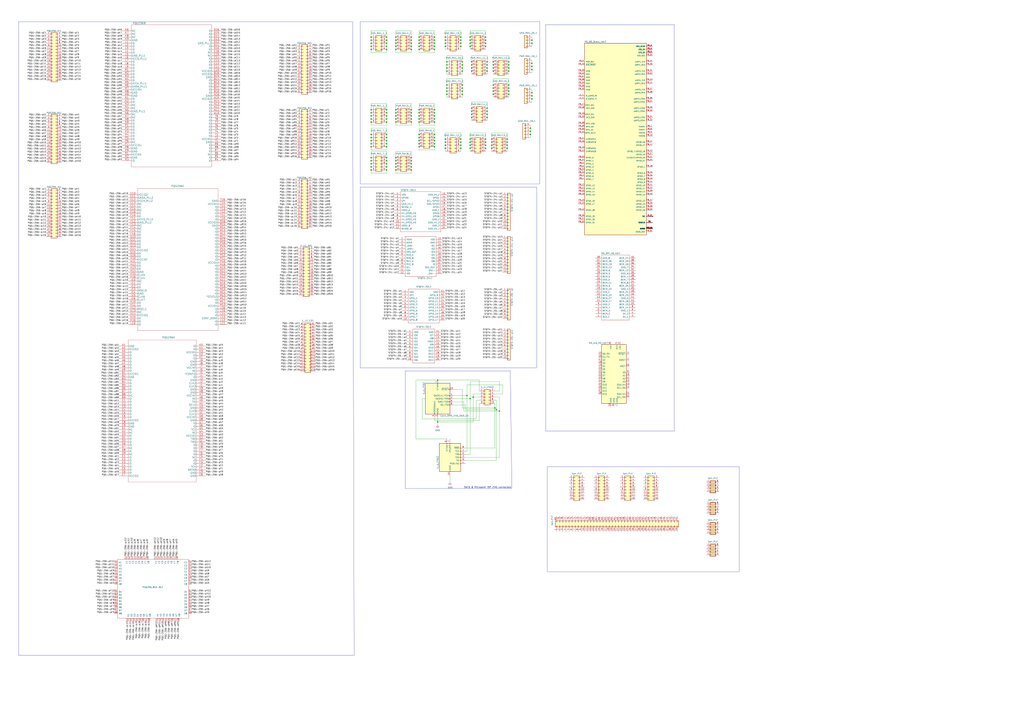
<source format=kicad_sch>
(kicad_sch (version 20230121) (generator eeschema)
  (paper "A1")
  (lib_symbols
    (symbol "BGA-64_8x8_P1.0mm:BGA-8x8" (pin_names (offset 1.016))
      (property "Reference" "U" (at -11.43 11.43 0))
      (property "Value" "BGA-8x8" (at 16.51 -15.24 0))
      (symbol "BGA-8x8_1_1"
        (pin bidirectional line (at -15.24 7.62 0) (length 2.54) (name "A1") (number "A1"))
        (pin bidirectional line (at -15.24 5.08 0) (length 2.54) (name "A2") (number "A2"))
        (pin bidirectional line (at -15.24 2.54 0) (length 2.54) (name "A3") (number "A3"))
        (pin bidirectional line (at -15.24 0 0) (length 2.54) (name "A4") (number "A4"))
        (pin bidirectional line (at -15.24 -2.54 0) (length 2.54) (name "A5") (number "A5"))
        (pin bidirectional line (at -15.24 -5.08 0) (length 2.54) (name "A6") (number "A6"))
        (pin bidirectional line (at -15.24 -7.62 0) (length 2.54) (name "A7") (number "A7"))
        (pin bidirectional line (at -15.24 -10.16 0) (length 2.54) (name "A8") (number "A8"))
        (pin bidirectional line (at -15.24 -16.51 0) (length 2.54) (name "B1") (number "B1"))
        (pin bidirectional line (at -15.24 -19.05 0) (length 2.54) (name "B2") (number "B2"))
        (pin bidirectional line (at -15.24 -21.59 0) (length 2.54) (name "B3") (number "B3"))
        (pin bidirectional line (at -15.24 -24.13 0) (length 2.54) (name "B4") (number "B4"))
        (pin bidirectional line (at -15.24 -26.67 0) (length 2.54) (name "B5") (number "B5"))
        (pin bidirectional line (at -15.24 -29.21 0) (length 2.54) (name "B6") (number "B6"))
        (pin bidirectional line (at -15.24 -31.75 0) (length 2.54) (name "B7") (number "B7"))
        (pin bidirectional line (at -15.24 -34.29 0) (length 2.54) (name "B8") (number "B8"))
        (pin bidirectional line (at 48.26 7.62 180) (length 2.54) (name "C1") (number "C1"))
        (pin bidirectional line (at 48.26 5.08 180) (length 2.54) (name "C2") (number "C2"))
        (pin bidirectional line (at 48.26 2.54 180) (length 2.54) (name "C3") (number "C3"))
        (pin bidirectional line (at 48.26 0 180) (length 2.54) (name "C4") (number "C4"))
        (pin bidirectional line (at 48.26 -2.54 180) (length 2.54) (name "C5") (number "C5"))
        (pin bidirectional line (at 48.26 -5.08 180) (length 2.54) (name "C6") (number "C6"))
        (pin bidirectional line (at 48.26 -7.62 180) (length 2.54) (name "C7") (number "C7"))
        (pin bidirectional line (at 48.26 -10.16 180) (length 2.54) (name "C8") (number "C8"))
        (pin bidirectional line (at 48.26 -16.51 180) (length 2.54) (name "D1") (number "D1"))
        (pin bidirectional line (at 48.26 -19.05 180) (length 2.54) (name "D2") (number "D2"))
        (pin bidirectional line (at 48.26 -21.59 180) (length 2.54) (name "D3") (number "D3"))
        (pin bidirectional line (at 48.26 -24.13 180) (length 2.54) (name "D4") (number "D4"))
        (pin bidirectional line (at 48.26 -26.67 180) (length 2.54) (name "D5") (number "D5"))
        (pin bidirectional line (at 48.26 -29.21 180) (length 2.54) (name "D6") (number "D6"))
        (pin bidirectional line (at 48.26 -31.75 180) (length 2.54) (name "D7") (number "D7"))
        (pin bidirectional line (at 48.26 -34.29 180) (length 2.54) (name "D8") (number "D8"))
        (pin bidirectional line (at -5.08 12.7 270) (length 2.54) (name "E1") (number "E1"))
        (pin bidirectional line (at -2.54 12.7 270) (length 2.54) (name "E2") (number "E2"))
        (pin bidirectional line (at 0 12.7 270) (length 2.54) (name "E3") (number "E3"))
        (pin bidirectional line (at 2.54 12.7 270) (length 2.54) (name "E4") (number "E4"))
        (pin bidirectional line (at 5.08 12.7 270) (length 2.54) (name "E5") (number "E5"))
        (pin bidirectional line (at 7.62 12.7 270) (length 2.54) (name "E6") (number "E6"))
        (pin bidirectional line (at 10.16 12.7 270) (length 2.54) (name "E7") (number "E7"))
        (pin bidirectional line (at 12.7 12.7 270) (length 2.54) (name "E8") (number "E8"))
        (pin bidirectional line (at 19.05 12.7 270) (length 2.54) (name "F1") (number "F1"))
        (pin bidirectional line (at 21.59 12.7 270) (length 2.54) (name "F2") (number "F2"))
        (pin bidirectional line (at 24.13 12.7 270) (length 2.54) (name "F3") (number "F3"))
        (pin bidirectional line (at 26.67 12.7 270) (length 2.54) (name "F4") (number "F4"))
        (pin bidirectional line (at 29.21 12.7 270) (length 2.54) (name "F5") (number "F5"))
        (pin bidirectional line (at 31.75 12.7 270) (length 2.54) (name "F6") (number "F6"))
        (pin bidirectional line (at 34.29 12.7 270) (length 2.54) (name "F7") (number "F7"))
        (pin bidirectional line (at 36.83 12.7 270) (length 2.54) (name "F8") (number "F8"))
        (pin bidirectional line (at -3.81 -40.64 90) (length 2.54) (name "G1") (number "G1"))
        (pin bidirectional line (at -1.27 -40.64 90) (length 2.54) (name "G2") (number "G2"))
        (pin bidirectional line (at 1.27 -40.64 90) (length 2.54) (name "G3") (number "G3"))
        (pin bidirectional line (at 3.81 -40.64 90) (length 2.54) (name "G4") (number "G4"))
        (pin bidirectional line (at 6.35 -40.64 90) (length 2.54) (name "G5") (number "G5"))
        (pin bidirectional line (at 8.89 -40.64 90) (length 2.54) (name "G6") (number "G6"))
        (pin bidirectional line (at 11.43 -40.64 90) (length 2.54) (name "G7") (number "G7"))
        (pin bidirectional line (at 13.97 -40.64 90) (length 2.54) (name "G8") (number "G8"))
        (pin bidirectional line (at 20.32 -40.64 90) (length 2.54) (name "H1") (number "H1"))
        (pin bidirectional line (at 22.86 -40.64 90) (length 2.54) (name "H2") (number "H2"))
        (pin bidirectional line (at 25.4 -40.64 90) (length 2.54) (name "H3") (number "H3"))
        (pin bidirectional line (at 27.94 -40.64 90) (length 2.54) (name "H4") (number "H4"))
        (pin bidirectional line (at 30.48 -40.64 90) (length 2.54) (name "H5") (number "H5"))
        (pin bidirectional line (at 33.02 -40.64 90) (length 2.54) (name "H6") (number "H6"))
        (pin bidirectional line (at 35.56 -40.64 90) (length 2.54) (name "H7") (number "H7"))
        (pin bidirectional line (at 38.1 -40.64 90) (length 2.54) (name "H8") (number "H8"))
      )
    )
    (symbol "Connector:Conn_ARM_JTAG_SWD_10" (pin_names (offset 1.016))
      (property "Reference" "J" (at -2.54 16.51 0))
      (property "Value" "Conn_ARM_JTAG_SWD_10" (at -2.54 13.97 0))
      (symbol "Conn_ARM_JTAG_SWD_10_1_1"
        (pin power_in line (at 0 15.24 270) (length 2.54) (name "VTref") (number "1"))
        (pin open_collector line (at 12.7 7.62 180) (length 2.54) (name "~{RESET}") (number "10"))
        (pin bidirectional line (at 12.7 0 180) (length 2.54) (name "SWDIO/TMS") (number "2"))
        (pin power_in line (at 0 -15.24 90) (length 2.54) (name "GND") (number "3"))
        (pin output line (at 12.7 2.54 180) (length 2.54) (name "SWDCLK/TCK") (number "4"))
        (pin passive line (at 0 -15.24 90) (length 2.54) hide (name "GND") (number "5"))
        (pin input line (at 12.7 -2.54 180) (length 2.54) (name "SWO/TDO") (number "6"))
        (pin no_connect line (at -10.16 0 0) (length 2.54) hide (name "KEY") (number "7"))
        (pin output line (at 12.7 -5.08 180) (length 2.54) (name "NC/TDI") (number "8"))
        (pin passive line (at -2.54 -15.24 90) (length 2.54) (name "GNDDetect") (number "9"))
      )
    )
    (symbol "Connector:Microsemi_FlashPro-JTAG-10" (pin_names (offset 1.016))
      (property "Reference" "J" (at 4.445 12.7 0))
      (property "Value" "Microsemi_FlashPro-JTAG-10" (at 2.54 -12.7 0))
      (symbol "Microsemi_FlashPro-JTAG-10_1_1"
        (pin passive line (at 12.7 5.08 180) (length 3.81) (name "TCK") (number "1"))
        (pin power_in line (at 0 -15.24 90) (length 3.81) (name "GND") (number "10"))
        (pin passive line (at 0 -15.24 90) (length 3.81) hide (name "GND") (number "2"))
        (pin passive line (at 12.7 0 180) (length 3.81) (name "TDO") (number "3"))
        (pin passive line (at 12.7 -5.08 180) (length 3.81) (name "PGM/NC") (number "4"))
        (pin passive line (at 12.7 2.54 180) (length 3.81) (name "TMS") (number "5"))
        (pin power_in line (at -2.54 15.24 270) (length 3.81) (name "VJTAG") (number "6"))
        (pin power_out line (at 0 15.24 270) (length 3.81) (name "VPUMP") (number "7"))
        (pin passive line (at 12.7 7.62 180) (length 3.81) (name "~{TRST}") (number "8"))
        (pin passive line (at 12.7 -2.54 180) (length 3.81) (name "TDI") (number "9"))
      )
    )
    (symbol "Connector_Generic:Conn_01x04" (pin_names (offset 1.016) hide)
      (property "Reference" "J" (at 0 5.08 0))
      (property "Value" "Conn_01x04" (at 0 -7.62 0))
      (symbol "Conn_01x04_1_1"
        (pin passive line (at -5.08 2.54 0) (length 3.81) (name "Pin_1") (number "1"))
        (pin passive line (at -5.08 0 0) (length 3.81) (name "Pin_2") (number "2"))
        (pin passive line (at -5.08 -2.54 0) (length 3.81) (name "Pin_3") (number "3"))
        (pin passive line (at -5.08 -5.08 0) (length 3.81) (name "Pin_4") (number "4"))
      )
    )
    (symbol "Connector_Generic:Conn_01x05" (pin_names (offset 1.016) hide)
      (property "Reference" "J" (at 0 7.62 0))
      (property "Value" "Conn_01x05" (at 0 -7.62 0))
      (symbol "Conn_01x05_1_1"
        (pin passive line (at -5.08 5.08 0) (length 3.81) (name "Pin_1") (number "1"))
        (pin passive line (at -5.08 2.54 0) (length 3.81) (name "Pin_2") (number "2"))
        (pin passive line (at -5.08 0 0) (length 3.81) (name "Pin_3") (number "3"))
        (pin passive line (at -5.08 -2.54 0) (length 3.81) (name "Pin_4") (number "4"))
        (pin passive line (at -5.08 -5.08 0) (length 3.81) (name "Pin_5") (number "5"))
      )
    )
    (symbol "Connector_Generic:Conn_01x10" (pin_names (offset 1.016) hide)
      (property "Reference" "J" (at 0 12.7 0))
      (property "Value" "Conn_01x10" (at 0 -15.24 0))
      (symbol "Conn_01x10_1_1"
        (pin passive line (at -5.08 10.16 0) (length 3.81) (name "Pin_1") (number "1"))
        (pin passive line (at -5.08 -12.7 0) (length 3.81) (name "Pin_10") (number "10"))
        (pin passive line (at -5.08 7.62 0) (length 3.81) (name "Pin_2") (number "2"))
        (pin passive line (at -5.08 5.08 0) (length 3.81) (name "Pin_3") (number "3"))
        (pin passive line (at -5.08 2.54 0) (length 3.81) (name "Pin_4") (number "4"))
        (pin passive line (at -5.08 0 0) (length 3.81) (name "Pin_5") (number "5"))
        (pin passive line (at -5.08 -2.54 0) (length 3.81) (name "Pin_6") (number "6"))
        (pin passive line (at -5.08 -5.08 0) (length 3.81) (name "Pin_7") (number "7"))
        (pin passive line (at -5.08 -7.62 0) (length 3.81) (name "Pin_8") (number "8"))
        (pin passive line (at -5.08 -10.16 0) (length 3.81) (name "Pin_9") (number "9"))
      )
    )
    (symbol "Connector_Generic:Conn_01x12" (pin_names (offset 1.016) hide)
      (property "Reference" "J" (at 0 15.24 0))
      (property "Value" "Conn_01x12" (at 0 -17.78 0))
      (symbol "Conn_01x12_1_1"
        (pin passive line (at -5.08 12.7 0) (length 3.81) (name "Pin_1") (number "1"))
        (pin passive line (at -5.08 -10.16 0) (length 3.81) (name "Pin_10") (number "10"))
        (pin passive line (at -5.08 -12.7 0) (length 3.81) (name "Pin_11") (number "11"))
        (pin passive line (at -5.08 -15.24 0) (length 3.81) (name "Pin_12") (number "12"))
        (pin passive line (at -5.08 10.16 0) (length 3.81) (name "Pin_2") (number "2"))
        (pin passive line (at -5.08 7.62 0) (length 3.81) (name "Pin_3") (number "3"))
        (pin passive line (at -5.08 5.08 0) (length 3.81) (name "Pin_4") (number "4"))
        (pin passive line (at -5.08 2.54 0) (length 3.81) (name "Pin_5") (number "5"))
        (pin passive line (at -5.08 0 0) (length 3.81) (name "Pin_6") (number "6"))
        (pin passive line (at -5.08 -2.54 0) (length 3.81) (name "Pin_7") (number "7"))
        (pin passive line (at -5.08 -5.08 0) (length 3.81) (name "Pin_8") (number "8"))
        (pin passive line (at -5.08 -7.62 0) (length 3.81) (name "Pin_9") (number "9"))
      )
    )
    (symbol "Connector_Generic:Conn_02x05_Counter_Clockwise" (pin_names (offset 1.016) hide)
      (property "Reference" "J" (at 1.27 7.62 0))
      (property "Value" "Conn_02x05_Counter_Clockwise" (at 1.27 -7.62 0))
      (symbol "Conn_02x05_Counter_Clockwise_1_1"
        (pin passive line (at -5.08 5.08 0) (length 3.81) (name "Pin_1") (number "1"))
        (pin passive line (at 7.62 5.08 180) (length 3.81) (name "Pin_10") (number "10"))
        (pin passive line (at -5.08 2.54 0) (length 3.81) (name "Pin_2") (number "2"))
        (pin passive line (at -5.08 0 0) (length 3.81) (name "Pin_3") (number "3"))
        (pin passive line (at -5.08 -2.54 0) (length 3.81) (name "Pin_4") (number "4"))
        (pin passive line (at -5.08 -5.08 0) (length 3.81) (name "Pin_5") (number "5"))
        (pin passive line (at 7.62 -5.08 180) (length 3.81) (name "Pin_6") (number "6"))
        (pin passive line (at 7.62 -2.54 180) (length 3.81) (name "Pin_7") (number "7"))
        (pin passive line (at 7.62 0 180) (length 3.81) (name "Pin_8") (number "8"))
        (pin passive line (at 7.62 2.54 180) (length 3.81) (name "Pin_9") (number "9"))
      )
    )
    (symbol "Connector_Generic:Conn_02x05_Odd_Even" (pin_names (offset 1.016) hide)
      (property "Reference" "J" (at 1.27 7.62 0))
      (property "Value" "Conn_02x05_Odd_Even" (at 1.27 -7.62 0))
      (symbol "Conn_02x05_Odd_Even_1_1"
        (pin passive line (at -5.08 5.08 0) (length 3.81) (name "Pin_1") (number "1"))
        (pin passive line (at 7.62 -5.08 180) (length 3.81) (name "Pin_10") (number "10"))
        (pin passive line (at 7.62 5.08 180) (length 3.81) (name "Pin_2") (number "2"))
        (pin passive line (at -5.08 2.54 0) (length 3.81) (name "Pin_3") (number "3"))
        (pin passive line (at 7.62 2.54 180) (length 3.81) (name "Pin_4") (number "4"))
        (pin passive line (at -5.08 0 0) (length 3.81) (name "Pin_5") (number "5"))
        (pin passive line (at 7.62 0 180) (length 3.81) (name "Pin_6") (number "6"))
        (pin passive line (at -5.08 -2.54 0) (length 3.81) (name "Pin_7") (number "7"))
        (pin passive line (at 7.62 -2.54 180) (length 3.81) (name "Pin_8") (number "8"))
        (pin passive line (at -5.08 -5.08 0) (length 3.81) (name "Pin_9") (number "9"))
      )
    )
    (symbol "Connector_Generic:Conn_02x05_Row_Letter_First" (pin_names (offset 1.016) hide)
      (property "Reference" "J" (at 1.27 7.62 0))
      (property "Value" "Conn_02x05_Row_Letter_First" (at 1.27 -7.62 0))
      (symbol "Conn_02x05_Row_Letter_First_1_1"
        (pin passive line (at -5.08 5.08 0) (length 3.81) (name "Pin_a1") (number "a1"))
        (pin passive line (at -5.08 2.54 0) (length 3.81) (name "Pin_a2") (number "a2"))
        (pin passive line (at -5.08 0 0) (length 3.81) (name "Pin_a3") (number "a3"))
        (pin passive line (at -5.08 -2.54 0) (length 3.81) (name "Pin_a4") (number "a4"))
        (pin passive line (at -5.08 -5.08 0) (length 3.81) (name "Pin_a5") (number "a5"))
        (pin passive line (at 7.62 5.08 180) (length 3.81) (name "Pin_b1") (number "b1"))
        (pin passive line (at 7.62 2.54 180) (length 3.81) (name "Pin_b2") (number "b2"))
        (pin passive line (at 7.62 0 180) (length 3.81) (name "Pin_b3") (number "b3"))
        (pin passive line (at 7.62 -2.54 180) (length 3.81) (name "Pin_b4") (number "b4"))
        (pin passive line (at 7.62 -5.08 180) (length 3.81) (name "Pin_b5") (number "b5"))
      )
    )
    (symbol "Connector_Generic:Conn_02x08_Odd_Even" (pin_names (offset 1.016) hide)
      (property "Reference" "J" (at 1.27 10.16 0))
      (property "Value" "Conn_02x08_Odd_Even" (at 1.27 -12.7 0))
      (symbol "Conn_02x08_Odd_Even_1_1"
        (pin passive line (at -5.08 7.62 0) (length 3.81) (name "Pin_1") (number "1"))
        (pin passive line (at 7.62 -2.54 180) (length 3.81) (name "Pin_10") (number "10"))
        (pin passive line (at -5.08 -5.08 0) (length 3.81) (name "Pin_11") (number "11"))
        (pin passive line (at 7.62 -5.08 180) (length 3.81) (name "Pin_12") (number "12"))
        (pin passive line (at -5.08 -7.62 0) (length 3.81) (name "Pin_13") (number "13"))
        (pin passive line (at 7.62 -7.62 180) (length 3.81) (name "Pin_14") (number "14"))
        (pin passive line (at -5.08 -10.16 0) (length 3.81) (name "Pin_15") (number "15"))
        (pin passive line (at 7.62 -10.16 180) (length 3.81) (name "Pin_16") (number "16"))
        (pin passive line (at 7.62 7.62 180) (length 3.81) (name "Pin_2") (number "2"))
        (pin passive line (at -5.08 5.08 0) (length 3.81) (name "Pin_3") (number "3"))
        (pin passive line (at 7.62 5.08 180) (length 3.81) (name "Pin_4") (number "4"))
        (pin passive line (at -5.08 2.54 0) (length 3.81) (name "Pin_5") (number "5"))
        (pin passive line (at 7.62 2.54 180) (length 3.81) (name "Pin_6") (number "6"))
        (pin passive line (at -5.08 0 0) (length 3.81) (name "Pin_7") (number "7"))
        (pin passive line (at 7.62 0 180) (length 3.81) (name "Pin_8") (number "8"))
        (pin passive line (at -5.08 -2.54 0) (length 3.81) (name "Pin_9") (number "9"))
      )
    )
    (symbol "Connector_Generic:Conn_02x16_Odd_Even" (pin_names (offset 1.016) hide)
      (property "Reference" "J" (at 1.27 20.32 0))
      (property "Value" "Conn_02x16_Odd_Even" (at 1.27 -22.86 0))
      (symbol "Conn_02x16_Odd_Even_1_1"
        (pin passive line (at -5.08 17.78 0) (length 3.81) (name "Pin_1") (number "1"))
        (pin passive line (at 7.62 7.62 180) (length 3.81) (name "Pin_10") (number "10"))
        (pin passive line (at -5.08 5.08 0) (length 3.81) (name "Pin_11") (number "11"))
        (pin passive line (at 7.62 5.08 180) (length 3.81) (name "Pin_12") (number "12"))
        (pin passive line (at -5.08 2.54 0) (length 3.81) (name "Pin_13") (number "13"))
        (pin passive line (at 7.62 2.54 180) (length 3.81) (name "Pin_14") (number "14"))
        (pin passive line (at -5.08 0 0) (length 3.81) (name "Pin_15") (number "15"))
        (pin passive line (at 7.62 0 180) (length 3.81) (name "Pin_16") (number "16"))
        (pin passive line (at -5.08 -2.54 0) (length 3.81) (name "Pin_17") (number "17"))
        (pin passive line (at 7.62 -2.54 180) (length 3.81) (name "Pin_18") (number "18"))
        (pin passive line (at -5.08 -5.08 0) (length 3.81) (name "Pin_19") (number "19"))
        (pin passive line (at 7.62 17.78 180) (length 3.81) (name "Pin_2") (number "2"))
        (pin passive line (at 7.62 -5.08 180) (length 3.81) (name "Pin_20") (number "20"))
        (pin passive line (at -5.08 -7.62 0) (length 3.81) (name "Pin_21") (number "21"))
        (pin passive line (at 7.62 -7.62 180) (length 3.81) (name "Pin_22") (number "22"))
        (pin passive line (at -5.08 -10.16 0) (length 3.81) (name "Pin_23") (number "23"))
        (pin passive line (at 7.62 -10.16 180) (length 3.81) (name "Pin_24") (number "24"))
        (pin passive line (at -5.08 -12.7 0) (length 3.81) (name "Pin_25") (number "25"))
        (pin passive line (at 7.62 -12.7 180) (length 3.81) (name "Pin_26") (number "26"))
        (pin passive line (at -5.08 -15.24 0) (length 3.81) (name "Pin_27") (number "27"))
        (pin passive line (at 7.62 -15.24 180) (length 3.81) (name "Pin_28") (number "28"))
        (pin passive line (at -5.08 -17.78 0) (length 3.81) (name "Pin_29") (number "29"))
        (pin passive line (at -5.08 15.24 0) (length 3.81) (name "Pin_3") (number "3"))
        (pin passive line (at 7.62 -17.78 180) (length 3.81) (name "Pin_30") (number "30"))
        (pin passive line (at -5.08 -20.32 0) (length 3.81) (name "Pin_31") (number "31"))
        (pin passive line (at 7.62 -20.32 180) (length 3.81) (name "Pin_32") (number "32"))
        (pin passive line (at 7.62 15.24 180) (length 3.81) (name "Pin_4") (number "4"))
        (pin passive line (at -5.08 12.7 0) (length 3.81) (name "Pin_5") (number "5"))
        (pin passive line (at 7.62 12.7 180) (length 3.81) (name "Pin_6") (number "6"))
        (pin passive line (at -5.08 10.16 0) (length 3.81) (name "Pin_7") (number "7"))
        (pin passive line (at 7.62 10.16 180) (length 3.81) (name "Pin_8") (number "8"))
        (pin passive line (at -5.08 7.62 0) (length 3.81) (name "Pin_9") (number "9"))
      )
    )
    (symbol "Connector_Generic:Conn_02x16_Row_Letter_First" (pin_names (offset 1.016) hide)
      (property "Reference" "J" (at 1.27 20.32 0))
      (property "Value" "Conn_02x16_Row_Letter_First" (at 1.27 -22.86 0))
      (symbol "Conn_02x16_Row_Letter_First_1_1"
        (pin passive line (at -5.08 17.78 0) (length 3.81) (name "Pin_a1") (number "a1"))
        (pin passive line (at -5.08 -5.08 0) (length 3.81) (name "Pin_a10") (number "a10"))
        (pin passive line (at -5.08 -7.62 0) (length 3.81) (name "Pin_a11") (number "a11"))
        (pin passive line (at -5.08 -10.16 0) (length 3.81) (name "Pin_a12") (number "a12"))
        (pin passive line (at -5.08 -12.7 0) (length 3.81) (name "Pin_a13") (number "a13"))
        (pin passive line (at -5.08 -15.24 0) (length 3.81) (name "Pin_a14") (number "a14"))
        (pin passive line (at -5.08 -17.78 0) (length 3.81) (name "Pin_a15") (number "a15"))
        (pin passive line (at -5.08 -20.32 0) (length 3.81) (name "Pin_a16") (number "a16"))
        (pin passive line (at -5.08 15.24 0) (length 3.81) (name "Pin_a2") (number "a2"))
        (pin passive line (at -5.08 12.7 0) (length 3.81) (name "Pin_a3") (number "a3"))
        (pin passive line (at -5.08 10.16 0) (length 3.81) (name "Pin_a4") (number "a4"))
        (pin passive line (at -5.08 7.62 0) (length 3.81) (name "Pin_a5") (number "a5"))
        (pin passive line (at -5.08 5.08 0) (length 3.81) (name "Pin_a6") (number "a6"))
        (pin passive line (at -5.08 2.54 0) (length 3.81) (name "Pin_a7") (number "a7"))
        (pin passive line (at -5.08 0 0) (length 3.81) (name "Pin_a8") (number "a8"))
        (pin passive line (at -5.08 -2.54 0) (length 3.81) (name "Pin_a9") (number "a9"))
        (pin passive line (at 7.62 17.78 180) (length 3.81) (name "Pin_b1") (number "b1"))
        (pin passive line (at 7.62 -5.08 180) (length 3.81) (name "Pin_b10") (number "b10"))
        (pin passive line (at 7.62 -7.62 180) (length 3.81) (name "Pin_b11") (number "b11"))
        (pin passive line (at 7.62 -10.16 180) (length 3.81) (name "Pin_b12") (number "b12"))
        (pin passive line (at 7.62 -12.7 180) (length 3.81) (name "Pin_b13") (number "b13"))
        (pin passive line (at 7.62 -15.24 180) (length 3.81) (name "Pin_b14") (number "b14"))
        (pin passive line (at 7.62 -17.78 180) (length 3.81) (name "Pin_b15") (number "b15"))
        (pin passive line (at 7.62 -20.32 180) (length 3.81) (name "Pin_b16") (number "b16"))
        (pin passive line (at 7.62 15.24 180) (length 3.81) (name "Pin_b2") (number "b2"))
        (pin passive line (at 7.62 12.7 180) (length 3.81) (name "Pin_b3") (number "b3"))
        (pin passive line (at 7.62 10.16 180) (length 3.81) (name "Pin_b4") (number "b4"))
        (pin passive line (at 7.62 7.62 180) (length 3.81) (name "Pin_b5") (number "b5"))
        (pin passive line (at 7.62 5.08 180) (length 3.81) (name "Pin_b6") (number "b6"))
        (pin passive line (at 7.62 2.54 180) (length 3.81) (name "Pin_b7") (number "b7"))
        (pin passive line (at 7.62 0 180) (length 3.81) (name "Pin_b8") (number "b8"))
        (pin passive line (at 7.62 -2.54 180) (length 3.81) (name "Pin_b9") (number "b9"))
      )
    )
    (symbol "Connector_Generic:Conn_02x40_Counter_Clockwise" (pin_names (offset 1.016) hide)
      (property "Reference" "J" (at 1.27 50.8 0))
      (property "Value" "Conn_02x40_Counter_Clockwise" (at 1.27 -53.34 0))
      (symbol "Conn_02x40_Counter_Clockwise_1_1"
        (pin passive line (at -5.08 48.26 0) (length 3.81) (name "Pin_1") (number "1"))
        (pin passive line (at -5.08 25.4 0) (length 3.81) (name "Pin_10") (number "10"))
        (pin passive line (at -5.08 22.86 0) (length 3.81) (name "Pin_11") (number "11"))
        (pin passive line (at -5.08 20.32 0) (length 3.81) (name "Pin_12") (number "12"))
        (pin passive line (at -5.08 17.78 0) (length 3.81) (name "Pin_13") (number "13"))
        (pin passive line (at -5.08 15.24 0) (length 3.81) (name "Pin_14") (number "14"))
        (pin passive line (at -5.08 12.7 0) (length 3.81) (name "Pin_15") (number "15"))
        (pin passive line (at -5.08 10.16 0) (length 3.81) (name "Pin_16") (number "16"))
        (pin passive line (at -5.08 7.62 0) (length 3.81) (name "Pin_17") (number "17"))
        (pin passive line (at -5.08 5.08 0) (length 3.81) (name "Pin_18") (number "18"))
        (pin passive line (at -5.08 2.54 0) (length 3.81) (name "Pin_19") (number "19"))
        (pin passive line (at -5.08 45.72 0) (length 3.81) (name "Pin_2") (number "2"))
        (pin passive line (at -5.08 0 0) (length 3.81) (name "Pin_20") (number "20"))
        (pin passive line (at -5.08 -2.54 0) (length 3.81) (name "Pin_21") (number "21"))
        (pin passive line (at -5.08 -5.08 0) (length 3.81) (name "Pin_22") (number "22"))
        (pin passive line (at -5.08 -7.62 0) (length 3.81) (name "Pin_23") (number "23"))
        (pin passive line (at -5.08 -10.16 0) (length 3.81) (name "Pin_24") (number "24"))
        (pin passive line (at -5.08 -12.7 0) (length 3.81) (name "Pin_25") (number "25"))
        (pin passive line (at -5.08 -15.24 0) (length 3.81) (name "Pin_26") (number "26"))
        (pin passive line (at -5.08 -17.78 0) (length 3.81) (name "Pin_27") (number "27"))
        (pin passive line (at -5.08 -20.32 0) (length 3.81) (name "Pin_28") (number "28"))
        (pin passive line (at -5.08 -22.86 0) (length 3.81) (name "Pin_29") (number "29"))
        (pin passive line (at -5.08 43.18 0) (length 3.81) (name "Pin_3") (number "3"))
        (pin passive line (at -5.08 -25.4 0) (length 3.81) (name "Pin_30") (number "30"))
        (pin passive line (at -5.08 -27.94 0) (length 3.81) (name "Pin_31") (number "31"))
        (pin passive line (at -5.08 -30.48 0) (length 3.81) (name "Pin_32") (number "32"))
        (pin passive line (at -5.08 -33.02 0) (length 3.81) (name "Pin_33") (number "33"))
        (pin passive line (at -5.08 -35.56 0) (length 3.81) (name "Pin_34") (number "34"))
        (pin passive line (at -5.08 -38.1 0) (length 3.81) (name "Pin_35") (number "35"))
        (pin passive line (at -5.08 -40.64 0) (length 3.81) (name "Pin_36") (number "36"))
        (pin passive line (at -5.08 -43.18 0) (length 3.81) (name "Pin_37") (number "37"))
        (pin passive line (at -5.08 -45.72 0) (length 3.81) (name "Pin_38") (number "38"))
        (pin passive line (at -5.08 -48.26 0) (length 3.81) (name "Pin_39") (number "39"))
        (pin passive line (at -5.08 40.64 0) (length 3.81) (name "Pin_4") (number "4"))
        (pin passive line (at -5.08 -50.8 0) (length 3.81) (name "Pin_40") (number "40"))
        (pin passive line (at 7.62 -50.8 180) (length 3.81) (name "Pin_41") (number "41"))
        (pin passive line (at 7.62 -48.26 180) (length 3.81) (name "Pin_42") (number "42"))
        (pin passive line (at 7.62 -45.72 180) (length 3.81) (name "Pin_43") (number "43"))
        (pin passive line (at 7.62 -43.18 180) (length 3.81) (name "Pin_44") (number "44"))
        (pin passive line (at 7.62 -40.64 180) (length 3.81) (name "Pin_45") (number "45"))
        (pin passive line (at 7.62 -38.1 180) (length 3.81) (name "Pin_46") (number "46"))
        (pin passive line (at 7.62 -35.56 180) (length 3.81) (name "Pin_47") (number "47"))
        (pin passive line (at 7.62 -33.02 180) (length 3.81) (name "Pin_48") (number "48"))
        (pin passive line (at 7.62 -30.48 180) (length 3.81) (name "Pin_49") (number "49"))
        (pin passive line (at -5.08 38.1 0) (length 3.81) (name "Pin_5") (number "5"))
        (pin passive line (at 7.62 -27.94 180) (length 3.81) (name "Pin_50") (number "50"))
        (pin passive line (at 7.62 -25.4 180) (length 3.81) (name "Pin_51") (number "51"))
        (pin passive line (at 7.62 -22.86 180) (length 3.81) (name "Pin_52") (number "52"))
        (pin passive line (at 7.62 -20.32 180) (length 3.81) (name "Pin_53") (number "53"))
        (pin passive line (at 7.62 -17.78 180) (length 3.81) (name "Pin_54") (number "54"))
        (pin passive line (at 7.62 -15.24 180) (length 3.81) (name "Pin_55") (number "55"))
        (pin passive line (at 7.62 -12.7 180) (length 3.81) (name "Pin_56") (number "56"))
        (pin passive line (at 7.62 -10.16 180) (length 3.81) (name "Pin_57") (number "57"))
        (pin passive line (at 7.62 -7.62 180) (length 3.81) (name "Pin_58") (number "58"))
        (pin passive line (at 7.62 -5.08 180) (length 3.81) (name "Pin_59") (number "59"))
        (pin passive line (at -5.08 35.56 0) (length 3.81) (name "Pin_6") (number "6"))
        (pin passive line (at 7.62 -2.54 180) (length 3.81) (name "Pin_60") (number "60"))
        (pin passive line (at 7.62 0 180) (length 3.81) (name "Pin_61") (number "61"))
        (pin passive line (at 7.62 2.54 180) (length 3.81) (name "Pin_62") (number "62"))
        (pin passive line (at 7.62 5.08 180) (length 3.81) (name "Pin_63") (number "63"))
        (pin passive line (at 7.62 7.62 180) (length 3.81) (name "Pin_64") (number "64"))
        (pin passive line (at 7.62 10.16 180) (length 3.81) (name "Pin_65") (number "65"))
        (pin passive line (at 7.62 12.7 180) (length 3.81) (name "Pin_66") (number "66"))
        (pin passive line (at 7.62 15.24 180) (length 3.81) (name "Pin_67") (number "67"))
        (pin passive line (at 7.62 17.78 180) (length 3.81) (name "Pin_68") (number "68"))
        (pin passive line (at 7.62 20.32 180) (length 3.81) (name "Pin_69") (number "69"))
        (pin passive line (at -5.08 33.02 0) (length 3.81) (name "Pin_7") (number "7"))
        (pin passive line (at 7.62 22.86 180) (length 3.81) (name "Pin_70") (number "70"))
        (pin passive line (at 7.62 25.4 180) (length 3.81) (name "Pin_71") (number "71"))
        (pin passive line (at 7.62 27.94 180) (length 3.81) (name "Pin_72") (number "72"))
        (pin passive line (at 7.62 30.48 180) (length 3.81) (name "Pin_73") (number "73"))
        (pin passive line (at 7.62 33.02 180) (length 3.81) (name "Pin_74") (number "74"))
        (pin passive line (at 7.62 35.56 180) (length 3.81) (name "Pin_75") (number "75"))
        (pin passive line (at 7.62 38.1 180) (length 3.81) (name "Pin_76") (number "76"))
        (pin passive line (at 7.62 40.64 180) (length 3.81) (name "Pin_77") (number "77"))
        (pin passive line (at 7.62 43.18 180) (length 3.81) (name "Pin_78") (number "78"))
        (pin passive line (at 7.62 45.72 180) (length 3.81) (name "Pin_79") (number "79"))
        (pin passive line (at -5.08 30.48 0) (length 3.81) (name "Pin_8") (number "8"))
        (pin passive line (at 7.62 48.26 180) (length 3.81) (name "Pin_80") (number "80"))
        (pin passive line (at -5.08 27.94 0) (length 3.81) (name "Pin_9") (number "9"))
      )
    )
    (symbol "Device:R_Pack04" (pin_names (offset 0) hide)
      (property "Reference" "RN" (at -7.62 0 90))
      (property "Value" "R_Pack04" (at 5.08 0 90))
      (symbol "R_Pack04_1_1"
        (pin passive line (at -5.08 -5.08 90) (length 2.54) (name "R1.1") (number "1"))
        (pin passive line (at -2.54 -5.08 90) (length 2.54) (name "R2.1") (number "2"))
        (pin passive line (at 0 -5.08 90) (length 2.54) (name "R3.1") (number "3"))
        (pin passive line (at 2.54 -5.08 90) (length 2.54) (name "R4.1") (number "4"))
        (pin passive line (at 2.54 5.08 270) (length 2.54) (name "R4.2") (number "5"))
        (pin passive line (at 0 5.08 270) (length 2.54) (name "R3.2") (number "6"))
        (pin passive line (at -2.54 5.08 270) (length 2.54) (name "R2.2") (number "7"))
        (pin passive line (at -5.08 5.08 270) (length 2.54) (name "R1.2") (number "8"))
      )
    )
    (symbol "FPGAs-Ard_RPi_BB-rescue:BEAGLEBONEBLACK-BEAGLEBONEBLACK" (pin_names (offset 1.016))
      (property "Reference" "U" (at -25.4 79.375 0))
      (property "Value" "BEAGLEBONEBLACK_BEAGLEBONEBLACK" (at -25.4 -81.28 0))
      (symbol "BEAGLEBONEBLACK-BEAGLEBONEBLACK_0_0"
        (pin power_in line (at 30.48 -73.66 180) (length 5.08) (name "DGND") (number "J1_1"))
        (pin no_connect line (at 30.48 -63.5 180) (length 5.08) (name "NC") (number "J1_2"))
        (pin no_connect line (at 30.48 -63.5 180) (length 5.08) (name "NC") (number "J1_3"))
        (pin bidirectional line (at -30.48 35.56 0) (length 5.08) (name "B_UART0_RX") (number "J1_4"))
        (pin bidirectional line (at -30.48 33.02 0) (length 5.08) (name "B_UART0_TX") (number "J1_5"))
        (pin no_connect line (at 30.48 -63.5 180) (length 5.08) (name "NC") (number "J1_6"))
        (pin passive line (at 30.48 -68.58 180) (length 5.08) (name "SHIELD") (number "P1"))
        (pin passive line (at 30.48 -68.58 180) (length 5.08) (name "SHIELD") (number "P2"))
        (pin passive line (at 30.48 -68.58 180) (length 5.08) (name "SHIELD") (number "P3"))
        (pin passive line (at 30.48 -68.58 180) (length 5.08) (name "SHIELD") (number "P4"))
        (pin power_in line (at 30.48 -73.66 180) (length 5.08) (name "DGND") (number "P8_1"))
        (pin bidirectional line (at 30.48 2.54 180) (length 5.08) (name "TIMER6") (number "P8_10"))
        (pin bidirectional line (at -30.48 -40.64 0) (length 5.08) (name "GPIO1_13") (number "P8_11"))
        (pin bidirectional line (at -30.48 -38.1 0) (length 5.08) (name "GPIO1_12") (number "P8_12"))
        (pin bidirectional line (at -30.48 -10.16 0) (length 5.08) (name "EHRPWM2B") (number "P8_13"))
        (pin bidirectional line (at 30.48 -2.54 180) (length 5.08) (name "GPIO0_26") (number "P8_14"))
        (pin bidirectional line (at -30.48 -45.72 0) (length 5.08) (name "GPIO1_15") (number "P8_15"))
        (pin bidirectional line (at -30.48 -43.18 0) (length 5.08) (name "GPIO1_14") (number "P8_16"))
        (pin bidirectional line (at 30.48 -5.08 180) (length 5.08) (name "GPIO0_27") (number "P8_17"))
        (pin bidirectional line (at 30.48 -22.86 180) (length 5.08) (name "GPIO2_1") (number "P8_18"))
        (pin bidirectional line (at -30.48 -7.62 0) (length 5.08) (name "EHRPWM2A") (number "P8_19"))
        (pin power_in line (at 30.48 -73.66 180) (length 5.08) (name "DGND") (number "P8_2"))
        (pin bidirectional line (at -30.48 -68.58 0) (length 5.08) (name "GPIO1_31") (number "P8_20"))
        (pin bidirectional line (at -30.48 -66.04 0) (length 5.08) (name "GPIO1_30") (number "P8_21"))
        (pin bidirectional line (at -30.48 -27.94 0) (length 5.08) (name "GPIO1_5") (number "P8_22"))
        (pin bidirectional line (at -30.48 -25.4 0) (length 5.08) (name "GPIO1_4") (number "P8_23"))
        (pin bidirectional line (at -30.48 -17.78 0) (length 5.08) (name "GPIO1_1") (number "P8_24"))
        (pin bidirectional line (at -30.48 -15.24 0) (length 5.08) (name "GPIO1_0") (number "P8_25"))
        (pin bidirectional line (at -30.48 -63.5 0) (length 5.08) (name "GPIO1_29") (number "P8_26"))
        (pin bidirectional line (at 30.48 -50.8 180) (length 5.08) (name "GPIO2_22") (number "P8_27"))
        (pin bidirectional line (at 30.48 -55.88 180) (length 5.08) (name "GPIO2_24") (number "P8_28"))
        (pin bidirectional line (at 30.48 -53.34 180) (length 5.08) (name "GPIO2_23") (number "P8_29"))
        (pin bidirectional line (at -30.48 -30.48 0) (length 5.08) (name "GPIO1_6") (number "P8_3"))
        (pin bidirectional line (at 30.48 -58.42 180) (length 5.08) (name "GPIO2_25") (number "P8_30"))
        (pin bidirectional line (at 30.48 17.78 180) (length 5.08) (name "UART5_CTSN") (number "P8_31"))
        (pin bidirectional line (at 30.48 15.24 180) (length 5.08) (name "UART5_RTSN") (number "P8_32"))
        (pin bidirectional line (at 30.48 22.86 180) (length 5.08) (name "UART4_RTSN") (number "P8_33"))
        (pin bidirectional line (at 30.48 30.48 180) (length 5.08) (name "UART3_RTSN") (number "P8_34"))
        (pin bidirectional line (at 30.48 25.4 180) (length 5.08) (name "UART4_CTSN") (number "P8_35"))
        (pin bidirectional line (at 30.48 33.02 180) (length 5.08) (name "UART3_CTSN") (number "P8_36"))
        (pin bidirectional line (at 30.48 40.64 180) (length 5.08) (name "UART5_TXD") (number "P8_37"))
        (pin bidirectional line (at 30.48 38.1 180) (length 5.08) (name "UART5_RXD") (number "P8_38"))
        (pin bidirectional line (at 30.48 -43.18 180) (length 5.08) (name "GPIO2_12") (number "P8_39"))
        (pin bidirectional line (at -30.48 -33.02 0) (length 5.08) (name "GPIO1_7") (number "P8_4"))
        (pin bidirectional line (at 30.48 -45.72 180) (length 5.08) (name "GPIO2_13") (number "P8_40"))
        (pin bidirectional line (at 30.48 -38.1 180) (length 5.08) (name "GPIO2_10") (number "P8_41"))
        (pin bidirectional line (at 30.48 -40.64 180) (length 5.08) (name "GPIO2_11") (number "P8_42"))
        (pin bidirectional line (at 30.48 -33.02 180) (length 5.08) (name "GPIO2_8") (number "P8_43"))
        (pin bidirectional line (at 30.48 -35.56 180) (length 5.08) (name "GPIO2_9") (number "P8_44"))
        (pin bidirectional line (at 30.48 -27.94 180) (length 5.08) (name "GPIO2_6") (number "P8_45"))
        (pin bidirectional line (at 30.48 -30.48 180) (length 5.08) (name "GPIO2_7") (number "P8_46"))
        (pin bidirectional line (at -30.48 -20.32 0) (length 5.08) (name "GPIO1_2") (number "P8_5"))
        (pin bidirectional line (at -30.48 -22.86 0) (length 5.08) (name "GPIO1_3") (number "P8_6"))
        (pin bidirectional line (at 30.48 10.16 180) (length 5.08) (name "TIMER4") (number "P8_7"))
        (pin bidirectional line (at 30.48 7.62 180) (length 5.08) (name "TIMER7") (number "P8_8"))
        (pin bidirectional line (at 30.48 5.08 180) (length 5.08) (name "TIMER5") (number "P8_9"))
        (pin power_in line (at 30.48 -73.66 180) (length 5.08) (name "DGND") (number "P9_1"))
        (pin input line (at -30.48 60.96 0) (length 5.08) (name "~{SYS_RESET}") (number "P9_10"))
        (pin bidirectional line (at 30.48 45.72 180) (length 5.08) (name "UART4_RXD") (number "P9_11"))
        (pin bidirectional line (at -30.48 -58.42 0) (length 5.08) (name "GPIO1_28") (number "P9_12"))
        (pin bidirectional line (at 30.48 48.26 180) (length 5.08) (name "UART4_TXD") (number "P9_13"))
        (pin bidirectional line (at -30.48 0 0) (length 5.08) (name "EHRPWM1A") (number "P9_14"))
        (pin bidirectional line (at -30.48 -50.8 0) (length 5.08) (name "GPIO1_16") (number "P9_15"))
        (pin bidirectional line (at -30.48 -2.54 0) (length 5.08) (name "EHRPWM1B") (number "P9_16"))
        (pin bidirectional clock (at -30.48 27.94 0) (length 5.08) (name "I2C1_SCL") (number "P9_17"))
        (pin bidirectional line (at -30.48 25.4 0) (length 5.08) (name "I2C1_SDA") (number "P9_18"))
        (pin bidirectional clock (at -30.48 20.32 0) (length 5.08) (name "I2C2_SCL") (number "P9_19"))
        (pin power_in line (at 30.48 -73.66 180) (length 5.08) (name "DGND") (number "P9_2"))
        (pin bidirectional line (at -30.48 17.78 0) (length 5.08) (name "I2C2_SDA") (number "P9_20"))
        (pin bidirectional line (at 30.48 55.88 180) (length 5.08) (name "UART2_TXD") (number "P9_21"))
        (pin bidirectional line (at 30.48 53.34 180) (length 5.08) (name "UART2_RXD") (number "P9_22"))
        (pin bidirectional line (at -30.48 -53.34 0) (length 5.08) (name "GPIO1_17") (number "P9_23"))
        (pin bidirectional line (at 30.48 63.5 180) (length 5.08) (name "UART1_TXD") (number "P9_24"))
        (pin bidirectional line (at 30.48 -17.78 180) (length 5.08) (name "GPIO3_21") (number "P9_25"))
        (pin bidirectional line (at 30.48 60.96 180) (length 5.08) (name "UART1_RXD") (number "P9_26"))
        (pin bidirectional line (at 30.48 -12.7 180) (length 5.08) (name "GPIO3_19") (number "P9_27"))
        (pin bidirectional line (at -30.48 12.7 0) (length 5.08) (name "SPI1_CS0") (number "P9_28"))
        (pin bidirectional line (at -30.48 10.16 0) (length 5.08) (name "SPI1_D0") (number "P9_29"))
        (pin power_in line (at 30.48 76.2 180) (length 5.08) (name "VDD_3V3B") (number "P9_3"))
        (pin bidirectional line (at -30.48 7.62 0) (length 5.08) (name "SPI1_D1") (number "P9_30"))
        (pin bidirectional clock (at -30.48 5.08 0) (length 5.08) (name "SPI1_SCLK") (number "P9_31"))
        (pin power_in line (at 30.48 68.58 180) (length 5.08) (name "VDD_ADC") (number "P9_32"))
        (pin input line (at -30.48 45.72 0) (length 5.08) (name "AIN4") (number "P9_33"))
        (pin power_in line (at 30.48 -76.2 180) (length 5.08) (name "GNDA_ADC") (number "P9_34"))
        (pin input line (at -30.48 40.64 0) (length 5.08) (name "AIN6") (number "P9_35"))
        (pin input line (at -30.48 43.18 0) (length 5.08) (name "AIN5") (number "P9_36"))
        (pin input line (at -30.48 50.8 0) (length 5.08) (name "AIN2") (number "P9_37"))
        (pin input line (at -30.48 48.26 0) (length 5.08) (name "AIN3") (number "P9_38"))
        (pin input line (at -30.48 55.88 0) (length 5.08) (name "AIN0") (number "P9_39"))
        (pin power_in line (at 30.48 76.2 180) (length 5.08) (name "VDD_3V3B") (number "P9_4"))
        (pin input line (at -30.48 53.34 0) (length 5.08) (name "AIN1") (number "P9_40"))
        (pin bidirectional line (at 30.48 -15.24 180) (length 5.08) (name "CLKOUT2/GPIO3_20") (number "P9_41"))
        (pin bidirectional line (at 30.48 -10.16 180) (length 5.08) (name "GPIO0_7/GPIO3_18") (number "P9_42"))
        (pin power_in line (at 30.48 -73.66 180) (length 5.08) (name "DGND") (number "P9_43"))
        (pin power_in line (at 30.48 -73.66 180) (length 5.08) (name "DGND") (number "P9_44"))
        (pin power_in line (at 30.48 -73.66 180) (length 5.08) (name "DGND") (number "P9_45"))
        (pin power_in line (at 30.48 -73.66 180) (length 5.08) (name "DGND") (number "P9_46"))
        (pin power_in line (at 30.48 73.66 180) (length 5.08) (name "VDD_5V") (number "P9_5"))
        (pin power_in line (at 30.48 73.66 180) (length 5.08) (name "VDD_5V") (number "P9_6"))
        (pin power_in line (at 30.48 71.12 180) (length 5.08) (name "SYS_5V") (number "P9_7"))
        (pin power_in line (at 30.48 71.12 180) (length 5.08) (name "SYS_5V") (number "P9_8"))
        (pin input line (at -30.48 63.5 0) (length 5.08) (name "PWR_BUT") (number "P9_9"))
      )
    )
    (symbol "FPGAs-Ard_RPi_BB-rescue:EP2C5F256I8-2021-11-13_10-12-14" (pin_names (offset 0.254))
      (property "Reference" "U" (at 35.56 10.16 0))
      (property "Value" "EP2C5F256I8-2021-11-13_10-12-14" (at 35.56 7.62 0))
      (symbol "EP2C5F256I8-2021-11-13_10-12-14_1_1"
        (pin unspecified line (at 0 0 0) (length 7.62) (name "GND") (number "A1"))
        (pin unspecified line (at 0 -2.54 0) (length 7.62) (name "VCCIO2") (number "A2"))
        (pin unspecified line (at 0 -5.08 0) (length 7.62) (name "IO") (number "A3"))
        (pin unspecified line (at 0 -7.62 0) (length 7.62) (name "IO") (number "A4"))
        (pin unspecified line (at 0 -10.16 0) (length 7.62) (name "IO") (number "A5"))
        (pin unspecified line (at 0 -12.7 0) (length 7.62) (name "IO") (number "A6"))
        (pin unspecified line (at 0 -15.24 0) (length 7.62) (name "IO") (number "A7"))
        (pin unspecified line (at 0 -17.78 0) (length 7.62) (name "IO") (number "A8"))
        (pin unspecified line (at 0 -20.32 0) (length 7.62) (name "IO") (number "A9"))
        (pin unspecified line (at 0 -22.86 0) (length 7.62) (name "VCCIO1") (number "B1"))
        (pin unspecified line (at 0 -25.4 0) (length 7.62) (name "GND") (number "B2"))
        (pin unspecified line (at 0 -27.94 0) (length 7.62) (name "IO") (number "B3"))
        (pin unspecified line (at 0 -30.48 0) (length 7.62) (name "IO") (number "B4"))
        (pin unspecified line (at 0 -33.02 0) (length 7.62) (name "IO") (number "B5"))
        (pin unspecified line (at 0 -35.56 0) (length 7.62) (name "IO") (number "B6"))
        (pin unspecified line (at 0 -38.1 0) (length 7.62) (name "IO") (number "B7"))
        (pin unspecified line (at 0 -40.64 0) (length 7.62) (name "NC") (number "B8"))
        (pin unspecified line (at 0 -43.18 0) (length 7.62) (name "IO") (number "B9"))
        (pin unspecified line (at 0 -45.72 0) (length 7.62) (name "IO") (number "C1"))
        (pin unspecified line (at 0 -48.26 0) (length 7.62) (name "IO") (number "C2"))
        (pin unspecified line (at 0 -50.8 0) (length 7.62) (name "IO") (number "C3"))
        (pin unspecified line (at 0 -53.34 0) (length 7.62) (name "IO") (number "C4"))
        (pin unspecified line (at 0 -55.88 0) (length 7.62) (name "IO") (number "C5"))
        (pin unspecified line (at 0 -58.42 0) (length 7.62) (name "IO") (number "C6"))
        (pin unspecified line (at 0 -60.96 0) (length 7.62) (name "VCCIO2") (number "C7"))
        (pin unspecified line (at 0 -63.5 0) (length 7.62) (name "GND") (number "C8"))
        (pin unspecified line (at 0 -66.04 0) (length 7.62) (name "GND") (number "C9"))
        (pin unspecified line (at 0 -68.58 0) (length 7.62) (name "NC") (number "D1"))
        (pin unspecified line (at 0 -71.12 0) (length 7.62) (name "NC") (number "D2"))
        (pin unspecified line (at 0 -73.66 0) (length 7.62) (name "IO") (number "D3"))
        (pin unspecified line (at 0 -76.2 0) (length 7.62) (name "IO") (number "D4"))
        (pin unspecified line (at 0 -78.74 0) (length 7.62) (name "IO") (number "D5"))
        (pin unspecified line (at 0 -81.28 0) (length 7.62) (name "IO") (number "D6"))
        (pin unspecified line (at 0 -83.82 0) (length 7.62) (name "NC") (number "D7"))
        (pin unspecified line (at 0 -86.36 0) (length 7.62) (name "IO") (number "D8"))
        (pin unspecified line (at 0 -88.9 0) (length 7.62) (name "NC") (number "D9"))
        (pin unspecified line (at 0 -91.44 0) (length 7.62) (name "IO") (number "E1"))
        (pin unspecified line (at 0 -93.98 0) (length 7.62) (name "IO") (number "E2"))
        (pin unspecified line (at 0 -96.52 0) (length 7.62) (name "IO") (number "E3"))
        (pin unspecified line (at 0 -99.06 0) (length 7.62) (name "IO") (number "E4"))
        (pin unspecified line (at 0 -101.6 0) (length 7.62) (name "IO") (number "E5"))
        (pin unspecified line (at 0 -104.14 0) (length 7.62) (name "IO") (number "E6"))
        (pin unspecified line (at 0 -106.68 0) (length 7.62) (name "VCCIO2") (number "E7"))
        (pin unspecified line (at 71.12 -106.68 180) (length 7.62) (name "GND") (number "E8"))
        (pin unspecified line (at 71.12 -104.14 180) (length 7.62) (name "GND") (number "E9"))
        (pin unspecified line (at 71.12 -101.6 180) (length 7.62) (name "DATA0") (number "F1"))
        (pin unspecified line (at 71.12 -99.06 180) (length 7.62) (name "TCK") (number "F2"))
        (pin unspecified line (at 71.12 -96.52 180) (length 7.62) (name "IO") (number "F3"))
        (pin unspecified line (at 71.12 -93.98 180) (length 7.62) (name "IO") (number "F4"))
        (pin unspecified line (at 71.12 -91.44 180) (length 7.62) (name "NC") (number "F5"))
        (pin unspecified line (at 71.12 -88.9 180) (length 7.62) (name "IO") (number "F6"))
        (pin unspecified line (at 71.12 -86.36 180) (length 7.62) (name "IO") (number "F7"))
        (pin unspecified line (at 71.12 -83.82 180) (length 7.62) (name "IO") (number "F8"))
        (pin unspecified line (at 71.12 -81.28 180) (length 7.62) (name "IO") (number "F9"))
        (pin unspecified line (at 71.12 -78.74 180) (length 7.62) (name "TMS") (number "G1"))
        (pin unspecified line (at 71.12 -76.2 180) (length 7.62) (name "TDO") (number "G2"))
        (pin unspecified line (at 71.12 -73.66 180) (length 7.62) (name "VCCIO1") (number "G3"))
        (pin unspecified line (at 71.12 -71.12 180) (length 7.62) (name "NC") (number "G4"))
        (pin unspecified line (at 71.12 -68.58 180) (length 7.62) (name "*CE") (number "G5"))
        (pin unspecified line (at 71.12 -66.04 180) (length 7.62) (name "IO") (number "G6"))
        (pin unspecified line (at 71.12 -63.5 180) (length 7.62) (name "IO") (number "G7"))
        (pin unspecified line (at 71.12 -60.96 180) (length 7.62) (name "GND") (number "G8"))
        (pin unspecified line (at 71.12 -58.42 180) (length 7.62) (name "VCCINT") (number "G9"))
        (pin unspecified line (at 71.12 -55.88 180) (length 7.62) (name "CLK1") (number "H1"))
        (pin unspecified line (at 71.12 -53.34 180) (length 7.62) (name "CLK0") (number "H2"))
        (pin unspecified line (at 71.12 -50.8 180) (length 7.62) (name "GND") (number "H3"))
        (pin unspecified line (at 71.12 -48.26 180) (length 7.62) (name "DCLK") (number "H4"))
        (pin unspecified line (at 71.12 -45.72 180) (length 7.62) (name "TDI") (number "H5"))
        (pin unspecified line (at 71.12 -43.18 180) (length 7.62) (name "NC") (number "H6"))
        (pin unspecified line (at 71.12 -40.64 180) (length 7.62) (name "VCCINT") (number "H7"))
        (pin unspecified line (at 71.12 -38.1 180) (length 7.62) (name "GND") (number "H8"))
        (pin unspecified line (at 71.12 -35.56 180) (length 7.62) (name "GND") (number "H9"))
        (pin unspecified line (at 71.12 -33.02 180) (length 7.62) (name "CLK3") (number "J1"))
        (pin unspecified line (at 71.12 -30.48 180) (length 7.62) (name "CLK2") (number "J2"))
        (pin unspecified line (at 71.12 -27.94 180) (length 7.62) (name "GND") (number "J3"))
        (pin unspecified line (at 71.12 -25.4 180) (length 7.62) (name "IO") (number "J4"))
        (pin unspecified line (at 71.12 -22.86 180) (length 7.62) (name "*CONFIG") (number "J5"))
        (pin unspecified line (at 71.12 -20.32 180) (length 7.62) (name "NC") (number "J6"))
        (pin unspecified line (at 71.12 -17.78 180) (length 7.62) (name "VCCINT") (number "J7"))
        (pin unspecified line (at 71.12 -15.24 180) (length 7.62) (name "GND") (number "J8"))
        (pin unspecified line (at 71.12 -12.7 180) (length 7.62) (name "GND") (number "J9"))
        (pin unspecified line (at 71.12 -10.16 180) (length 7.62) (name "IO") (number "K1"))
        (pin unspecified line (at 71.12 -7.62 180) (length 7.62) (name "IO") (number "K2"))
        (pin unspecified line (at 71.12 -5.08 180) (length 7.62) (name "VCCIO1") (number "K3"))
        (pin unspecified line (at 71.12 -2.54 180) (length 7.62) (name "IO") (number "K4"))
        (pin unspecified line (at 71.12 0 180) (length 7.62) (name "IO") (number "K5"))
      )
      (symbol "EP2C5F256I8-2021-11-13_10-12-14_2_1"
        (pin unspecified line (at 81.28 -68.58 180) (length 7.62) (name "IO") (number "A10"))
        (pin unspecified line (at 81.28 -66.04 180) (length 7.62) (name "IO") (number "A11"))
        (pin unspecified line (at 81.28 -63.5 180) (length 7.62) (name "IO") (number "A12"))
        (pin unspecified line (at 81.28 -60.96 180) (length 7.62) (name "IO") (number "A13"))
        (pin unspecified line (at 81.28 -58.42 180) (length 7.62) (name "IO") (number "A14"))
        (pin unspecified line (at 81.28 -55.88 180) (length 7.62) (name "VCCIO2") (number "A15"))
        (pin unspecified line (at 81.28 -53.34 180) (length 7.62) (name "GND") (number "A16"))
        (pin unspecified line (at 81.28 -50.8 180) (length 7.62) (name "IO") (number "B10"))
        (pin unspecified line (at 81.28 -48.26 180) (length 7.62) (name "IO") (number "B11"))
        (pin unspecified line (at 81.28 -45.72 180) (length 7.62) (name "IO") (number "B12"))
        (pin unspecified line (at 81.28 -43.18 180) (length 7.62) (name "IO") (number "B13"))
        (pin unspecified line (at 81.28 -40.64 180) (length 7.62) (name "IO") (number "B14"))
        (pin unspecified line (at 81.28 -38.1 180) (length 7.62) (name "GND") (number "B15"))
        (pin unspecified line (at 81.28 -35.56 180) (length 7.62) (name "VCCIO3") (number "B16"))
        (pin unspecified line (at 81.28 -33.02 180) (length 7.62) (name "VCCIO2") (number "C10"))
        (pin unspecified line (at 81.28 -30.48 180) (length 7.62) (name "IO") (number "C11"))
        (pin unspecified line (at 81.28 -27.94 180) (length 7.62) (name "IO") (number "C12"))
        (pin unspecified line (at 81.28 -25.4 180) (length 7.62) (name "IO") (number "C13"))
        (pin unspecified line (at 81.28 -22.86 180) (length 7.62) (name "IO") (number "C14"))
        (pin unspecified line (at 81.28 -20.32 180) (length 7.62) (name "NC") (number "C15"))
        (pin unspecified line (at 81.28 -17.78 180) (length 7.62) (name "NC") (number "C16"))
        (pin unspecified line (at 81.28 -15.24 180) (length 7.62) (name "IO") (number "D10"))
        (pin unspecified line (at 81.28 -12.7 180) (length 7.62) (name "IO") (number "D11"))
        (pin unspecified line (at 81.28 -10.16 180) (length 7.62) (name "GND_PLL2") (number "D12"))
        (pin unspecified line (at 81.28 -7.62 180) (length 7.62) (name "IO") (number "D13"))
        (pin unspecified line (at 81.28 -5.08 180) (length 7.62) (name "IO") (number "D14"))
        (pin unspecified line (at 81.28 -2.54 180) (length 7.62) (name "IO") (number "D15"))
        (pin unspecified line (at 81.28 0 180) (length 7.62) (name "IO") (number "D16"))
        (pin unspecified line (at 0 0 0) (length 7.62) (name "NC") (number "K6"))
        (pin unspecified line (at 0 -2.54 0) (length 7.62) (name "NC") (number "K7"))
        (pin unspecified line (at 0 -5.08 0) (length 7.62) (name "NC") (number "K8"))
        (pin unspecified line (at 0 -7.62 0) (length 7.62) (name "GND") (number "K9"))
        (pin unspecified line (at 0 -10.16 0) (length 7.62) (name "IO") (number "L1"))
        (pin unspecified line (at 0 -12.7 0) (length 7.62) (name "IO") (number "L2"))
        (pin unspecified line (at 0 -15.24 0) (length 7.62) (name "IO") (number "L3"))
        (pin unspecified line (at 0 -17.78 0) (length 7.62) (name "IO") (number "L4"))
        (pin unspecified line (at 0 -20.32 0) (length 7.62) (name "GND_PLL1") (number "L5"))
        (pin unspecified line (at 0 -22.86 0) (length 7.62) (name "VCCD_PLL1") (number "L6"))
        (pin unspecified line (at 0 -25.4 0) (length 7.62) (name "IO") (number "L7"))
        (pin unspecified line (at 0 -27.94 0) (length 7.62) (name "IO") (number "L8"))
        (pin unspecified line (at 0 -30.48 0) (length 7.62) (name "IO") (number "L9"))
        (pin unspecified line (at 0 -33.02 0) (length 7.62) (name "IO") (number "M1"))
        (pin unspecified line (at 0 -35.56 0) (length 7.62) (name "IO") (number "M2"))
        (pin unspecified line (at 0 -38.1 0) (length 7.62) (name "IO") (number "M3"))
        (pin unspecified line (at 0 -40.64 0) (length 7.62) (name "IO") (number "M4"))
        (pin unspecified line (at 0 -43.18 0) (length 7.62) (name "VCCA_PLL1") (number "M5"))
        (pin unspecified line (at 0 -45.72 0) (length 7.62) (name "GNDA_PLL1") (number "M6"))
        (pin unspecified line (at 0 -48.26 0) (length 7.62) (name "VCCIO4") (number "M7"))
        (pin unspecified line (at 0 -50.8 0) (length 7.62) (name "GND") (number "M8"))
        (pin unspecified line (at 0 -53.34 0) (length 7.62) (name "GND") (number "M9"))
        (pin unspecified line (at 0 -55.88 0) (length 7.62) (name "IO") (number "N1"))
        (pin unspecified line (at 0 -58.42 0) (length 7.62) (name "IO") (number "N2"))
        (pin unspecified line (at 0 -60.96 0) (length 7.62) (name "NC") (number "N3"))
        (pin unspecified line (at 0 -63.5 0) (length 7.62) (name "NC") (number "N4"))
        (pin unspecified line (at 0 -66.04 0) (length 7.62) (name "GND_PLL1") (number "N5"))
        (pin unspecified line (at 0 -68.58 0) (length 7.62) (name "NC") (number "N6"))
        (pin unspecified line (at 0 -71.12 0) (length 7.62) (name "NC") (number "N7"))
        (pin unspecified line (at 0 -73.66 0) (length 7.62) (name "IO") (number "N8"))
        (pin unspecified line (at 0 -76.2 0) (length 7.62) (name "IO") (number "N9"))
        (pin unspecified line (at 0 -78.74 0) (length 7.62) (name "IO") (number "P1"))
        (pin unspecified line (at 0 -81.28 0) (length 7.62) (name "IO") (number "P2"))
        (pin unspecified line (at 0 -83.82 0) (length 7.62) (name "IO") (number "P3"))
        (pin unspecified line (at 0 -86.36 0) (length 7.62) (name "IO") (number "P4"))
        (pin unspecified line (at 0 -88.9 0) (length 7.62) (name "IO") (number "P5"))
        (pin unspecified line (at 0 -91.44 0) (length 7.62) (name "NC") (number "P6"))
        (pin unspecified line (at 0 -93.98 0) (length 7.62) (name "VCCIO4") (number "P7"))
        (pin unspecified line (at 0 -96.52 0) (length 7.62) (name "GND") (number "P8"))
        (pin unspecified line (at 0 -99.06 0) (length 7.62) (name "GND") (number "P9"))
        (pin unspecified line (at 0 -101.6 0) (length 7.62) (name "VCCIO1") (number "R1"))
        (pin unspecified line (at 0 -104.14 0) (length 7.62) (name "GND") (number "R2"))
        (pin unspecified line (at 0 -106.68 0) (length 7.62) (name "IO") (number "R3"))
        (pin unspecified line (at 81.28 -106.68 180) (length 7.62) (name "IO") (number "R4"))
        (pin unspecified line (at 81.28 -104.14 180) (length 7.62) (name "IO") (number "R5"))
        (pin unspecified line (at 81.28 -101.6 180) (length 7.62) (name "NC") (number "R6"))
        (pin unspecified line (at 81.28 -99.06 180) (length 7.62) (name "IO") (number "R7"))
        (pin unspecified line (at 81.28 -96.52 180) (length 7.62) (name "IO") (number "R8"))
        (pin unspecified line (at 81.28 -93.98 180) (length 7.62) (name "IO") (number "R9"))
        (pin unspecified line (at 81.28 -91.44 180) (length 7.62) (name "GND") (number "T1"))
        (pin unspecified line (at 81.28 -88.9 180) (length 7.62) (name "VCCIO4") (number "T2"))
        (pin unspecified line (at 81.28 -86.36 180) (length 7.62) (name "IO") (number "T3"))
        (pin unspecified line (at 81.28 -83.82 180) (length 7.62) (name "IO") (number "T4"))
        (pin unspecified line (at 81.28 -81.28 180) (length 7.62) (name "IO") (number "T5"))
        (pin unspecified line (at 81.28 -78.74 180) (length 7.62) (name "IO") (number "T6"))
        (pin unspecified line (at 81.28 -76.2 180) (length 7.62) (name "IO") (number "T7"))
        (pin unspecified line (at 81.28 -73.66 180) (length 7.62) (name "IO") (number "T8"))
        (pin unspecified line (at 81.28 -71.12 180) (length 7.62) (name "IO") (number "T9"))
      )
      (symbol "EP2C5F256I8-2021-11-13_10-12-14_3_1"
        (pin unspecified line (at 0 0 0) (length 7.62) (name "VCCIO2") (number "E10"))
        (pin unspecified line (at 0 -2.54 0) (length 7.62) (name "GNDA_PLL2") (number "E11"))
        (pin unspecified line (at 0 -5.08 0) (length 7.62) (name "VCCA_PLL2") (number "E12"))
        (pin unspecified line (at 0 -7.62 0) (length 7.62) (name "NC") (number "E13"))
        (pin unspecified line (at 0 -10.16 0) (length 7.62) (name "IO") (number "E14"))
        (pin unspecified line (at 0 -12.7 0) (length 7.62) (name "NC") (number "E15"))
        (pin unspecified line (at 0 -15.24 0) (length 7.62) (name "IO") (number "E16"))
        (pin unspecified line (at 0 -17.78 0) (length 7.62) (name "IO") (number "F10"))
        (pin unspecified line (at 0 -20.32 0) (length 7.62) (name "VCCD_PLL2") (number "F11"))
        (pin unspecified line (at 0 -22.86 0) (length 7.62) (name "GND_PLL2") (number "F12"))
        (pin unspecified line (at 0 -25.4 0) (length 7.62) (name "NC") (number "F13"))
        (pin unspecified line (at 0 -27.94 0) (length 7.62) (name "NC") (number "F14"))
        (pin unspecified line (at 0 -30.48 0) (length 7.62) (name "IO") (number "F15"))
        (pin unspecified line (at 0 -33.02 0) (length 7.62) (name "IO") (number "F16"))
        (pin unspecified line (at 0 -35.56 0) (length 7.62) (name "IO") (number "G10"))
        (pin unspecified line (at 0 -38.1 0) (length 7.62) (name "IO") (number "G11"))
        (pin unspecified line (at 0 -40.64 0) (length 7.62) (name "IO") (number "G12"))
        (pin unspecified line (at 0 -43.18 0) (length 7.62) (name "IO") (number "G13"))
        (pin unspecified line (at 0 -45.72 0) (length 7.62) (name "VCCIO3") (number "G14"))
        (pin unspecified line (at 0 -48.26 0) (length 7.62) (name "IO") (number "G15"))
        (pin unspecified line (at 0 -50.8 0) (length 7.62) (name "IO") (number "G16"))
        (pin unspecified line (at 0 -53.34 0) (length 7.62) (name "VCCINT") (number "H10"))
        (pin unspecified line (at 0 -55.88 0) (length 7.62) (name "IO") (number "H11"))
        (pin unspecified line (at 0 -58.42 0) (length 7.62) (name "IO") (number "H12"))
        (pin unspecified line (at 0 -60.96 0) (length 7.62) (name "IO") (number "H13"))
        (pin unspecified line (at 0 -63.5 0) (length 7.62) (name "GND") (number "H14"))
        (pin unspecified line (at 0 -66.04 0) (length 7.62) (name "CLK5") (number "H15"))
        (pin unspecified line (at 0 -68.58 0) (length 7.62) (name "CLK4") (number "H16"))
        (pin unspecified line (at 0 -71.12 0) (length 7.62) (name "NC") (number "J10"))
        (pin unspecified line (at 0 -73.66 0) (length 7.62) (name "IO") (number "J11"))
        (pin unspecified line (at 0 -76.2 0) (length 7.62) (name "IO") (number "J12"))
        (pin unspecified line (at 0 -78.74 0) (length 7.62) (name "MSEL0") (number "J13"))
        (pin unspecified line (at 0 -81.28 0) (length 7.62) (name "GND") (number "J14"))
        (pin unspecified line (at 0 -83.82 0) (length 7.62) (name "CLK6") (number "J15"))
        (pin unspecified line (at 0 -86.36 0) (length 7.62) (name "CLK7") (number "J16"))
        (pin unspecified line (at 0 -88.9 0) (length 7.62) (name "IO") (number "K10"))
        (pin unspecified line (at 0 -91.44 0) (length 7.62) (name "IO") (number "K11"))
        (pin unspecified line (at 0 -93.98 0) (length 7.62) (name "MSEL1") (number "K12"))
        (pin unspecified line (at 0 -96.52 0) (length 7.62) (name "NC") (number "K13"))
        (pin unspecified line (at 0 -99.06 0) (length 7.62) (name "VCCIO3") (number "K14"))
        (pin unspecified line (at 0 -101.6 0) (length 7.62) (name "IO") (number "K15"))
        (pin unspecified line (at 0 -104.14 0) (length 7.62) (name "IO") (number "K16"))
        (pin unspecified line (at 0 -106.68 0) (length 7.62) (name "IO") (number "L10"))
        (pin unspecified line (at 81.28 -106.68 180) (length 7.62) (name "IO") (number "L11"))
        (pin unspecified line (at 81.28 -104.14 180) (length 7.62) (name "IO") (number "L12"))
        (pin unspecified line (at 81.28 -101.6 180) (length 7.62) (name "CONF_DONE") (number "L13"))
        (pin unspecified line (at 81.28 -99.06 180) (length 7.62) (name "IO") (number "L14"))
        (pin unspecified line (at 81.28 -96.52 180) (length 7.62) (name "IO") (number "L15"))
        (pin unspecified line (at 81.28 -93.98 180) (length 7.62) (name "IO") (number "L16"))
        (pin unspecified line (at 81.28 -91.44 180) (length 7.62) (name "VCCIO4") (number "M10"))
        (pin unspecified line (at 81.28 -88.9 180) (length 7.62) (name "IO") (number "M11"))
        (pin unspecified line (at 81.28 -86.36 180) (length 7.62) (name "IO") (number "M12"))
        (pin unspecified line (at 81.28 -83.82 180) (length 7.62) (name "*STATUS") (number "M13"))
        (pin unspecified line (at 81.28 -81.28 180) (length 7.62) (name "IO") (number "M14"))
        (pin unspecified line (at 81.28 -78.74 180) (length 7.62) (name "IO") (number "M15"))
        (pin unspecified line (at 81.28 -76.2 180) (length 7.62) (name "IO") (number "M16"))
        (pin unspecified line (at 81.28 -73.66 180) (length 7.62) (name "IO") (number "N10"))
        (pin unspecified line (at 81.28 -71.12 180) (length 7.62) (name "IO") (number "N11"))
        (pin unspecified line (at 81.28 -68.58 180) (length 7.62) (name "IO") (number "N12"))
        (pin unspecified line (at 81.28 -66.04 180) (length 7.62) (name "IO") (number "N13"))
        (pin unspecified line (at 81.28 -63.5 180) (length 7.62) (name "IO") (number "N14"))
        (pin unspecified line (at 81.28 -60.96 180) (length 7.62) (name "IO") (number "N15"))
        (pin unspecified line (at 81.28 -58.42 180) (length 7.62) (name "IO") (number "N16"))
        (pin unspecified line (at 81.28 -55.88 180) (length 7.62) (name "VCCIO4") (number "P10"))
        (pin unspecified line (at 81.28 -53.34 180) (length 7.62) (name "IO") (number "P11"))
        (pin unspecified line (at 81.28 -50.8 180) (length 7.62) (name "IO") (number "P12"))
        (pin unspecified line (at 81.28 -48.26 180) (length 7.62) (name "IO") (number "P13"))
        (pin unspecified line (at 81.28 -45.72 180) (length 7.62) (name "IO") (number "P14"))
        (pin unspecified line (at 81.28 -43.18 180) (length 7.62) (name "IO") (number "P15"))
        (pin unspecified line (at 81.28 -40.64 180) (length 7.62) (name "IO") (number "P16"))
        (pin unspecified line (at 81.28 -38.1 180) (length 7.62) (name "IO") (number "R10"))
        (pin unspecified line (at 81.28 -35.56 180) (length 7.62) (name "IO") (number "R11"))
        (pin unspecified line (at 81.28 -33.02 180) (length 7.62) (name "IO") (number "R12"))
        (pin unspecified line (at 81.28 -30.48 180) (length 7.62) (name "IO") (number "R13"))
        (pin unspecified line (at 81.28 -27.94 180) (length 7.62) (name "IO") (number "R14"))
        (pin unspecified line (at 81.28 -25.4 180) (length 7.62) (name "GND") (number "R15"))
        (pin unspecified line (at 81.28 -22.86 180) (length 7.62) (name "VCCIO3") (number "R16"))
        (pin unspecified line (at 81.28 -20.32 180) (length 7.62) (name "IO") (number "T10"))
        (pin unspecified line (at 81.28 -17.78 180) (length 7.62) (name "IO") (number "T11"))
        (pin unspecified line (at 81.28 -15.24 180) (length 7.62) (name "IO") (number "T12"))
        (pin unspecified line (at 81.28 -12.7 180) (length 7.62) (name "IO") (number "T13"))
        (pin unspecified line (at 81.28 -10.16 180) (length 7.62) (name "IO") (number "T14"))
        (pin unspecified line (at 81.28 -7.62 180) (length 7.62) (name "VCCIO4") (number "T15"))
        (pin unspecified line (at 81.28 -5.08 180) (length 7.62) (name "GND") (number "T16"))
      )
    )
    (symbol "FPGAs-Ard_RPi_BB-rescue:RASPBERRY_PI_4B_+_Samtec_ESP-120-33-G-D-RASPBERRY_PI_4B_+_Samtec_ESP-1" (pin_names (offset 0.762))
      (property "Reference" "J" (at 29.21 7.62 0))
      (property "Value" "RASPBERRY_PI_4B_+_Samtec_ESP-1_RASPBERRY_PI_4B_+_Samtec_ESP-120-33-G-D" (at 29.21 5.08 0))
      (symbol "RASPBERRY_PI_4B_+_Samtec_ESP-120-33-G-D-RASPBERRY_PI_4B_+_Samtec_ESP-1_0_0"
        (pin power_in line (at 0 -48.26 0) (length 5.08) (name "3V3_1") (number "1"))
        (pin passive line (at 33.02 -38.1 180) (length 5.08) (name "BCM_15") (number "10"))
        (pin passive line (at 0 -35.56 0) (length 5.08) (name "BCM_17") (number "11"))
        (pin passive line (at 33.02 -35.56 180) (length 5.08) (name "BCM_18") (number "12"))
        (pin passive line (at 0 -33.02 0) (length 5.08) (name "BCM_27") (number "13"))
        (pin power_in line (at 33.02 -33.02 180) (length 5.08) (name "GND_3") (number "14"))
        (pin passive line (at 0 -30.48 0) (length 5.08) (name "BCM_22") (number "15"))
        (pin passive line (at 33.02 -30.48 180) (length 5.08) (name "BCM_23") (number "16"))
        (pin power_in line (at 0 -27.94 0) (length 5.08) (name "3V3_2") (number "17"))
        (pin passive line (at 33.02 -27.94 180) (length 5.08) (name "BCM_24") (number "18"))
        (pin passive line (at 0 -25.4 0) (length 5.08) (name "BCM_10") (number "19"))
        (pin power_in line (at 33.02 -48.26 180) (length 5.08) (name "5V_1") (number "2"))
        (pin power_in line (at 33.02 -25.4 180) (length 5.08) (name "GND_4") (number "20"))
        (pin passive line (at 0 -22.86 0) (length 5.08) (name "BCM_9") (number "21"))
        (pin passive line (at 33.02 -22.86 180) (length 5.08) (name "BCM_25") (number "22"))
        (pin passive line (at 0 -20.32 0) (length 5.08) (name "BCM_11") (number "23"))
        (pin passive line (at 33.02 -20.32 180) (length 5.08) (name "BCM_8") (number "24"))
        (pin power_in line (at 0 -17.78 0) (length 5.08) (name "GND_5") (number "25"))
        (pin passive line (at 33.02 -17.78 180) (length 5.08) (name "BCM_7") (number "26"))
        (pin passive line (at 0 -15.24 0) (length 5.08) (name "BCM_0") (number "27"))
        (pin passive line (at 33.02 -15.24 180) (length 5.08) (name "BCM_1") (number "28"))
        (pin passive line (at 0 -12.7 0) (length 5.08) (name "BCM_5") (number "29"))
        (pin passive line (at 0 -45.72 0) (length 5.08) (name "BCM_2") (number "3"))
        (pin power_in line (at 33.02 -12.7 180) (length 5.08) (name "GND_6") (number "30"))
        (pin passive line (at 0 -10.16 0) (length 5.08) (name "BCM_6") (number "31"))
        (pin passive line (at 33.02 -10.16 180) (length 5.08) (name "BCM_12") (number "32"))
        (pin passive line (at 0 -7.62 0) (length 5.08) (name "BCM_13") (number "33"))
        (pin power_in line (at 33.02 -7.62 180) (length 5.08) (name "GND_7") (number "34"))
        (pin passive line (at 0 -5.08 0) (length 5.08) (name "BCM_19") (number "35"))
        (pin passive line (at 33.02 -5.08 180) (length 5.08) (name "BCM_16") (number "36"))
        (pin passive line (at 0 -2.54 0) (length 5.08) (name "BCM_26") (number "37"))
        (pin passive line (at 33.02 -2.54 180) (length 5.08) (name "BCM_20") (number "38"))
        (pin power_in line (at 0 0 0) (length 5.08) (name "GND_8") (number "39"))
        (pin power_in line (at 33.02 -45.72 180) (length 5.08) (name "5V_2") (number "4"))
        (pin passive line (at 33.02 0 180) (length 5.08) (name "BCM_21") (number "40"))
        (pin passive line (at 0 -43.18 0) (length 5.08) (name "BCM_3") (number "5"))
        (pin power_in line (at 33.02 -43.18 180) (length 5.08) (name "GND_1") (number "6"))
        (pin passive line (at 0 -40.64 0) (length 5.08) (name "BCM_4") (number "7"))
        (pin passive line (at 33.02 -40.64 180) (length 5.08) (name "BCM_14") (number "8"))
        (pin power_in line (at 0 -38.1 0) (length 5.08) (name "GND_2") (number "9"))
      )
    )
    (symbol "MCU_Module:Arduino_UNO_R3"
      (property "Reference" "A" (at -10.16 23.495 0))
      (property "Value" "Arduino_UNO_R3" (at 5.08 -26.67 0))
      (symbol "Arduino_UNO_R3_1_1"
        (pin no_connect line (at -10.16 -20.32 0) (length 2.54) hide (name "NC") (number "1"))
        (pin bidirectional line (at 12.7 -2.54 180) (length 2.54) (name "A1") (number "10"))
        (pin bidirectional line (at 12.7 -5.08 180) (length 2.54) (name "A2") (number "11"))
        (pin bidirectional line (at 12.7 -7.62 180) (length 2.54) (name "A3") (number "12"))
        (pin bidirectional line (at 12.7 -10.16 180) (length 2.54) (name "SDA/A4") (number "13"))
        (pin bidirectional line (at 12.7 -12.7 180) (length 2.54) (name "SCL/A5") (number "14"))
        (pin bidirectional line (at -12.7 15.24 0) (length 2.54) (name "D0/RX") (number "15"))
        (pin bidirectional line (at -12.7 12.7 0) (length 2.54) (name "D1/TX") (number "16"))
        (pin bidirectional line (at -12.7 10.16 0) (length 2.54) (name "D2") (number "17"))
        (pin bidirectional line (at -12.7 7.62 0) (length 2.54) (name "D3") (number "18"))
        (pin bidirectional line (at -12.7 5.08 0) (length 2.54) (name "D4") (number "19"))
        (pin output line (at 12.7 10.16 180) (length 2.54) (name "IOREF") (number "2"))
        (pin bidirectional line (at -12.7 2.54 0) (length 2.54) (name "D5") (number "20"))
        (pin bidirectional line (at -12.7 0 0) (length 2.54) (name "D6") (number "21"))
        (pin bidirectional line (at -12.7 -2.54 0) (length 2.54) (name "D7") (number "22"))
        (pin bidirectional line (at -12.7 -5.08 0) (length 2.54) (name "D8") (number "23"))
        (pin bidirectional line (at -12.7 -7.62 0) (length 2.54) (name "D9") (number "24"))
        (pin bidirectional line (at -12.7 -10.16 0) (length 2.54) (name "D10") (number "25"))
        (pin bidirectional line (at -12.7 -12.7 0) (length 2.54) (name "D11") (number "26"))
        (pin bidirectional line (at -12.7 -15.24 0) (length 2.54) (name "D12") (number "27"))
        (pin bidirectional line (at -12.7 -17.78 0) (length 2.54) (name "D13") (number "28"))
        (pin power_in line (at -2.54 -27.94 90) (length 2.54) (name "GND") (number "29"))
        (pin input line (at 12.7 15.24 180) (length 2.54) (name "~{RESET}") (number "3"))
        (pin input line (at 12.7 5.08 180) (length 2.54) (name "AREF") (number "30"))
        (pin bidirectional line (at 12.7 -17.78 180) (length 2.54) (name "SDA/A4") (number "31"))
        (pin bidirectional line (at 12.7 -20.32 180) (length 2.54) (name "SCL/A5") (number "32"))
        (pin power_out line (at 2.54 25.4 270) (length 2.54) (name "3V3") (number "4"))
        (pin power_out line (at 5.08 25.4 270) (length 2.54) (name "+5V") (number "5"))
        (pin power_in line (at 0 -27.94 90) (length 2.54) (name "GND") (number "6"))
        (pin power_in line (at 2.54 -27.94 90) (length 2.54) (name "GND") (number "7"))
        (pin power_in line (at -2.54 25.4 270) (length 2.54) (name "VIN") (number "8"))
        (pin bidirectional line (at 12.7 0 180) (length 2.54) (name "A0") (number "9"))
      )
    )
    (symbol "SLG46620V:SLG46620V" (pin_names (offset 0.762))
      (property "Reference" "IC" (at 31.75 7.62 0))
      (property "Value" "SLG46620V" (at 31.75 5.08 0))
      (symbol "SLG46620V_0_0"
        (pin passive line (at 0 0 0) (length 5.08) (name "VDD") (number "1"))
        (pin passive line (at 0 -22.86 0) (length 5.08) (name "GPIO_8") (number "10"))
        (pin passive line (at 35.56 0 180) (length 5.08) (name "GND") (number "11"))
        (pin passive line (at 35.56 -2.54 180) (length 5.08) (name "GPIO_9") (number "12"))
        (pin passive line (at 35.56 -5.08 180) (length 5.08) (name "GPIO_10") (number "13"))
        (pin passive line (at 35.56 -7.62 180) (length 5.08) (name "GPIO_11") (number "14"))
        (pin passive line (at 35.56 -10.16 180) (length 5.08) (name "GPIO_12") (number "15"))
        (pin passive line (at 35.56 -12.7 180) (length 5.08) (name "GPIO_13") (number "16"))
        (pin passive line (at 35.56 -15.24 180) (length 5.08) (name "GPIO_14") (number "17"))
        (pin passive line (at 35.56 -17.78 180) (length 5.08) (name "GPIO_15") (number "18"))
        (pin passive line (at 35.56 -20.32 180) (length 5.08) (name "GPIO_16") (number "19"))
        (pin passive line (at 0 -2.54 0) (length 5.08) (name "GP1") (number "2"))
        (pin passive line (at 35.56 -22.86 180) (length 5.08) (name "GPIO_17") (number "20"))
        (pin passive line (at 0 -5.08 0) (length 5.08) (name "GPIO_1") (number "3"))
        (pin passive line (at 0 -7.62 0) (length 5.08) (name "GPIO_2") (number "4"))
        (pin passive line (at 0 -10.16 0) (length 5.08) (name "GPIO_3") (number "5"))
        (pin passive line (at 0 -12.7 0) (length 5.08) (name "GPIO_4") (number "6"))
        (pin passive line (at 0 -15.24 0) (length 5.08) (name "GPIO_5") (number "7"))
        (pin passive line (at 0 -17.78 0) (length 5.08) (name "GPIO_6") (number "8"))
        (pin passive line (at 0 -20.32 0) (length 5.08) (name "GPIO_7") (number "9"))
      )
    )
    (symbol "SLG46824V:SLG46824V" (pin_names (offset 0.762))
      (property "Reference" "IC" (at 24.13 7.62 0))
      (property "Value" "SLG46824V" (at 24.13 5.08 0))
      (symbol "SLG46824V_0_0"
        (pin passive line (at 0 0 0) (length 5.08) (name "VDD") (number "1"))
        (pin passive line (at 0 -22.86 0) (length 5.08) (name "IO6") (number "10"))
        (pin passive line (at 27.94 0 180) (length 5.08) (name "GND") (number "11"))
        (pin passive line (at 27.94 -2.54 180) (length 5.08) (name "IO7") (number "12"))
        (pin passive line (at 27.94 -5.08 180) (length 5.08) (name "IO8") (number "13"))
        (pin passive line (at 27.94 -7.62 180) (length 5.08) (name "VDD2") (number "14"))
        (pin passive line (at 27.94 -10.16 180) (length 5.08) (name "IO9") (number "15"))
        (pin passive line (at 27.94 -12.7 180) (length 5.08) (name "IO10") (number "16"))
        (pin passive line (at 27.94 -15.24 180) (length 5.08) (name "IO11") (number "17"))
        (pin passive line (at 27.94 -17.78 180) (length 5.08) (name "IO12") (number "18"))
        (pin passive line (at 27.94 -20.32 180) (length 5.08) (name "IO13") (number "19"))
        (pin passive line (at 0 -2.54 0) (length 5.08) (name "IO0") (number "2"))
        (pin passive line (at 27.94 -22.86 180) (length 5.08) (name "IO14") (number "20"))
        (pin passive line (at 0 -5.08 0) (length 5.08) (name "IO1") (number "3"))
        (pin passive line (at 0 -7.62 0) (length 5.08) (name "IO2") (number "4"))
        (pin passive line (at 0 -10.16 0) (length 5.08) (name "IO3") (number "5"))
        (pin passive line (at 0 -12.7 0) (length 5.08) (name "IO4") (number "6"))
        (pin passive line (at 0 -15.24 0) (length 5.08) (name "IO5") (number "7"))
        (pin passive line (at 0 -17.78 0) (length 5.08) (name "SCL") (number "8"))
        (pin passive line (at 0 -20.32 0) (length 5.08) (name "SDA") (number "9"))
      )
    )
    (symbol "SLG47004V:SLG47004V" (pin_names (offset 0.762))
      (property "Reference" "IC" (at 31.75 7.62 0))
      (property "Value" "SLG47004V" (at 31.75 5.08 0))
      (symbol "SLG47004V_0_0"
        (pin passive line (at 0 0 0) (length 5.08) (name "VDDA") (number "1"))
        (pin passive line (at 0 -22.86 0) (length 5.08) (name "SCL") (number "10"))
        (pin passive line (at 0 -25.4 0) (length 5.08) (name "SDA") (number "11"))
        (pin passive line (at 0 -27.94 0) (length 5.08) (name "IO0") (number "12"))
        (pin passive line (at 35.56 0 180) (length 5.08) (name "VDD") (number "13"))
        (pin passive line (at 35.56 -2.54 180) (length 5.08) (name "GND") (number "14"))
        (pin passive line (at 35.56 -5.08 180) (length 5.08) (name "IO1") (number "15"))
        (pin passive line (at 35.56 -7.62 180) (length 5.08) (name "IO2") (number "16"))
        (pin passive line (at 35.56 -10.16 180) (length 5.08) (name "IO3") (number "17"))
        (pin passive line (at 35.56 -12.7 180) (length 5.08) (name "IO4") (number "18"))
        (pin passive line (at 35.56 -15.24 180) (length 5.08) (name "IO5") (number "19"))
        (pin passive line (at 0 -2.54 0) (length 5.08) (name "AGND") (number "2"))
        (pin passive line (at 35.56 -17.78 180) (length 5.08) (name "IO6") (number "20"))
        (pin passive line (at 35.56 -20.32 180) (length 5.08) (name "I0") (number "21"))
        (pin passive line (at 35.56 -22.86 180) (length 5.08) (name "OA1_OUT") (number "22"))
        (pin passive line (at 35.56 -25.4 180) (length 5.08) (name "OA1+") (number "23"))
        (pin passive line (at 35.56 -27.94 180) (length 5.08) (name "_OA1-") (number "24"))
        (pin passive line (at 0 -5.08 0) (length 5.08) (name "_OA0-") (number "3"))
        (pin passive line (at 0 -7.62 0) (length 5.08) (name "_OA0+") (number "4"))
        (pin passive line (at 0 -10.16 0) (length 5.08) (name "OA0_OUT") (number "5"))
        (pin passive line (at 0 -12.7 0) (length 5.08) (name "RH0_A") (number "6"))
        (pin passive line (at 0 -15.24 0) (length 5.08) (name "RH0_B") (number "7"))
        (pin passive line (at 0 -17.78 0) (length 5.08) (name "RH1_A") (number "8"))
        (pin passive line (at 0 -20.32 0) (length 5.08) (name "RH1_B") (number "9"))
      )
    )
    (symbol "SLG47105V:SLG47105V" (pin_names (offset 0.762))
      (property "Reference" "IC" (at 39.37 7.62 0))
      (property "Value" "SLG47105V" (at 39.37 5.08 0))
      (symbol "SLG47105V_0_0"
        (pin passive line (at 0 0 0) (length 5.08) (name "VDD") (number "1"))
        (pin passive line (at 0 -22.86 0) (length 5.08) (name "HV_GPO3_HD") (number "10"))
        (pin passive line (at 0 -25.4 0) (length 5.08) (name "VDD2_B") (number "11"))
        (pin passive line (at 0 -27.94 0) (length 5.08) (name "SENSE_B") (number "12"))
        (pin passive line (at 43.18 0 180) (length 5.08) (name "GND_HV_2") (number "13"))
        (pin passive line (at 43.18 -2.54 180) (length 5.08) (name "GPIO1") (number "14"))
        (pin passive line (at 43.18 -5.08 180) (length 5.08) (name "SCL/GPIO2") (number "15"))
        (pin passive line (at 43.18 -7.62 180) (length 5.08) (name "SDA/GPIO3") (number "16"))
        (pin passive line (at 43.18 -10.16 180) (length 5.08) (name "GPIO4") (number "17"))
        (pin passive line (at 43.18 -12.7 180) (length 5.08) (name "GND_1") (number "18"))
        (pin passive line (at 43.18 -15.24 180) (length 5.08) (name "GPIO5") (number "19"))
        (pin passive line (at 0 -2.54 0) (length 5.08) (name "GPIO0") (number "2"))
        (pin passive line (at 43.18 -17.78 180) (length 5.08) (name "GPIO6") (number "20"))
        (pin passive line (at 43.18 -20.32 180) (length 5.08) (name "GND_2") (number "21"))
        (pin passive line (at 43.18 -22.86 180) (length 5.08) (name "GND_HV_3") (number "22"))
        (pin passive line (at 43.18 -25.4 180) (length 5.08) (name "GND_3") (number "23"))
        (pin passive line (at 43.18 -27.94 180) (length 5.08) (name "GND_HV_4") (number "24"))
        (pin passive line (at 0 -5.08 0) (length 5.08) (name "GPI") (number "3"))
        (pin passive line (at 0 -7.62 0) (length 5.08) (name "GND_HV_1") (number "4"))
        (pin passive line (at 0 -10.16 0) (length 5.08) (name "SENSE_A") (number "5"))
        (pin passive line (at 0 -12.7 0) (length 5.08) (name "VDD2_A") (number "6"))
        (pin passive line (at 0 -15.24 0) (length 5.08) (name "HV_GPO0_HD") (number "7"))
        (pin passive line (at 0 -17.78 0) (length 5.08) (name "HV_GPO1_HD") (number "8"))
        (pin passive line (at 0 -20.32 0) (length 5.08) (name "HV_GPO2_HD") (number "9"))
      )
    )
    (symbol "power:GND" (power) (pin_names (offset 0))
      (property "Value" "GND" (at 0 -3.81 0))
      (symbol "GND_1_1"
        (pin power_in line (at 0 0 270) (length 0) hide (name "GND") (number "1"))
      )
    )
  )
  (junction (at 365.76 121.92))
  (junction (at 400.05 50.8))
  (junction (at 383.54 325.12))
  (junction (at 400.05 58.42))
  (junction (at 378.46 38.1))
  (junction (at 386.08 35.56))
  (junction (at 387.35 50.8))
  (junction (at 378.46 30.48))
  (junction (at 337.82 40.64))
  (junction (at 403.86 114.3))
  (junction (at 435.61 110.49))
  (junction (at 344.17 35.56))
  (junction (at 304.8 115.57))
  (junction (at 304.8 92.71))
  (junction (at 436.88 76.2))
  (junction (at 405.13 69.85))
  (junction (at 378.46 114.3))
  (junction (at 304.8 110.49))
  (junction (at 356.87 38.1))
  (junction (at 317.5 118.11))
  (junction (at 435.61 107.95))
  (junction (at 325.12 35.56))
  (junction (at 304.8 90.17))
  (junction (at 417.83 74.93))
  (junction (at 379.73 72.39))
  (junction (at 325.12 100.33))
  (junction (at 436.88 54.61))
  (junction (at 416.56 119.38))
  (junction (at 406.4 335.28))
  (junction (at 344.17 90.17))
  (junction (at 317.5 100.33))
  (junction (at 386.08 327.66))
  (junction (at 398.78 121.92))
  (junction (at 417.83 69.85))
  (junction (at 436.88 57.15))
  (junction (at 325.12 132.08))
  (junction (at 304.8 134.62))
  (junction (at 304.8 100.33))
  (junction (at 317.5 132.08))
  (junction (at 317.5 92.71))
  (junction (at 304.8 120.65))
  (junction (at 317.5 95.25))
  (junction (at 337.82 90.17))
  (junction (at 325.12 139.7))
  (junction (at 387.35 91.44))
  (junction (at 337.82 137.16))
  (junction (at 337.82 33.02))
  (junction (at 405.13 74.93))
  (junction (at 398.78 33.02))
  (junction (at 325.12 129.54))
  (junction (at 379.73 55.88))
  (junction (at 436.88 33.02))
  (junction (at 337.82 129.54))
  (junction (at 403.86 121.92))
  (junction (at 325.12 92.71))
  (junction (at 359.41 312.42))
  (junction (at 337.82 30.48))
  (junction (at 317.5 115.57))
  (junction (at 356.87 97.79))
  (junction (at 407.67 336.55))
  (junction (at 400.05 93.98))
  (junction (at 367.03 72.39))
  (junction (at 337.82 134.62))
  (junction (at 379.73 53.34))
  (junction (at 337.82 100.33))
  (junction (at 387.35 96.52))
  (junction (at 405.13 53.34))
  (junction (at 337.82 95.25))
  (junction (at 388.62 326.39))
  (junction (at 317.5 120.65))
  (junction (at 356.87 92.71))
  (junction (at 344.17 110.49))
  (junction (at 386.08 121.92))
  (junction (at 356.87 30.48))
  (junction (at 317.5 35.56))
  (junction (at 387.35 58.42))
  (junction (at 398.78 116.84))
  (junction (at 367.03 55.88))
  (junction (at 417.83 50.8))
  (junction (at 405.13 58.42))
  (junction (at 386.08 119.38))
  (junction (at 400.05 53.34))
  (junction (at 356.87 118.11))
  (junction (at 304.8 118.11))
  (junction (at 337.82 97.79))
  (junction (at 304.8 35.56))
  (junction (at 398.78 35.56))
  (junction (at 386.08 33.02))
  (junction (at 317.5 30.48))
  (junction (at 317.5 134.62))
  (junction (at 356.87 100.33))
  (junction (at 337.82 92.71))
  (junction (at 317.5 129.54))
  (junction (at 325.12 30.48))
  (junction (at 304.8 38.1))
  (junction (at 417.83 72.39))
  (junction (at 344.17 33.02))
  (junction (at 398.78 38.1))
  (junction (at 387.35 93.98))
  (junction (at 356.87 115.57))
  (junction (at 344.17 100.33))
  (junction (at 344.17 38.1))
  (junction (at 435.61 105.41))
  (junction (at 387.35 53.34))
  (junction (at 317.5 137.16))
  (junction (at 304.8 97.79))
  (junction (at 356.87 110.49))
  (junction (at 400.05 88.9))
  (junction (at 344.17 120.65))
  (junction (at 356.87 35.56))
  (junction (at 337.82 35.56))
  (junction (at 417.83 58.42))
  (junction (at 379.73 77.47))
  (junction (at 317.5 113.03))
  (junction (at 344.17 118.11))
  (junction (at 417.83 55.88))
  (junction (at 317.5 90.17))
  (junction (at 417.83 53.34))
  (junction (at 304.8 40.64))
  (junction (at 344.17 97.79))
  (junction (at 403.86 119.38))
  (junction (at 367.03 53.34))
  (junction (at 386.08 38.1))
  (junction (at 410.21 337.82))
  (junction (at 367.03 58.42))
  (junction (at 379.73 69.85))
  (junction (at 325.12 33.02))
  (junction (at 387.35 88.9))
  (junction (at 378.46 121.92))
  (junction (at 344.17 95.25))
  (junction (at 304.8 139.7))
  (junction (at 436.88 35.56))
  (junction (at 356.87 90.17))
  (junction (at 344.17 40.64))
  (junction (at 386.08 30.48))
  (junction (at 378.46 35.56))
  (junction (at 365.76 30.48))
  (junction (at 436.88 78.74))
  (junction (at 378.46 116.84))
  (junction (at 403.86 116.84))
  (junction (at 386.08 116.84))
  (junction (at 325.12 137.16))
  (junction (at 356.87 95.25))
  (junction (at 317.5 97.79))
  (junction (at 359.41 346.71))
  (junction (at 344.17 113.03))
  (junction (at 398.78 30.48))
  (junction (at 325.12 134.62))
  (junction (at 317.5 110.49))
  (junction (at 367.03 50.8))
  (junction (at 378.46 33.02))
  (junction (at 378.46 119.38))
  (junction (at 417.83 77.47))
  (junction (at 367.03 77.47))
  (junction (at 304.8 30.48))
  (junction (at 325.12 90.17))
  (junction (at 436.88 81.28))
  (junction (at 365.76 38.1))
  (junction (at 416.56 121.92))
  (junction (at 416.56 116.84))
  (junction (at 365.76 114.3))
  (junction (at 365.76 35.56))
  (junction (at 325.12 40.64))
  (junction (at 405.13 77.47))
  (junction (at 405.13 55.88))
  (junction (at 337.82 139.7))
  (junction (at 416.56 114.3))
  (junction (at 304.8 113.03))
  (junction (at 304.8 137.16))
  (junction (at 400.05 55.88))
  (junction (at 317.5 139.7))
  (junction (at 398.78 119.38))
  (junction (at 325.12 38.1))
  (junction (at 325.12 97.79))
  (junction (at 356.87 33.02))
  (junction (at 398.78 114.3))
  (junction (at 317.5 38.1))
  (junction (at 405.13 50.8))
  (junction (at 337.82 132.08))
  (junction (at 344.17 92.71))
  (junction (at 379.73 74.93))
  (junction (at 400.05 96.52))
  (junction (at 356.87 113.03))
  (junction (at 356.87 40.64))
  (junction (at 304.8 95.25))
  (junction (at 317.5 40.64))
  (junction (at 379.73 58.42))
  (junction (at 405.13 72.39))
  (junction (at 365.76 119.38))
  (junction (at 367.03 74.93))
  (junction (at 386.08 114.3))
  (junction (at 337.82 38.1))
  (junction (at 387.35 55.88))
  (junction (at 367.03 69.85))
  (junction (at 304.8 33.02))
  (junction (at 325.12 95.25))
  (junction (at 379.73 50.8))
  (junction (at 344.17 30.48))
  (junction (at 365.76 116.84))
  (junction (at 317.5 33.02))
  (junction (at 365.76 33.02))
  (junction (at 304.8 129.54))
  (junction (at 304.8 132.08))
  (junction (at 400.05 91.44))
  (junction (at 344.17 115.57))
  (junction (at 436.88 52.07))
  (junction (at 356.87 120.65))
  (wire (pts (xy 367.03 69.85) (xy 367.03 72.39)))
  (wire (pts (xy 393.7 326.39) (xy 388.62 326.39)))
  (wire (pts (xy 406.4 335.28) (xy 406.4 368.3)))
  (wire (pts (xy 341.63 360.68) (xy 341.63 312.42)))
  (wire (pts (xy 400.05 88.9) (xy 400.05 91.44)))
  (wire (pts (xy 378.46 33.02) (xy 378.46 35.56)))
  (wire (pts (xy 304.8 30.48) (xy 304.8 25.4)))
  (wire (pts (xy 304.8 110.49) (xy 304.8 113.03)))
  (wire (pts (xy 379.73 64.77) (xy 379.73 69.85)))
  (wire (pts (xy 407.67 336.55) (xy 382.27 336.55)))
  (wire (pts (xy 346.71 344.17) (xy 346.71 327.66)))
  (wire (pts (xy 341.63 312.42) (xy 359.41 312.42)))
  (wire (pts (xy 337.82 129.54) (xy 337.82 132.08)))
  (wire (pts (xy 372.11 325.12) (xy 383.54 325.12)))
  (wire (pts (xy 344.17 30.48) (xy 344.17 33.02)))
  (wire (pts (xy 382.27 332.74) (xy 382.27 336.55)))
  (wire (pts (xy 356.87 33.02) (xy 356.87 35.56)))
  (wire (pts (xy 337.82 38.1) (xy 337.82 40.64)))
  (wire (pts (xy 383.54 370.84) (xy 382.27 370.84)))
  (wire (pts (xy 344.17 123.19) (xy 356.87 123.19)))
  (wire (pts (xy 325.12 25.4) (xy 325.12 30.48)))
  (wire (pts (xy 407.67 378.46) (xy 382.27 378.46)))
  (wire (pts (xy 416.56 116.84) (xy 416.56 119.38)))
  (polyline (pts (xy 295.91 153.67) (xy 440.69 153.67)))
  (wire (pts (xy 379.73 74.93) (xy 379.73 77.47)))
  (wire (pts (xy 378.46 35.56) (xy 378.46 38.1)))
  (wire (pts (xy 367.03 72.39) (xy 367.03 74.93)))
  (wire (pts (xy 372.11 327.66) (xy 386.08 327.66)))
  (wire (pts (xy 405.13 72.39) (xy 405.13 74.93)))
  (wire (pts (xy 386.08 35.56) (xy 386.08 38.1)))
  (polyline (pts (xy 449.58 383.54) (xy 607.06 383.54)))
  (wire (pts (xy 386.08 38.1) (xy 386.08 40.64)))
  (wire (pts (xy 436.88 49.53) (xy 436.88 52.07)))
  (wire (pts (xy 405.13 55.88) (xy 405.13 58.42)))
  (wire (pts (xy 387.35 93.98) (xy 387.35 96.52)))
  (wire (pts (xy 344.17 90.17) (xy 344.17 92.71)))
  (wire (pts (xy 365.76 33.02) (xy 365.76 35.56)))
  (wire (pts (xy 317.5 35.56) (xy 317.5 38.1)))
  (wire (pts (xy 344.17 110.49) (xy 344.17 113.03)))
  (wire (pts (xy 403.86 121.92) (xy 403.86 124.46)))
  (wire (pts (xy 317.5 102.87) (xy 317.5 100.33)))
  (wire (pts (xy 372.11 330.2) (xy 381 330.2)))
  (wire (pts (xy 317.5 134.62) (xy 317.5 137.16)))
  (wire (pts (xy 356.87 123.19) (xy 356.87 120.65)))
  (wire (pts (xy 405.13 53.34) (xy 405.13 55.88)))
  (wire (pts (xy 412.75 323.85) (xy 412.75 316.23)))
  (polyline (pts (xy 448.31 354.33) (xy 448.31 20.32)))
  (wire (pts (xy 386.08 121.92) (xy 386.08 124.46)))
  (wire (pts (xy 400.05 50.8) (xy 400.05 53.34)))
  (wire (pts (xy 344.17 120.65) (xy 344.17 123.19)))
  (wire (pts (xy 412.75 316.23) (xy 383.54 316.23)))
  (wire (pts (xy 325.12 139.7) (xy 325.12 142.24)))
  (wire (pts (xy 379.73 58.42) (xy 379.73 60.96)))
  (wire (pts (xy 367.03 50.8) (xy 367.03 53.34)))
  (wire (pts (xy 436.88 78.74) (xy 436.88 81.28)))
  (wire (pts (xy 367.03 45.72) (xy 379.73 45.72)))
  (wire (pts (xy 337.82 43.18) (xy 325.12 43.18)))
  (wire (pts (xy 365.76 114.3) (xy 365.76 109.22)))
  (wire (pts (xy 398.78 114.3) (xy 398.78 109.22)))
  (wire (pts (xy 406.4 335.28) (xy 406.4 331.47)))
  (wire (pts (xy 317.5 123.19) (xy 317.5 120.65)))
  (wire (pts (xy 436.88 52.07) (xy 436.88 54.61)))
  (wire (pts (xy 325.12 85.09) (xy 337.82 85.09)))
  (wire (pts (xy 325.12 43.18) (xy 325.12 40.64)))
  (wire (pts (xy 407.67 336.55) (xy 407.67 378.46)))
  (polyline (pts (xy 295.91 302.26) (xy 295.91 153.67)))
  (wire (pts (xy 400.05 96.52) (xy 400.05 99.06)))
  (wire (pts (xy 400.05 88.9) (xy 400.05 83.82)))
  (wire (pts (xy 337.82 137.16) (xy 337.82 139.7)))
  (wire (pts (xy 398.78 114.3) (xy 398.78 116.84)))
  (wire (pts (xy 325.12 142.24) (xy 337.82 142.24)))
  (wire (pts (xy 410.21 321.31) (xy 410.21 313.69)))
  (polyline (pts (xy 420.37 401.32) (xy 332.74 401.32)))
  (wire (pts (xy 344.17 85.09) (xy 356.87 85.09)))
  (wire (pts (xy 393.7 328.93) (xy 391.16 328.93)))
  (wire (pts (xy 325.12 129.54) (xy 325.12 124.46)))
  (wire (pts (xy 435.61 110.49) (xy 435.61 113.03)))
  (wire (pts (xy 325.12 33.02) (xy 325.12 35.56)))
  (wire (pts (xy 367.03 69.85) (xy 367.03 64.77)))
  (wire (pts (xy 436.88 81.28) (xy 436.88 83.82)))
  (wire (pts (xy 304.8 97.79) (xy 304.8 100.33)))
  (wire (pts (xy 337.82 40.64) (xy 337.82 43.18)))
  (wire (pts (xy 325.12 134.62) (xy 325.12 137.16)))
  (wire (pts (xy 400.05 93.98) (xy 400.05 96.52)))
  (wire (pts (xy 379.73 335.28) (xy 406.4 335.28)))
  (wire (pts (xy 400.05 91.44) (xy 400.05 93.98)))
  (wire (pts (xy 304.8 90.17) (xy 304.8 85.09)))
  (wire (pts (xy 304.8 124.46) (xy 317.5 124.46)))
  (wire (pts (xy 398.78 38.1) (xy 398.78 40.64)))
  (wire (pts (xy 356.87 345.44) (xy 393.7 345.44)))
  (wire (pts (xy 325.12 35.56) (xy 325.12 38.1)))
  (wire (pts (xy 436.88 30.48) (xy 436.88 33.02)))
  (wire (pts (xy 400.05 53.34) (xy 400.05 55.88)))
  (wire (pts (xy 379.73 53.34) (xy 379.73 55.88)))
  (wire (pts (xy 304.8 43.18) (xy 317.5 43.18)))
  (wire (pts (xy 356.87 90.17) (xy 356.87 92.71)))
  (wire (pts (xy 388.62 323.85) (xy 388.62 326.39)))
  (wire (pts (xy 398.78 121.92) (xy 398.78 124.46)))
  (wire (pts (xy 337.82 85.09) (xy 337.82 90.17)))
  (wire (pts (xy 356.87 43.18) (xy 356.87 40.64)))
  (wire (pts (xy 365.76 109.22) (xy 378.46 109.22)))
  (wire (pts (xy 405.13 45.72) (xy 405.13 50.8)))
  (wire (pts (xy 304.8 113.03) (xy 304.8 115.57)))
  (wire (pts (xy 365.76 30.48) (xy 365.76 25.4)))
  (wire (pts (xy 365.76 35.56) (xy 365.76 38.1)))
  (wire (pts (xy 398.78 109.22) (xy 386.08 109.22)))
  (wire (pts (xy 356.87 30.48) (xy 356.87 33.02)))
  (wire (pts (xy 356.87 102.87) (xy 356.87 100.33)))
  (wire (pts (xy 403.86 116.84) (xy 403.86 119.38)))
  (wire (pts (xy 379.73 55.88) (xy 379.73 58.42)))
  (wire (pts (xy 405.13 64.77) (xy 405.13 69.85)))
  (wire (pts (xy 393.7 345.44) (xy 393.7 331.47)))
  (wire (pts (xy 317.5 85.09) (xy 317.5 90.17)))
  (wire (pts (xy 365.76 114.3) (xy 365.76 116.84)))
  (polyline (pts (xy 290.83 538.48) (xy 15.24 538.48)))
  (wire (pts (xy 398.78 25.4) (xy 386.08 25.4)))
  (wire (pts (xy 317.5 142.24) (xy 317.5 139.7)))
  (wire (pts (xy 337.82 30.48) (xy 337.82 25.4)))
  (wire (pts (xy 379.73 77.47) (xy 379.73 80.01)))
  (wire (pts (xy 344.17 30.48) (xy 344.17 25.4)))
  (polyline (pts (xy 607.06 383.54) (xy 607.06 469.9)))
  (wire (pts (xy 406.4 326.39) (xy 410.21 326.39)))
  (wire (pts (xy 381 337.82) (xy 410.21 337.82)))
  (wire (pts (xy 325.12 92.71) (xy 325.12 95.25)))
  (wire (pts (xy 337.82 90.17) (xy 337.82 92.71)))
  (wire (pts (xy 436.88 57.15) (xy 436.88 59.69)))
  (wire (pts (xy 356.87 35.56) (xy 356.87 38.1)))
  (wire (pts (xy 317.5 105.41) (xy 317.5 110.49)))
  (wire (pts (xy 346.71 327.66) (xy 349.25 327.66)))
  (wire (pts (xy 406.4 323.85) (xy 412.75 323.85)))
  (wire (pts (xy 304.8 40.64) (xy 304.8 43.18)))
  (wire (pts (xy 386.08 30.48) (xy 386.08 33.02)))
  (wire (pts (xy 356.87 105.41) (xy 356.87 110.49)))
  (wire (pts (xy 365.76 116.84) (xy 365.76 119.38)))
  (wire (pts (xy 405.13 74.93) (xy 405.13 77.47)))
  (polyline (pts (xy 443.23 17.78) (xy 443.23 151.13)))
  (wire (pts (xy 344.17 118.11) (xy 344.17 120.65)))
  (wire (pts (xy 325.12 132.08) (xy 325.12 134.62)))
  (wire (pts (xy 386.08 109.22) (xy 386.08 114.3)))
  (wire (pts (xy 398.78 33.02) (xy 398.78 35.56)))
  (wire (pts (xy 317.5 33.02) (xy 317.5 35.56)))
  (wire (pts (xy 417.83 58.42) (xy 417.83 60.96)))
  (wire (pts (xy 398.78 30.48) (xy 398.78 25.4)))
  (wire (pts (xy 304.8 95.25) (xy 304.8 97.79)))
  (wire (pts (xy 417.83 77.47) (xy 417.83 80.01)))
  (wire (pts (xy 304.8 115.57) (xy 304.8 118.11)))
  (wire (pts (xy 304.8 38.1) (xy 304.8 40.64)))
  (wire (pts (xy 304.8 123.19) (xy 317.5 123.19)))
  (polyline (pts (xy 295.91 17.78) (xy 443.23 17.78)))
  (wire (pts (xy 416.56 114.3) (xy 416.56 116.84)))
  (wire (pts (xy 388.62 346.71) (xy 359.41 346.71)))
  (wire (pts (xy 317.5 132.08) (xy 317.5 134.62)))
  (wire (pts (xy 304.8 92.71) (xy 304.8 95.25)))
  (wire (pts (xy 304.8 90.17) (xy 304.8 92.71)))
  (wire (pts (xy 417.83 69.85) (xy 417.83 64.77)))
  (wire (pts (xy 403.86 114.3) (xy 403.86 116.84)))
  (wire (pts (xy 304.8 102.87) (xy 317.5 102.87)))
  (wire (pts (xy 405.13 77.47) (xy 405.13 80.01)))
  (wire (pts (xy 383.54 325.12) (xy 383.54 370.84)))
  (wire (pts (xy 356.87 342.9) (xy 356.87 345.44)))
  (wire (pts (xy 405.13 58.42) (xy 405.13 60.96)))
  (wire (pts (xy 325.12 30.48) (xy 325.12 33.02)))
  (wire (pts (xy 317.5 124.46) (xy 317.5 129.54)))
  (wire (pts (xy 405.13 50.8) (xy 405.13 53.34)))
  (wire (pts (xy 387.35 50.8) (xy 387.35 53.34)))
  (wire (pts (xy 379.73 320.04) (xy 379.73 335.28)))
  (wire (pts (xy 435.61 107.95) (xy 435.61 110.49)))
  (wire (pts (xy 400.05 55.88) (xy 400.05 58.42)))
  (wire (pts (xy 400.05 58.42) (xy 400.05 60.96)))
  (wire (pts (xy 356.87 92.71) (xy 356.87 95.25)))
  (wire (pts (xy 406.4 328.93) (xy 407.67 328.93)))
  (wire (pts (xy 317.5 95.25) (xy 317.5 97.79)))
  (wire (pts (xy 356.87 25.4) (xy 356.87 30.48)))
  (wire (pts (xy 344.17 38.1) (xy 344.17 40.64)))
  (wire (pts (xy 379.73 50.8) (xy 379.73 53.34)))
  (wire (pts (xy 410.21 326.39) (xy 410.21 337.82)))
  (wire (pts (xy 344.17 113.03) (xy 344.17 115.57)))
  (wire (pts (xy 367.03 55.88) (xy 367.03 58.42)))
  (wire (pts (xy 378.46 121.92) (xy 378.46 124.46)))
  (polyline (pts (xy 449.58 469.9) (xy 607.06 469.9)))
  (wire (pts (xy 416.56 121.92) (xy 416.56 124.46)))
  (wire (pts (xy 386.08 33.02) (xy 386.08 35.56)))
  (wire (pts (xy 344.17 90.17) (xy 344.17 85.09)))
  (wire (pts (xy 387.35 91.44) (xy 387.35 93.98)))
  (wire (pts (xy 325.12 97.79) (xy 325.12 100.33)))
  (wire (pts (xy 381 330.2) (xy 381 337.82)))
  (wire (pts (xy 317.5 25.4) (xy 317.5 30.48)))
  (wire (pts (xy 325.12 102.87) (xy 337.82 102.87)))
  (wire (pts (xy 378.46 119.38) (xy 378.46 121.92)))
  (wire (pts (xy 304.8 120.65) (xy 304.8 123.19)))
  (wire (pts (xy 403.86 109.22) (xy 403.86 114.3)))
  (wire (pts (xy 317.5 43.18) (xy 317.5 40.64)))
  (wire (pts (xy 317.5 92.71) (xy 317.5 95.25)))
  (wire (pts (xy 379.73 69.85) (xy 379.73 72.39)))
  (wire (pts (xy 378.46 38.1) (xy 378.46 40.64)))
  (wire (pts (xy 435.61 102.87) (xy 435.61 105.41)))
  (wire (pts (xy 337.82 134.62) (xy 337.82 137.16)))
  (wire (pts (xy 356.87 118.11) (xy 356.87 120.65)))
  (wire (pts (xy 337.82 95.25) (xy 337.82 97.79)))
  (wire (pts (xy 359.41 346.71) (xy 359.41 349.25)))
  (wire (pts (xy 356.87 85.09) (xy 356.87 90.17)))
  (polyline (pts (xy 295.91 151.13) (xy 295.91 17.78)))
  (wire (pts (xy 410.21 313.69) (xy 386.08 313.69)))
  (wire (pts (xy 436.88 76.2) (xy 436.88 78.74)))
  (wire (pts (xy 337.82 25.4) (xy 325.12 25.4)))
  (wire (pts (xy 337.82 124.46) (xy 337.82 129.54)))
  (wire (pts (xy 325.12 90.17) (xy 325.12 85.09)))
  (polyline (pts (xy 15.24 17.78) (xy 289.56 17.78)))
  (wire (pts (xy 344.17 110.49) (xy 344.17 105.41)))
  (wire (pts (xy 386.08 327.66) (xy 386.08 373.38)))
  (wire (pts (xy 417.83 74.93) (xy 417.83 77.47)))
  (wire (pts (xy 367.03 360.68) (xy 341.63 360.68)))
  (wire (pts (xy 436.88 54.61) (xy 436.88 57.15)))
  (wire (pts (xy 304.8 139.7) (xy 304.8 142.24)))
  (wire (pts (xy 406.4 321.31) (xy 410.21 321.31)))
  (wire (pts (xy 416.56 119.38) (xy 416.56 121.92)))
  (wire (pts (xy 400.05 50.8) (xy 400.05 45.72)))
  (wire (pts (xy 337.82 142.24) (xy 337.82 139.7)))
  (wire (pts (xy 317.5 118.11) (xy 317.5 120.65)))
  (polyline (pts (xy 553.72 20.32) (xy 553.72 354.33)))
  (wire (pts (xy 337.82 102.87) (xy 337.82 100.33)))
  (wire (pts (xy 398.78 30.48) (xy 398.78 33.02)))
  (wire (pts (xy 356.87 110.49) (xy 356.87 113.03)))
  (wire (pts (xy 337.82 97.79) (xy 337.82 100.33)))
  (wire (pts (xy 387.35 83.82) (xy 387.35 88.9)))
  (wire (pts (xy 372.11 332.74) (xy 382.27 332.74)))
  (wire (pts (xy 367.03 77.47) (xy 367.03 80.01)))
  (wire (pts (xy 367.03 74.93) (xy 367.03 77.47)))
  (wire (pts (xy 378.46 116.84) (xy 378.46 119.38)))
  (wire (pts (xy 356.87 38.1) (xy 356.87 40.64)))
  (wire (pts (xy 378.46 25.4) (xy 378.46 30.48)))
  (wire (pts (xy 359.41 312.42) (xy 393.7 312.42)))
  (wire (pts (xy 417.83 50.8) (xy 417.83 45.72)))
  (polyline (pts (xy 440.69 302.26) (xy 295.91 302.26)))
  (wire (pts (xy 317.5 110.49) (xy 317.5 113.03)))
  (wire (pts (xy 325.12 90.17) (xy 325.12 92.71)))
  (wire (pts (xy 400.05 83.82) (xy 387.35 83.82)))
  (wire (pts (xy 304.8 33.02) (xy 304.8 35.56)))
  (wire (pts (xy 344.17 105.41) (xy 356.87 105.41)))
  (wire (pts (xy 304.8 142.24) (xy 317.5 142.24)))
  (wire (pts (xy 317.5 30.48) (xy 317.5 33.02)))
  (wire (pts (xy 344.17 95.25) (xy 344.17 97.79)))
  (wire (pts (xy 325.12 124.46) (xy 337.82 124.46)))
  (wire (pts (xy 325.12 38.1) (xy 325.12 40.64)))
  (wire (pts (xy 304.8 129.54) (xy 304.8 132.08)))
  (wire (pts (xy 344.17 100.33) (xy 344.17 102.87)))
  (wire (pts (xy 304.8 35.56) (xy 304.8 38.1)))
  (wire (pts (xy 344.17 115.57) (xy 344.17 118.11)))
  (wire (pts (xy 417.83 45.72) (xy 405.13 45.72)))
  (wire (pts (xy 387.35 96.52) (xy 387.35 99.06)))
  (wire (pts (xy 436.88 73.66) (xy 436.88 76.2)))
  (polyline (pts (xy 289.56 17.78) (xy 290.83 538.48)))
  (wire (pts (xy 304.8 118.11) (xy 304.8 120.65)))
  (wire (pts (xy 367.03 50.8) (xy 367.03 45.72)))
  (wire (pts (xy 369.57 391.16) (xy 369.57 396.24)))
  (wire (pts (xy 367.03 53.34) (xy 367.03 55.88)))
  (wire (pts (xy 417.83 64.77) (xy 405.13 64.77)))
  (wire (pts (xy 406.4 368.3) (xy 382.27 368.3)))
  (wire (pts (xy 386.08 119.38) (xy 386.08 121.92)))
  (wire (pts (xy 405.13 69.85) (xy 405.13 72.39)))
  (wire (pts (xy 344.17 40.64) (xy 344.17 43.18)))
  (wire (pts (xy 387.35 58.42) (xy 387.35 60.96)))
  (wire (pts (xy 317.5 129.54) (xy 317.5 132.08)))
  (wire (pts (xy 372.11 320.04) (xy 379.73 320.04)))
  (wire (pts (xy 386.08 313.69) (xy 386.08 327.66)))
  (wire (pts (xy 356.87 97.79) (xy 356.87 100.33)))
  (wire (pts (xy 325.12 100.33) (xy 325.12 102.87)))
  (wire (pts (xy 416.56 114.3) (xy 416.56 109.22)))
  (wire (pts (xy 398.78 35.56) (xy 398.78 38.1)))
  (wire (pts (xy 417.83 55.88) (xy 417.83 58.42)))
  (wire (pts (xy 367.03 58.42) (xy 367.03 60.96)))
  (wire (pts (xy 344.17 25.4) (xy 356.87 25.4)))
  (polyline (pts (xy 332.74 401.32) (xy 332.74 304.8)))
  (wire (pts (xy 317.5 137.16) (xy 317.5 139.7)))
  (wire (pts (xy 378.46 109.22) (xy 378.46 114.3)))
  (wire (pts (xy 379.73 72.39) (xy 379.73 74.93)))
  (wire (pts (xy 378.46 114.3) (xy 378.46 116.84)))
  (wire (pts (xy 436.88 35.56) (xy 436.88 38.1)))
  (wire (pts (xy 365.76 30.48) (xy 365.76 33.02)))
  (wire (pts (xy 337.82 30.48) (xy 337.82 33.02)))
  (wire (pts (xy 410.21 375.92) (xy 382.27 375.92)))
  (wire (pts (xy 388.62 323.85) (xy 393.7 323.85)))
  (wire (pts (xy 417.83 72.39) (xy 417.83 74.93)))
  (wire (pts (xy 304.8 137.16) (xy 304.8 139.7)))
  (wire (pts (xy 379.73 45.72) (xy 379.73 50.8)))
  (wire (pts (xy 304.8 100.33) (xy 304.8 102.87)))
  (polyline (pts (xy 448.31 20.32) (xy 553.72 20.32)))
  (wire (pts (xy 304.8 85.09) (xy 317.5 85.09)))
  (wire (pts (xy 367.03 64.77) (xy 379.73 64.77)))
  (wire (pts (xy 386.08 25.4) (xy 386.08 30.48)))
  (wire (pts (xy 403.86 119.38) (xy 403.86 121.92)))
  (wire (pts (xy 317.5 38.1) (xy 317.5 40.64)))
  (wire (pts (xy 317.5 90.17) (xy 317.5 92.71)))
  (wire (pts (xy 304.8 30.48) (xy 304.8 33.02)))
  (wire (pts (xy 337.82 92.71) (xy 337.82 95.25)))
  (wire (pts (xy 387.35 53.34) (xy 387.35 55.88)))
  (wire (pts (xy 359.41 346.71) (xy 359.41 342.9)))
  (wire (pts (xy 325.12 129.54) (xy 325.12 132.08)))
  (polyline (pts (xy 443.23 151.13) (xy 295.91 151.13)))
  (wire (pts (xy 337.82 132.08) (xy 337.82 134.62)))
  (wire (pts (xy 386.08 116.84) (xy 386.08 119.38)))
  (wire (pts (xy 393.7 312.42) (xy 393.7 321.31)))
  (wire (pts (xy 416.56 109.22) (xy 403.86 109.22)))
  (polyline (pts (xy 440.69 153.67) (xy 440.69 302.26)))
  (wire (pts (xy 304.8 132.08) (xy 304.8 134.62)))
  (wire (pts (xy 378.46 30.48) (xy 378.46 33.02)))
  (wire (pts (xy 356.87 95.25) (xy 356.87 97.79)))
  (wire (pts (xy 337.82 35.56) (xy 337.82 38.1)))
  (wire (pts (xy 304.8 134.62) (xy 304.8 137.16)))
  (wire (pts (xy 317.5 113.03) (xy 317.5 115.57)))
  (wire (pts (xy 388.62 326.39) (xy 388.62 346.71)))
  (wire (pts (xy 387.35 88.9) (xy 387.35 91.44)))
  (wire (pts (xy 344.17 102.87) (xy 356.87 102.87)))
  (wire (pts (xy 344.17 35.56) (xy 344.17 38.1)))
  (wire (pts (xy 344.17 43.18) (xy 356.87 43.18)))
  (wire (pts (xy 391.16 328.93) (xy 391.16 344.17)))
  (polyline (pts (xy 449.58 469.9) (xy 449.58 383.54)))
  (wire (pts (xy 325.12 95.25) (xy 325.12 97.79)))
  (wire (pts (xy 417.83 50.8) (xy 417.83 53.34)))
  (wire (pts (xy 386.08 373.38) (xy 382.27 373.38)))
  (wire (pts (xy 383.54 316.23) (xy 383.54 325.12)))
  (wire (pts (xy 386.08 114.3) (xy 386.08 116.84)))
  (wire (pts (xy 387.35 55.88) (xy 387.35 58.42)))
  (polyline (pts (xy 419.1 304.8) (xy 420.37 401.32)))
  (polyline (pts (xy 332.74 304.8) (xy 419.1 304.8)))
  (wire (pts (xy 344.17 33.02) (xy 344.17 35.56)))
  (wire (pts (xy 387.35 45.72) (xy 387.35 50.8)))
  (wire (pts (xy 317.5 97.79) (xy 317.5 100.33)))
  (wire (pts (xy 407.67 328.93) (xy 407.67 336.55)))
  (wire (pts (xy 365.76 38.1) (xy 365.76 40.64)))
  (wire (pts (xy 435.61 105.41) (xy 435.61 107.95)))
  (wire (pts (xy 325.12 137.16) (xy 325.12 139.7)))
  (wire (pts (xy 365.76 121.92) (xy 365.76 124.46)))
  (polyline (pts (xy 15.24 538.48) (xy 15.24 17.78)))
  (wire (pts (xy 436.88 33.02) (xy 436.88 35.56)))
  (polyline (pts (xy 553.72 354.33) (xy 448.31 354.33)))
  (wire (pts (xy 356.87 113.03) (xy 356.87 115.57)))
  (wire (pts (xy 391.16 344.17) (xy 346.71 344.17)))
  (wire (pts (xy 365.76 119.38) (xy 365.76 121.92)))
  (wire (pts (xy 304.8 110.49) (xy 304.8 105.41)))
  (wire (pts (xy 304.8 129.54) (xy 304.8 124.46)))
  (wire (pts (xy 356.87 115.57) (xy 356.87 118.11)))
  (wire (pts (xy 400.05 45.72) (xy 387.35 45.72)))
  (wire (pts (xy 398.78 116.84) (xy 398.78 119.38)))
  (wire (pts (xy 304.8 25.4) (xy 317.5 25.4)))
  (wire (pts (xy 304.8 105.41) (xy 317.5 105.41)))
  (wire (pts (xy 398.78 119.38) (xy 398.78 121.92)))
  (wire (pts (xy 365.76 25.4) (xy 378.46 25.4)))
  (wire (pts (xy 410.21 337.82) (xy 410.21 375.92)))
  (wire (pts (xy 417.83 53.34) (xy 417.83 55.88)))
  (wire (pts (xy 344.17 92.71) (xy 344.17 95.25)))
  (wire (pts (xy 337.82 33.02) (xy 337.82 35.56)))
  (wire (pts (xy 417.83 69.85) (xy 417.83 72.39)))
  (wire (pts (xy 344.17 97.79) (xy 344.17 100.33)))
  (wire (pts (xy 317.5 115.57) (xy 317.5 118.11)))
  (text "SW10 & Microsemi ISP JTAG connectors" (at 381 401.32 0) (effects (font (size 1.27 1.27)) (justify left bottom)))
  (label "PQG-256-pF12" (at 50.8 55.88 0))
  (label "PQG-256-pF1" (at 50.8 27.94 0))
  (label "PQG-256-pP1" (at 256.54 38.1 0))
  (label "PQG-256-pE14" (at 105.41 170.18 180))
  (label "STQFN-24L-p20" (at 412.75 213.36 180))
  (label "PQG-256-pR1" (at 100.33 127 180))
  (label "PQG-256-pN5" (at 100.33 91.44 180))
  (label "PQG-256-pD1" (at 259.08 266.7 0))
  (label "STQFN-24L-p15" (at 367.03 165.1 0))
  (label "PQG-256-pH12" (at 157.48 486.41 0))
  (label "PQG-256-pR11" (at 243.84 116.84 180))
  (label "PQG-256-pD6" (at 259.08 279.4 0))
  (label "STQFN-24L-p24" (at 363.22 224.79 0))
  (label "PQG-256-pP5" (at 100.33 114.3 180))
  (label "STQFN-24L-p1" (at 323.85 160.02 180))
  (label "PQG-256-pH13" (at 50.8 125.73 0))
  (label "PQG-256-pK15" (at 105.41 261.62 180))
  (label "STQFN-24L-p17" (at 363.22 207.01 0))
  (label "PQG-256-pL8" (at 243.84 166.37 180))
  (label "PQG-256-pM2" (at 100.33 60.96 180))
  (label "PQG-256-pB4" (at 97.79 314.96 180))
  (label "PQG-256-pN3" (at 243.84 43.18 180))
  (label "PQG-256-pD14" (at 259.08 299.72 0))
  (label "STQFN-24L-p11" (at 327.66 222.25 180))
  (label "STQFN-24L-p14" (at 363.22 199.39 0))
  (label "STQFN-20L-p16" (at 412.75 284.48 180))
  (label "PQG-256-pC4" (at 246.38 274.32 180))
  (label "PQG-256-pB10" (at 181.61 76.2 0))
  (label "PQG-256-pP7" (at 256.54 53.34 0))
  (label "PQG-256-pC16" (at 181.61 43.18 0))
  (label "PQG-256-pN1" (at 100.33 81.28 180))
  (label "PQG-256-pG13" (at 105.41 203.2 180))
  (label "STQFN-24L-p15" (at 363.22 201.93 0))
  (label "PQG-256-pF9" (at 168.91 365.76 0))
  (label "PQG-256-pA10" (at 245.11 227.33 180))
  (label "PQG-256-pA5" (at 97.79 294.64 180))
  (label "PQG-256-pN16" (at 186.69 218.44 0))
  (label "PQG-256-pJ15" (at 38.1 191.77 180))
  (label "PQG-256-pL6" (at 120.65 510.54 270))
  (label "STQFN-20L-p15" (at 361.95 283.21 0))
  (label "PQG-256-pT6" (at 256.54 104.14 0))
  (label "STQFN-24L-p21" (at 363.22 217.17 0))
  (label "STQFN-24L-p2" (at 412.75 162.56 180))
  (label "PQG-256-pL15" (at 186.69 256.54 0))
  (label "STQFN-24L-p21" (at 367.03 180.34 0))
  (label "PQG-256-pC6" (at 246.38 279.4 180))
  (label "STQFN-24L-p23" (at 412.75 220.98 180))
  (label "STQFN-24L-p18" (at 412.75 208.28 180))
  (label "PQG-256-pD12" (at 181.61 35.56 0))
  (label "STQFN-20L-p19" (at 412.75 292.1 180))
  (label "STQFN-24L-p7" (at 327.66 212.09 180))
  (label "PQG-256-pF11" (at 50.8 53.34 0))
  (label "STQFN-24L-p1" (at 327.66 196.85 180))
  (label "PQG-256-pB14" (at 257.81 237.49 0))
  (label "PQG-256-pM6" (at 100.33 71.12 180))
  (label "PQG-256-pA4" (at 245.11 212.09 180))
  (label "PQG-256-pH9" (at 157.48 494.03 0))
  (label "PQG-256-pJ8" (at 114.3 457.2 90))
  (label "PQG-256-pK1" (at 50.8 156.21 0))
  (label "PQG-256-pC2" (at 246.38 269.24 180))
  (label "STQFN-24L-p20" (at 363.22 214.63 0))
  (label "PQG-256-pL5" (at 243.84 158.75 180))
  (label "PQG-256-pC4" (at 97.79 337.82 180))
  (label "PQG-256-pG6" (at 168.91 350.52 0))
  (label "PQG-256-pL4" (at 100.33 43.18 180))
  (label "PQG-256-pN6" (at 100.33 93.98 180))
  (label "PQG-256-pK1" (at 168.91 294.64 0))
  (label "PQG-256-pE10" (at 93.98 467.36 180))
  (label "PQG-256-pJ11" (at 106.68 457.2 90))
  (label "PQG-256-pJ11" (at 38.1 181.61 180))
  (label "PQG-256-pG12" (at 157.48 462.28 0))
  (label "PQG-256-pN9" (at 243.84 58.42 180))
  (label "PQG-256-pC7" (at 246.38 281.94 180))
  (label "STQFN-24L-p6" (at 327.66 209.55 180))
  (label "PQG-256-pK13" (at 50.8 186.69 0))
  (label "PQG-256-pA2" (at 245.11 207.01 180))
  (label "PQG-256-pA10" (at 181.61 93.98 0))
  (label "PQG-256-pP5" (at 256.54 48.26 0))
  (label "PQG-256-pJ9" (at 168.91 297.18 0))
  (label "PQG-256-pJ1" (at 38.1 156.21 180))
  (label "PQG-256-pT7" (at 256.54 106.68 0))
  (label "STQFN-20L-p11" (at 365.76 240.03 0))
  (label "PQG-256-pF7" (at 168.91 370.84 0))
  (label "PQG-256-pM6" (at 144.78 510.54 270))
  (label "PQG-256-pG11" (at 105.41 198.12 180))
  (label "PQG-256-pM4" (at 256.54 156.21 0))
  (label "PQG-256-pK4" (at 168.91 287.02 0))
  (label "PQG-256-pC10" (at 181.61 58.42 0))
  (label "PQG-256-pP1" (at 100.33 104.14 180))
  (label "STQFN-20L-p10" (at 330.2 262.89 180))
  (label "STQFN-24L-p19" (at 367.03 175.26 0))
  (label "PQG-256-pK14" (at 105.41 259.08 180))
  (label "PQG-256-pB9" (at 257.81 224.79 0))
  (label "PQG-256-pT9" (at 181.61 96.52 0))
  (label "PQG-256-pL10" (at 110.49 510.54 270))
  (label "PQG-256-pD16" (at 259.08 304.8 0))
  (label "STQFN-20L-p12" (at 412.75 274.32 180))
  (label "PQG-256-pR8" (at 243.84 109.22 180))
  (label "PQG-256-pG11" (at 38.1 120.65 180))
  (label "PQG-256-pJ10" (at 105.41 231.14 180))
  (label "PQG-256-pN14" (at 186.69 223.52 0))
  (label "PQG-256-pN15" (at 243.84 73.66 180))
  (label "STQFN-24L-p3" (at 412.75 165.1 180))
  (label "STQFN-20L-p4" (at 330.2 247.65 180))
  (label "STQFN-20L-p20" (at 361.95 295.91 0))
  (label "PQG-256-pT13" (at 186.69 172.72 0))
  (label "PQG-256-pK12" (at 128.27 457.2 90))
  (label "PQG-256-pB11" (at 181.61 73.66 0))
  (label "STQFN-24L-p2" (at 327.66 199.39 180))
  (label "PQG-256-pA13" (at 245.11 234.95 180))
  (label "STQFN-20L-p14" (at 361.95 280.67 0))
  (label "PQG-256-pD3" (at 259.08 271.78 0))
  (label "PQG-256-pN7" (at 100.33 96.52 180))
  (label "PQG-256-pE15" (at 38.1 63.5 180))
  (label "PQG-256-pK10" (at 133.35 457.2 90))
  (label "PQG-256-pC6" (at 38.1 168.91 180))
  (label "PQG-256-pG12" (at 105.41 200.66 180))
  (label "PQG-256-pN9" (at 100.33 101.6 180))
  (label "PQG-256-pA1" (at 245.11 204.47 180))
  (label "PQG-256-pL13" (at 186.69 261.62 0))
  (label "PQG-256-pB5" (at 257.81 214.63 0))
  (label "STQFN-24L-p11" (at 323.85 185.42 180))
  (label "PQG-256-pF9" (at 50.8 48.26 0))
  (label "PQG-256-pL3" (at 100.33 40.64 180))
  (label "STQFN-24L-p11" (at 412.75 185.42 180))
  (label "PQG-256-pE12" (at 93.98 462.28 180))
  (label "PQG-256-pK6" (at 143.51 457.2 90))
  (label "PQG-256-pA2" (at 97.79 287.02 180))
  (label "PQG-256-pP2" (at 100.33 106.68 180))
  (label "STQFN-20L-p3" (at 412.75 243.84 180))
  (label "PQG-256-pF15" (at 50.8 63.5 0))
  (label "PQG-256-pG9" (at 38.1 115.57 180))
  (label "PQG-256-pJ7" (at 168.91 302.26 0))
  (label "PQG-256-pF10" (at 93.98 491.49 180))
  (label "PQG-256-pK2" (at 50.8 158.75 0))
  (label "PQG-256-pT10" (at 256.54 114.3 0))
  (label "STQFN-24L-p19" (at 412.75 210.82 180))
  (label "PQG-256-pL5" (at 123.19 510.54 270))
  (label "PQG-256-pG12" (at 38.1 123.19 180))
  (label "PQG-256-pL6" (at 100.33 48.26 180))
  (label "PQG-256-pM3" (at 100.33 63.5 180))
  (label "PQG-256-pA16" (at 181.61 78.74 0))
  (label "PQG-256-pD16" (at 181.61 25.4 0))
  (label "PQG-256-pJ4" (at 168.91 309.88 0))
  (label "PQG-256-pR16" (at 186.69 182.88 0))
  (label "PQG-256-pF6" (at 168.91 373.38 0))
  (label "PQG-256-pE6" (at 93.98 477.52 180))
  (label "PQG-256-pB12" (at 181.61 71.12 0))
  (label "PQG-256-pK9" (at 50.8 176.53 0))
  (label "PQG-256-pK14" (at 50.8 189.23 0))
  (label "PQG-256-pT2" (at 181.61 114.3 0))
  (label "STQFN-20L-p3" (at 330.2 245.11 180))
  (label "STQFN-24L-p17" (at 412.75 205.74 180))
  (label "PQG-256-pM16" (at 256.54 186.69 0))
  (label "PQG-256-pJ6" (at 119.38 457.2 90))
  (label "PQG-256-pE9" (at 38.1 48.26 180))
  (label "PQG-256-pT2" (at 256.54 93.98 0))
  (label "PQG-256-pJ8" (at 168.91 299.72 0))
  (label "PQG-256-pE7" (at 97.79 391.16 180))
  (label "PQG-256-pG8" (at 168.91 345.44 0))
  (label "PQG-256-pD15" (at 181.61 27.94 0))
  (label "STQFN-20L-p7" (at 330.2 255.27 180))
  (label "PQG-256-pF5" (at 168.91 375.92 0))
  (label "PQG-256-pJ4" (at 38.1 163.83 180))
  (label "PQG-256-pM12" (at 256.54 176.53 0))
  (label "PQG-256-pP16" (at 256.54 76.2 0))
  (label "PQG-256-pH12" (at 105.41 218.44 180))
  (label "PQG-256-pJ11" (at 105.41 233.68 180))
  (label "PQG-256-pJ7" (at 38.1 171.45 180))
  (label "STQFN-20L-p5" (at 412.75 248.92 180))
  (label "PQG-256-pT12" (at 186.69 175.26 0))
  (label "PQG-256-pR2" (at 243.84 93.98 180))
  (label "STQFN-20L-p19" (at 365.76 260.35 0))
  (label "PQG-256-pK5" (at 50.8 166.37 0))
  (label "PQG-256-pE9" (at 168.91 388.62 0))
  (label "PQG-256-pJ12" (at 38.1 184.15 180))
  (label "PQG-256-pH4" (at 50.8 102.87 0))
  (label "PQG-256-pJ5" (at 38.1 166.37 180))
  (label "PQG-256-pR2" (at 100.33 129.54 180))
  (label "PQG-256-pH10" (at 157.48 491.49 0))
  (label "PQG-256-pP2" (at 256.54 40.64 0))
  (label "PQG-256-pE11" (at 38.1 53.34 180))
  (label "PQG-256-pP9" (at 100.33 124.46 180))
  (label "PQG-256-pL1" (at 243.84 148.59 180))
  (label "PQG-256-pL4" (at 243.84 156.21 180))
  (label "STQFN-24L-p13" (at 363.22 196.85 0))
  (label "PQG-256-pH3" (at 168.91 335.28 0))
  (label "STQFN-20L-p2" (at 412.75 241.3 180))
  (label "PQG-256-pA11" (at 181.61 91.44 0))
  (label "PQG-256-pC11" (at 181.61 55.88 0))
  (label "STQFN-20L-p14" (at 412.75 279.4 180))
  (label "PQG-256-pB4" (at 257.81 212.09 0))
  (label "PQG-256-pK15" (at 50.8 191.77 0))
  (label "PQG-256-pB1" (at 97.79 307.34 180))
  (label "PQG-256-pN8" (at 243.84 55.88 180))
  (label "PQG-256-pE1" (at 97.79 375.92 180))
  (label "STQFN-20L-p12" (at 361.95 275.59 0))
  (label "STQFN-20L-p11" (at 361.95 273.05 0))
  (label "PQG-256-pF7" (at 93.98 499.11 180))
  (label "PQG-256-pB16" (at 257.81 242.57 0))
  (label "PQG-256-pR14" (at 186.69 187.96 0))
  (label "STQFN-20L-p18" (at 365.76 257.81 0))
  (label "PQG-256-pG3" (at 168.91 358.14 0))
  (label "PQG-256-pB16" (at 181.61 60.96 0))
  (label "PQG-256-pN10" (at 243.84 60.96 180))
  (label "PQG-256-pF7" (at 50.8 43.18 0))
  (label "PQG-256-pD9" (at 259.08 287.02 0))
  (label "PQG-256-pF15" (at 105.41 190.5 180))
  (label "PQG-256-pR12" (at 186.69 193.04 0))
  (label "PQG-256-pK11" (at 50.8 181.61 0))
  (label "PQG-256-pT9" (at 256.54 111.76 0))
  (label "STQFN-24L-p23" (at 363.22 222.25 0))
  (label "PQG-256-pM2" (at 256.54 151.13 0))
  (label "PQG-256-pB5" (at 97.79 317.5 180))
  (label "PQG-256-pJ1" (at 168.91 317.5 0))
  (label "PQG-256-pA12" (at 245.11 232.41 180))
  (label "PQG-256-pK2" (at 168.91 292.1 0))
  (label "PQG-256-pG10" (at 105.41 195.58 180))
  (label "PQG-256-pE7" (at 38.1 43.18 180))
  (label "PQG-256-pN8" (at 100.33 99.06 180))
  (label "PQG-256-pT6" (at 181.61 104.14 0))
  (label "PQG-256-pK9" (at 100.33 33.02 180))
  (label "PQG-256-pP3" (at 100.33 109.22 180))
  (label "STQFN-24L-p14" (at 412.75 198.12 180))
  (label "PQG-256-pK8" (at 50.8 173.99 0))
  (label "PQG-256-pL5" (at 100.33 45.72 180))
  (label "PQG-256-pG1" (at 38.1 95.25 180))
  (label "PQG-256-pN10" (at 186.69 233.68 0))
  (label "STQFN-20L-p5" (at 334.01 283.21 180))
  (label "STQFN-20L-p4" (at 412.75 246.38 180))
  (label "PQG-256-pC5" (at 246.38 276.86 180))
  (label "PQG-256-pA14" (at 245.11 237.49 180))
  (label "STQFN-24L-p7" (at 412.75 175.26 180))
  (label "PQG-256-pE8" (at 168.91 391.16 0))
  (label "PQG-256-pM14" (at 186.69 241.3 0))
  (label "PQG-256-pA16" (at 245.11 242.57 180))
  (label "PQG-256-pR8" (at 181.61 121.92 0))
  (label "PQG-256-pT16" (at 186.69 165.1 0))
  (label "PQG-256-pM10" (at 134.62 510.54 270))
  (label "PQG-256-pN11" (at 186.69 231.14 0))
  (label "PQG-256-pA7" (at 245.11 219.71 180))
  (label "PQG-256-pH2" (at 50.8 97.79 0))
  (label "PQG-256-pF2" (at 50.8 30.48 0))
  (label "PQG-256-pF13" (at 50.8 58.42 0))
  (label "STQFN-24L-p12" (at 412.75 187.96 180))
  (label "PQG-256-pM14" (at 256.54 181.61 0))
  (label "STQFN-20L-p14" (at 365.76 247.65 0))
  (label "PQG-256-pK8" (at 138.43 457.2 90))
  (label "PQG-256-pK7" (at 100.33 27.94 180))
  (label "STQFN-20L-p18" (at 412.75 289.56 180))
  (label "STQFN-20L-p20" (at 412.75 294.64 180))
  (label "PQG-256-pH11" (at 50.8 120.65 0))
  (label "PQG-256-pH8" (at 157.48 496.57 0))
  (label "PQG-256-pM15" (at 186.69 238.76 0))
  (label "PQG-256-pP13" (at 256.54 68.58 0))
  (label "PQG-256-pJ12" (at 105.41 236.22 180))
  (label "PQG-256-pH6" (at 50.8 107.95 0))
  (label "PQG-256-pA12" (at 181.61 88.9 0))
  (label "STQFN-20L-p17" (at 365.76 255.27 0))
  (label "STQFN-20L-p12" (at 365.76 242.57 0))
  (label "PQG-256-pE1" (at 38.1 27.94 180))
  (label "PQG-256-pA9" (at 97.79 304.8 180))
  (label "STQFN-24L-p19" (at 363.22 212.09 0))
  (label "STQFN-24L-p8" (at 412.75 177.8 180))
  (label "PQG-256-pT16" (at 256.54 129.54 0))
  (label "PQG-256-pR13" (at 243.84 121.92 180))
  (label "PQG-256-pH8" (at 50.8 113.03 0))
  (label "PQG-256-pP13" (at 186.69 208.28 0))
  (label "PQG-256-pN13" (at 186.69 226.06 0))
  (label "PQG-256-pT13" (at 256.54 121.92 0))
  (label "PQG-256-pC8" (at 97.79 347.98 180))
  (label "PQG-256-pH11" (at 157.48 488.95 0))
  (label "PQG-256-pN16" (at 243.84 76.2 180))
  (label "PQG-256-pJ13" (at 38.1 186.69 180))
  (label "PQG-256-pT11" (at 256.54 116.84 0))
  (label "STQFN-24L-p10" (at 327.66 219.71 180))
  (label "PQG-256-pG2" (at 38.1 97.79 180))
  (label "PQG-256-pL6" (at 243.84 161.29 180))
  (label "PQG-256-pJ5" (at 168.91 307.34 0))
  (label "PQG-256-pM7" (at 256.54 163.83 0))
  (label "PQG-256-pJ10" (at 38.1 179.07 180))
  (label "PQG-256-pD12" (at 259.08 294.64 0))
  (label "PQG-256-pE2" (at 97.79 378.46 180))
  (label "PQG-256-pF5" (at 50.8 38.1 0))
  (label "PQG-256-pE16" (at 38.1 66.04 180))
  (label "STQFN-24L-p4" (at 323.85 167.64 180))
  (label "PQG-256-pL7" (at 243.84 163.83 180))
  (label "STQFN-24L-p5" (at 327.66 207.01 180))
  (label "STQFN-24L-p24" (at 367.03 187.96 0))
  (label "STQFN-20L-p2" (at 330.2 242.57 180))
  (label "PQG-256-pE2" (at 38.1 30.48 180))
  (label "PQG-256-pN4" (at 100.33 88.9 180))
  (label "PQG-256-pC1" (at 97.79 330.2 180))
  (label "PQG-256-pG5" (at 168.91 353.06 0))
  (label "PQG-256-pM9" (at 256.54 168.91 0))
  (label "PQG-256-pK4" (at 50.8 163.83 0))
  (label "PQG-256-pA15" (at 245.11 240.03 180))
  (label "PQG-256-pP10" (at 186.69 215.9 0))
  (label "PQG-256-pE13" (at 105.41 167.64 180))
  (label "PQG-256-pJ12" (at 104.14 457.2 90))
  (label "PQG-256-pC2" (at 97.79 332.74 180))
  (label "PQG-256-pL2" (at 243.84 151.13 180))
  (label "PQG-256-pH3" (at 50.8 100.33 0))
  (label "STQFN-24L-p10" (at 323.85 182.88 180))
  (label "PQG-256-pK9" (at 135.89 457.2 90))
  (label "STQFN-20L-p2" (at 334.01 275.59 180))
  (label "PQG-256-pH9" (at 50.8 115.57 0))
  (label "PQG-256-pL7" (at 100.33 50.8 180))
  (label "PQG-256-pH1" (at 168.91 340.36 0))
  (label "PQG-256-pL13" (at 243.84 179.07 180))
  (label "PQG-256-pG3" (at 38.1 100.33 180))
  (label "STQFN-20L-p9" (at 334.01 293.37 180))
  (label "PQG-256-pM8" (at 139.7 510.54 270))
  (label "PQG-256-pP6" (at 100.33 116.84 180))
  (label "PQG-256-pE6" (at 38.1 40.64 180))
  (label "PQG-256-pN2" (at 100.33 83.82 180))
  (label "PQG-256-pC1" (at 246.38 266.7 180))
  (label "PQG-256-pM8" (at 100.33 76.2 180))
  (label "PQG-256-pJ2" (at 38.1 158.75 180))
  (label "PQG-256-pB13" (at 181.61 68.58 0))
  (label "PQG-256-pL11" (at 243.84 173.99 180))
  (label "PQG-256-pL9" (at 113.03 510.54 270))
  (label "PQG-256-pT15" (at 256.54 127 0))
  (label "PQG-256-pK11" (at 130.81 457.2 90))
  (label "PQG-256-pK10" (at 105.41 248.92 180))
  (label "PQG-256-pC5" (at 97.79 340.36 180))
  (label "PQG-256-pE3" (at 38.1 33.02 180))
  (label "PQG-256-pE8" (at 38.1 45.72 180))
  (label "PQG-256-pH8" (at 168.91 322.58 0))
  (label "PQG-256-pM10" (at 186.69 251.46 0))
  (label "PQG-256-pE10" (at 105.41 160.02 180))
  (label "PQG-256-pL14" (at 186.69 259.08 0))
  (label "STQFN-20L-p9" (at 330.2 260.35 180))
  (label "PQG-256-pG9" (at 157.48 469.9 0))
  (label "PQG-256-pH5" (at 168.91 330.2 0))
  (label "PQG-256-pF6" (at 50.8 40.64 0))
  (label "PQG-256-pG13" (at 38.1 125.73 180))
  (label "PQG-256-pM11" (at 132.08 510.54 270))
  (label "PQG-256-pL12" (at 105.41 510.54 270))
  (label "PQG-256-pP16" (at 186.69 200.66 0))
  (label "PQG-256-pT5" (at 181.61 106.68 0))
  (label "PQG-256-pB6" (at 97.79 320.04 180))
  (label "PQG-256-pL12" (at 186.69 264.16 0))
  (label "PQG-256-pE12" (at 38.1 55.88 180))
  (label "STQFN-24L-p6" (at 412.75 172.72 180))
  (label "PQG-256-pT3" (at 181.61 111.76 0))
  (label "PQG-256-pA7" (at 97.79 299.72 180))
  (label "STQFN-20L-p8" (at 412.75 256.54 180))
  (label "PQG-256-pP10" (at 256.54 60.96 0))
  (label "PQG-256-pP14" (at 186.69 205.74 0))
  (label "PQG-256-pJ8" (at 38.1 173.99 180))
  (label "STQFN-20L-p15" (at 412.75 281.94 180))
  (label "STQFN-20L-p1" (at 334.01 273.05 180))
  (label "PQG-256-pN12" (at 243.84 66.04 180))
  (label "PQG-256-pL3" (at 243.84 153.67 180))
  (label "STQFN-24L-p1" (at 412.75 160.02 180))
  (label "PQG-256-pD10" (at 181.61 40.64 0))
  (label "PQG-256-pK7" (at 140.97 457.2 90))
  (label "PQG-256-pC10" (at 246.38 289.56 180))
  (label "PQG-256-pM13" (at 256.54 179.07 0))
  (label "PQG-256-pK16" (at 105.41 264.16 180))
  (label "PQG-256-pR1" (at 243.84 91.44 180))
  (label "PQG-256-pL2" (at 100.33 38.1 180))
  (label "PQG-256-pP9" (at 256.54 58.42 0))
  (label "PQG-256-pB15" (at 257.81 240.03 0))
  (label "PQG-256-pE14" (at 38.1 60.96 180))
  (label "PQG-256-pB15" (at 181.61 63.5 0))
  (label "PQG-256-pD13" (at 181.61 33.02 0))
  (label "PQG-256-pF12" (at 105.41 182.88 180))
  (label "PQG-256-pM11" (at 186.69 248.92 0))
  (label "PQG-256-pM7" (at 100.33 73.66 180))
  (label "PQG-256-pG15" (at 105.41 208.28 180))
  (label "PQG-256-pF2" (at 168.91 383.54 0))
  (label "PQG-256-pA13" (at 181.61 86.36 0))
  (label "PQG-256-pG6" (at 157.48 477.52 0))
  (label "PQG-256-pC15" (at 181.61 45.72 0))
  (label "PQG-256-pT5" (at 256.54 101.6 0))
  (label "STQFN-20L-p16" (at 361.95 285.75 0))
  (label "STQFN-24L-p16" (at 363.22 204.47 0))
  (label "PQG-256-pB7" (at 257.81 219.71 0))
  (label "PQG-256-pC8" (at 246.38 284.48 180))
  (label "PQG-256-pD8" (at 97.79 370.84 180))
  (label "PQG-256-pF14" (at 50.8 60.96 0))
  (label "PQG-256-pL11" (at 107.95 510.54 270))
  (label "PQG-256-pB8" (at 257.81 222.25 0))
  (label "PQG-256-pH7" (at 168.91 325.12 0))
  (label "STQFN-24L-p9" (at 327.66 217.17 180))
  (label "PQG-256-pL15" (at 243.84 184.15 180))
  (label "STQFN-20L-p5" (at 330.2 250.19 180))
  (label "STQFN-20L-p13" (at 361.95 278.13 0))
  (label "PQG-256-pD13" (at 259.08 297.18 0))
  (label "PQG-256-pN1" (at 243.84 38.1 180))
  (label "PQG-256-pG14" (at 105.41 205.74 180))
  (label "PQG-256-pR16" (at 243.84 129.54 180))
  (label "PQG-256-pA3" (at 97.79 289.56 180))
  (label "PQG-256-pG2" (at 168.91 360.68 0))
  (label "PQG-256-pH14" (at 50.8 128.27 0))
  (label "PQG-256-pR10" (at 243.84 114.3 180))
  (label "PQG-256-pK10" (at 50.8 179.07 0))
  (label "PQG-256-pF16" (at 105.41 193.04 180))
  (label "PQG-256-pP4" (at 256.54 45.72 0))
  (label "PQG-256-pR4" (at 181.61 132.08 0))
  (label "PQG-256-pF14" (at 105.41 187.96 180))
  (label "PQG-256-pG1" (at 168.91 363.22 0))
  (label "PQG-256-pA15" (at 181.61 81.28 0))
  (label "PQG-256-pF9" (at 93.98 494.03 180))
  (label "STQFN-24L-p9" (at 323.85 180.34 180))
  (label "PQG-256-pH15" (at 50.8 130.81 0))
  (label "STQFN-24L-p8" (at 327.66 214.63 180))
  (label "PQG-256-pG7" (at 157.48 474.98 0))
  (label "PQG-256-pN5" (at 243.84 48.26 180))
  (label "PQG-256-pF10" (at 105.41 177.8 180))
  (label "PQG-256-pG10" (at 38.1 118.11 180))
  (label "PQG-256-pR13" (at 186.69 190.5 0))
  (label "PQG-256-pE16" (at 105.41 175.26 180))
  (label "PQG-256-pK11" (at 105.41 251.46 180))
  (label "PQG-256-pH9" (at 168.91 320.04 0))
  (label "PQG-256-pJ16" (at 105.41 246.38 180))
  (label "PQG-256-pC14" (at 246.38 299.72 180))
  (label "PQG-256-pE6" (at 97.79 388.62 180))
  (label "PQG-256-pM15" (at 256.54 184.15 0))
  (label "PQG-256-pT14" (at 186.69 170.18 0))
  (label "PQG-256-pG9" (at 168.91 342.9 0))
  (label "PQG-256-pH6" (at 157.48 501.65 0))
  (label "STQFN-20L-p7" (at 334.01 288.29 180))
  (label "PQG-256-pB7" (at 97.79 322.58 180))
  (label "STQFN-20L-p10" (at 412.75 261.62 180))
  (label "STQFN-20L-p4" (at 334.01 280.67 180))
  (label "PQG-256-pC9" (at 246.38 287.02 180))
  (label "PQG-256-pJ14" (at 105.41 241.3 180))
  (label "PQG-256-pD5" (at 259.08 276.86 0))
  (label "PQG-256-pK3" (at 168.91 289.56 0))
  (label "STQFN-20L-p15" (at 365.76 250.19 0))
  (label "STQFN-24L-p13" (at 367.03 160.02 0))
  (label "STQFN-20L-p1" (at 412.75 238.76 180))
  (label "PQG-256-pA3" (at 245.11 209.55 180))
  (label "PQG-256-pG15" (at 38.1 130.81 180))
  (label "PQG-256-pF3" (at 50.8 33.02 0))
  (label "PQG-256-pG5" (at 157.48 480.06 0))
  (label "PQG-256-pD4" (at 97.79 360.68 180))
  (label "PQG-256-pL11" (at 186.69 266.7 0))
  (label "PQG-256-pB3" (at 97.79 312.42 180))
  (label "PQG-256-pL14" (at 243.84 181.61 180))
  (label "PQG-256-pT4" (at 181.61 109.22 0))
  (label "PQG-256-pE12" (at 105.41 165.1 180))
  (label "PQG-256-pA14" (at 181.61 83.82 0))
  (label "PQG-256-pL16" (at 243.84 186.69 180))
  (label "PQG-256-pL10" (at 243.84 171.45 180))
  (label "PQG-256-pJ6" (at 168.91 304.8 0))
  (label "PQG-256-pA5" (at 245.11 214.63 180))
  (label "PQG-256-pG4" (at 168.91 355.6 0))
  (label "PQG-256-pN11" (at 243.84 63.5 180))
  (label "PQG-256-pL10" (at 105.41 266.7 180))
  (label "PQG-256-pT12" (at 256.54 119.38 0))
  (label "PQG-256-pG7" (at 38.1 110.49 180))
  (label "PQG-256-pR6" (at 243.84 104.14 180))
  (label "PQG-256-pP4" (at 100.33 111.76 180))
  (label "PQG-256-pH2" (at 168.91 337.82 0))
  (label "PQG-256-pF5" (at 93.98 504.19 180))
  (label "STQFN-24L-p17" (at 367.03 170.18 0))
  (label "STQFN-20L-p13" (at 365.76 245.11 0))
  (label "PQG-256-pB10" (at 257.81 227.33 0))
  (label "PQG-256-pL12" (at 243.84 176.53 180))
  (label "PQG-256-pT1" (at 256.54 91.44 0))
  (label "PQG-256-pD4" (at 259.08 274.32 0))
  (label "PQG-256-pD15" (at 259.08 302.26 0))
  (label "PQG-256-pN15" (at 186.69 220.98 0))
  (label "PQG-256-pC16" (at 246.38 304.8 180))
  (label "PQG-256-pR7" (at 243.84 106.68 180))
  (label "PQG-256-pG5" (at 38.1 105.41 180))
  (label "PQG-256-pD9" (at 97.79 373.38 180))
  (label "PQG-256-pE9" (at 93.98 469.9 180))
  (label "PQG-256-pR3" (at 100.33 132.08 180))
  (label "PQG-256-pR7" (at 181.61 124.46 0))
  (label "PQG-256-pD14" (at 181.61 30.48 0))
  (label "STQFN-20L-p9" (at 412.75 259.08 180))
  (label "PQG-256-pH16" (at 50.8 133.35 0))
  (label "PQG-256-pE4" (at 97.79 383.54 180))
  (label "PQG-256-pP6" (at 256.54 50.8 0))
  (label "PQG-256-pM12" (at 129.54 510.54 270))
  (label "PQG-256-pG16" (at 38.1 133.35 180))
  (label "PQG-256-pL16" (at 186.69 254 0))
  (label "PQG-256-pJ7" (at 116.84 457.2 90))
  (label "PQG-256-pG6" (at 38.1 107.95 180))
  (label "PQG-256-pJ2" (at 168.91 314.96 0))
  (label "PQG-256-pJ5" (at 121.92 457.2 90))
  (label "PQG-256-pK7" (at 50.8 171.45 0))
  (label "PQG-256-pJ3" (at 38.1 161.29 180))
  (label "PQG-256-pE5" (at 38.1 38.1 180))
  (label "STQFN-24L-p20" (at 367.03 177.8 0))
  (label "PQG-256-pL1" (at 100.33 35.56 180))
  (label "STQFN-24L-p2" (at 323.85 162.56 180))
  (label "PQG-256-pD11" (at 181.61 38.1 0))
  (label "STQFN-20L-p6" (at 330.2 252.73 180))
  (label "PQG-256-pC3" (at 97.79 335.28 180))
  (label "STQFN-24L-p23" (at 367.03 185.42 0))
  (label "PQG-256-pB8" (at 97.79 325.12 180))
  (label "PQG-256-pB14" (at 181.61 66.04 0))
  (label "PQG-256-pE11" (at 93.98 464.82 180))
  (label "STQFN-24L-p3" (at 327.66 201.93 180))
  (label "PQG-256-pP15" (at 186.69 203.2 0))
  (label "PQG-256-pE10" (at 38.1 50.8 180))
  (label "PQG-256-pG8" (at 157.48 472.44 0))
  (label "PQG-256-pK12" (at 50.8 184.15 0))
  (label "STQFN-20L-p16" (at 365.76 252.73 0))
  (label "STQFN-20L-p1" (at 330.2 240.03 180))
  (label "PQG-256-pT8" (at 256.54 109.22 0))
  (label "STQFN-24L-p9" (at 412.75 180.34 180))
  (label "PQG-256-pH11" (at 105.41 215.9 180))
  (label "PQG-256-pB3" (at 257.81 209.55 0))
  (label "PQG-256-pF13" (at 105.41 185.42 180))
  (label "STQFN-20L-p18" (at 361.95 290.83 0))
  (label "STQFN-24L-p12" (at 327.66 224.79 180))
  (label "PQG-256-pN3" (at 100.33 86.36 180))
  (label "PQG-256-pR9" (at 243.84 111.76 180))
  (label "PQG-256-pL8" (at 100.33 53.34 180))
  (label "PQG-256-pR10" (at 186.69 198.12 0))
  (label "PQG-256-pE8" (at 93.98 472.44 180))
  (label "PQG-256-pH1" (at 50.8 95.25 0))
  (label "PQG-256-pC9" (at 97.79 350.52 180))
  (label "PQG-256-pH10" (at 50.8 118.11 0))
  (label "STQFN-20L-p6" (at 412.75 251.46 180))
  (label "STQFN-20L-p20" (at 365.76 262.89 0))
  (label "PQG-256-pB1" (at 257.81 204.47 0))
  (label "STQFN-20L-p17" (at 412.75 287.02 180))
  (label "PQG-256-pF1" (at 168.91 386.08 0))
  (label "PQG-256-pH7" (at 157.48 499.11 0))
  (label "PQG-256-pK6" (at 100.33 25.4 180))
  (label "STQFN-24L-p18" (at 363.22 209.55 0))
  (label "PQG-256-pP3" (at 256.54 43.18 0))
  (label "PQG-256-pD2" (at 259.08 269.24 0))
  (label "PQG-256-pE7" (at 93.98 474.98 180))
  (label "PQG-256-pN13" (at 243.84 68.58 180))
  (label "PQG-256-pL9" (at 243.84 168.91 180))
  (label "PQG-256-pF4" (at 50.8 35.56 0))
  (label "PQG-256-pF3" (at 168.91 381 0))
  (label "PQG-256-pH12" (at 50.8 123.19 0))
  (label "PQG-256-pE5" (at 93.98 480.06 180))
  (label "PQG-256-pG11" (at 157.48 464.82 0))
  (label "PQG-256-pN12" (at 186.69 228.6 0))
  (label "PQG-256-pE3" (at 97.79 381 180))
  (label "PQG-256-pC12" (at 246.38 294.64 180))
  (label "STQFN-24L-p7" (at 323.85 175.26 180))
  (label "PQG-256-pF10" (at 50.8 50.8 0))
  (label "PQG-256-pG16" (at 105.41 210.82 180))
  (label "PQG-256-pJ3" (at 168.91 312.42 0))
  (label "PQG-256-pM9" (at 137.16 510.54 270))
  (label "PQG-256-pA8" (at 245.11 222.25 180))
  (label "PQG-256-pD3" (at 97.79 358.14 180))
  (label "PQG-256-pH16" (at 105.41 228.6 180))
  (label "PQG-256-pH5" (at 50.8 105.41 0))
  (label "STQFN-24L-p14" (at 367.03 162.56 0))
  (label "PQG-256-pF16" (at 50.8 66.04 0))
  (label "PQG-256-pN7" (at 243.84 53.34 180))
  (label "PQG-256-pN4" (at 243.84 45.72 180))
  (label "PQG-256-pC12" (at 181.61 53.34 0))
  (label "PQG-256-pA4" (at 97.79 292.1 180))
  (label "PQG-256-pD5" (at 97.79 363.22 180))
  (label "PQG-256-pK5" (at 146.05 457.2 90))
  (label "STQFN-24L-p22" (at 412.75 218.44 180))
  (label "STQFN-20L-p19" (at 361.95 293.37 0))
  (label "PQG-256-pM9" (at 100.33 78.74 180))
  (label "PQG-256-pT14" (at 256.54 124.46 0))
  (label "PQG-256-pJ9" (at 111.76 457.2 90))
  (label "STQFN-24L-p5" (at 323.85 170.18 180))
  (label "STQFN-20L-p8" (at 330.2 257.81 180))
  (label "PQG-256-pD10" (at 259.08 289.56 0))
  (label "STQFN-24L-p24" (at 412.75 223.52 180))
  (label "PQG-256-pR9" (at 181.61 119.38 0))
  (label "PQG-256-pP11" (at 186.69 213.36 0))
  (label "PQG-256-pP8" (at 100.33 121.92 180))
  (label "PQG-256-pA9" (at 245.11 224.79 180))
  (label "STQFN-24L-p22" (at 363.22 219.71 0))
  (label "PQG-256-pJ16" (at 38.1 194.31 180))
  (label "PQG-256-pD6" (at 97.79 365.76 180))
  (label "STQFN-24L-p4" (at 412.75 167.64 180))
  (label "PQG-256-pT1" (at 181.61 116.84 0))
  (label "PQG-256-pM5" (at 100.33 68.58 180))
  (label "PQG-256-pE11" (at 105.41 162.56 180))
  (label "PQG-256-pD1" (at 97.79 353.06 180))
  (label "PQG-256-pT7" (at 181.61 101.6 0))
  (label "PQG-256-pM1" (at 256.54 148.59 0))
  (label "PQG-256-pH6" (at 168.91 327.66 0))
  (label "PQG-256-pL7" (at 118.11 510.54 270))
  (label "STQFN-24L-p12" (at 323.85 187.96 180))
  (label "PQG-256-pR12" (at 243.84 119.38 180))
  (label "PQG-256-pG14" (at 38.1 128.27 180))
  (label "STQFN-20L-p17" (at 361.95 288.29 0))
  (label "PQG-256-pM8" (at 256.54 166.37 0))
  (label "PQG-256-pH5" (at 157.48 504.19 0))
  (label "PQG-256-pM11" (at 256.54 173.99 0))
  (label "STQFN-24L-p16" (at 367.03 167.64 0))
  (label "PQG-256-pE13" (at 38.1 58.42 180))
  (label "PQG-256-pR6" (at 181.61 127 0))
  (label "PQG-256-pG8" (at 38.1 113.03 180))
  (label "PQG-256-pG4" (at 38.1 102.87 180))
  (label "PQG-256-pR15" (at 186.69 185.42 0))
  (label "STQFN-20L-p10" (at 334.01 295.91 180))
  (label "PQG-256-pC11" (at 246.38 292.1 180))
  (label "PQG-256-pK6" (at 50.8 168.91 0))
  (label "PQG-256-pR15" (at 243.84 127 180))
  (label "PQG-256-pB6" (at 257.81 217.17 0))
  (label "PQG-256-pC13" (at 246.38 297.18 180))
  (label "STQFN-24L-p4" (at 327.66 204.47 180))
  (label "PQG-256-pF12" (at 93.98 486.41 180))
  (label "PQG-256-pC13" (at 181.61 50.8 0))
  (label "STQFN-24L-p10" (at 412.75 182.88 180))
  (label "PQG-256-pN2" (at 243.84 40.64 180))
  (label "PQG-256-pR14" (at 243.84 124.46 180))
  (label "PQG-256-pC6" (at 97.79 342.9 180))
  (label "PQG-256-pM16" (at 186.69 236.22 0))
  (label "PQG-256-pH13" (at 105.41 220.98 180))
  (label "STQFN-24L-p5" (at 412.75 170.18 180))
  (label "PQG-256-pM13" (at 186.69 243.84 0))
  (label "PQG-256-pG10" (at 157.48 467.36 0))
  (label "PQG-256-pD2" (at 97.79 355.6 180))
  (label "PQG-256-pF8" (at 50.8 45.72 0))
  (label "PQG-256-pH10" (at 105.41 213.36 180))
  (label "PQG-256-pF11" (at 105.41 180.34 180))
  (label "STQFN-20L-p3" (at 334.01 278.13 180))
  (label "PQG-256-pR5" (at 181.61 129.54 0))
  (label "PQG-256-pE15" (at 105.41 172.72 180))
  (label "STQFN-24L-p21" (at 412.75 215.9 180))
  (label "PQG-256-pF4" (at 168.91 378.46 0))
  (label "STQFN-20L-p11" (at 412.75 271.78 180))
  (label "STQFN-24L-p16" (at 412.75 203.2 180))
  (label "PQG-256-pD7" (at 97.79 368.3 180))
  (label "PQG-256-pT3" (at 256.54 96.52 0))
  (label "STQFN-24L-p13" (at 412.75 195.58 180))
  (label "PQG-256-pA6" (at 97.79 297.18 180))
  (label "PQG-256-pA11" (at 245.11 229.87 180))
  (label "PQG-256-pJ9" (at 38.1 176.53 180))
  (label "PQG-256-pM6" (at 256.54 161.29 0))
  (label "PQG-256-pK16" (at 50.8 194.31 0))
  (label "PQG-256-pK5" (at 168.91 284.48 0))
  (label "PQG-256-pF11" (at 93.98 488.95 180))
  (label "PQG-256-pM5" (at 256.54 158.75 0))
  (label "STQFN-24L-p15" (at 412.75 200.66 180))
  (label "PQG-256-pA8" (at 97.79 302.26 180))
  (label "PQG-256-pA6" (at 245.11 217.17 180))
  (label "PQG-256-pF8" (at 168.91 368.3 0))
  (label "PQG-256-pM3" (at 256.54 153.67 0))
  (label "PQG-256-pT15" (at 186.69 167.64 0))
  (label "PQG-256-pC3" (at 246.38 271.78 180))
  (label "PQG-256-pP15" (at 256.54 73.66 0))
  (label "PQG-256-pB9" (at 97.79 327.66 180))
  (label "PQG-256-pB2" (at 257.81 207.01 0))
  (label "STQFN-24L-p18" (at 367.03 172.72 0))
  (label "PQG-256-pR3" (at 243.84 96.52 180))
  (label "PQG-256-pT10" (at 186.69 180.34 0))
  (label "PQG-256-pL8" (at 115.57 510.54 270))
  (label "PQG-256-pN14" (at 243.84 71.12 180))
  (label "PQG-256-pD8" (at 259.08 284.48 0))
  (label "STQFN-20L-p13" (at 412.75 276.86 180))
  (label "PQG-256-pH7" (at 50.8 110.49 0))
  (label "PQG-256-pP11" (at 256.54 63.5 0))
  (label "PQG-256-pJ15" (at 105.41 243.84 180))
  (label "PQG-256-pF8" (at 93.98 496.57 180))
  (label "PQG-256-pK13" (at 105.41 256.54 180))
  (label "PQG-256-pE5" (at 97.79 386.08 180))
  (label "PQG-256-pM10" (at 256.54 171.45 0))
  (label "PQG-256-pC7" (at 97.79 345.44 180))
  (label "PQG-256-pK3" (at 50.8 161.29 0))
  (label "PQG-256-pJ14" (at 38.1 189.23 180))
  (label "PQG-256-pJ13" (at 105.41 238.76 180))
  (label "PQG-256-pD11" (at 259.08 292.1 0))
  (label "PQG-256-pP12" (at 256.54 66.04 0))
  (label "STQFN-24L-p3" (at 323.85 165.1 180))
  (label "STQFN-20L-p8" (at 334.01 290.83 180))
  (label "PQG-256-pG7" (at 168.91 347.98 0))
  (label "PQG-256-pT8" (at 181.61 99.06 0))
  (label "STQFN-20L-p6" (at 334.01 285.75 180))
  (label "STQFN-24L-p22" (at 367.03 182.88 0))
  (label "PQG-256-pL9" (at 100.33 55.88 180))
  (label "PQG-256-pP8" (at 256.54 55.88 0))
  (label "PQG-256-pB11" (at 257.81 229.87 0))
  (label "PQG-256-pT11" (at 186.69 177.8 0))
  (label "PQG-256-pR4" (at 243.84 99.06 180))
  (label "PQG-256-pH15" (at 105.41 226.06 180))
  (label "PQG-256-pK12" (at 105.41 254 180))
  (label "STQFN-24L-p8" (at 323.85 177.8 180))
  (label "PQG-256-pM1" (at 100.33 58.42 180))
  (label "STQFN-20L-p7" (at 412.75 254 180))
  (label "PQG-256-pP7" (at 100.33 119.38 180))
  (label "PQG-256-pM7" (at 142.24 510.54 270))
  (label "PQG-256-pB12" (at 257.81 232.41 0))
  (label "PQG-256-pH14" (at 105.41 223.52 180))
  (label "PQG-256-pB13" (at 257.81 234.95 0))
  (label "PQG-256-pM4" (at 100.33 66.04 180))
  (label "PQG-256-pR11" (at 186.69 195.58 0))
  (label "PQG-256-pA1" (at 97.79 284.48 180))
  (label "PQG-256-pC15" (at 246.38 302.26 180))
  (label "PQG-256-pK8" (at 100.33 30.48 180))
  (label "PQG-256-pP14" (at 256.54 71.12 0))
  (label "PQG-256-pR5" (at 243.84 101.6 180))
  (label "PQG-256-pC14" (at 181.61 48.26 0))
  (label "PQG-256-pF6" (at 93.98 501.65 180))
  (label "PQG-256-pN6" (at 243.84 50.8 180))
  (label "PQG-256-pH4" (at 168.91 332.74 0))
  (label "PQG-256-pM12" (at 186.69 246.38 0))
  (label "PQG-256-pT4" (at 256.54 99.06 0))
  (label "PQG-256-pJ10" (at 109.22 457.2 90))
  (label "PQG-256-pD7" (at 259.08 281.94 0))
  (label "PQG-256-pB2" (at 97.79 309.88 180))
  (label "PQG-256-pE4" (at 38.1 35.56 180))
  (label "STQFN-24L-p6" (at 323.85 172.72 180))
  (label "PQG-256-pM5" (at 147.32 510.54 270))
  (label "PQG-256-pP12" (at 186.69 210.82 0))
  (symbol (lib_id "MCU_Module:Arduino_UNO_R3") (at 504.19 306.07 0) (unit 1)
    (property "Reference" "MS_Ard_R3_Hdr?" (at 491.49 281.94 0))
    (property "Value" "Arduino_UNO_R3" (effects hide))
    (property "Footprint" "Module:Arduino_UNO_R3" (effects hide))
    (property "Datasheet" "https://www.arduino.cc/en/Main/arduinoBoardUno" (effects hide))
    (instances (project "FPGAs-Ard_RPi_BB" (path "" (reference "MS_Ard_R3_Hdr?") (unit 1)) (path "" (reference "MS_Ard_R3_Hdr?") (unit 1)) (path "" (reference "MS_Ard_R3_Hdr1") (unit 1))))
  )
  (symbol (lib_id "FPGAs-Ard_RPi_BB-rescue:RASPBERRY_PI_4B_+_Samtec_ESP-120-33-G-D-RASPBERRY_PI_4B_+_Samtec_ESP-1") (at 488.95 212.09 0) (unit 1)
    (property "Reference" "MS_RPi_4B_Hdr?" (at 501.65 208.28 0))
    (property "Value" "RASPBERRY_PI_4B_+_Samtec_ESP-120-33-G-D" (effects hide))
    (property "Footprint" "RASPBERRY_PI_4B_+_Samtec_ESP-1:RASPBERRYPI4B4GB" (effects hide))
    (property "Datasheet" "https://www.raspberrypi.org/documentation/hardware/raspberrypi/mechanical/rpi_MECH_4b_4p0.pdf" (effects hide))
    (property "Description" "RASPBERRY PI 4 MODEL B with Samtec ESP-120-33-G-D connector drawn from underneath for use as a plug in module." (effects hide))
    (property "Height" "24.3" (effects hide))
    (property "Manufacturer_Name" "RASPBERRY-PI" (effects hide))
    (property "Manufacturer_Part_Number" "RASPBERRY PI 4B + Samtec ESP-120-33-G-D" (effects hide))
    (instances (project "FPGAs-Ard_RPi_BB" (path "" (reference "MS_RPi_4B_Hdr?") (unit 1)) (path "" (reference "MS_RPi_4B_Hdr?") (unit 1)) (path "" (reference "MS_RPi_4B_Hdr1") (unit 1))))
  )
  (symbol (lib_id "FPGAs-Ard_RPi_BB-rescue:BEAGLEBONEBLACK-BEAGLEBONEBLACK") (at 505.46 114.3 0) (unit 1)
    (property "Reference" "MS_BB_Black_Hdr?" (at 488.95 34.29 0))
    (property "Value" "BEAGLEBONEBLACK" (effects hide))
    (property "Footprint" "BEAGLEBONEBLACK:MODULE_BEAGLEBONEBLACK" (effects hide))
    (property "MANUFACTURER" "Bearings Limited" (effects hide))
    (property "MAXIMUM_PACKAGE_HEIGHT" "4.76 mm" (effects hide))
    (property "PARTREV" "C" (effects hide))
    (property "STANDARD" "Manufacturer Recommendations" (effects hide))
    (instances (project "FPGAs-Ard_RPi_BB" (path "" (reference "MS_BB_Black_Hdr?") (unit 1)) (path "" (reference "MS_BB_Black_Hdr?") (unit 1)) (path "" (reference "MS_BB_Black_Hdr1") (unit 1))))
  )
  (symbol (lib_id "FPGAs-Ard_RPi_BB-rescue:EP2C5F256I8-2021-11-13_10-12-14") (at 100.33 25.4 0) (unit 2)
    (property "Reference" "PQG256" (at 114.3 19.05 0) (effects (font (size 1.524 1.524))))
    (property "Value" "EP2C5F256I8-2021-11-13_10-12-14" (effects hide))
    (property "Footprint" "EP2C5F256I8:EP2C5F256I8" (effects hide))
    (instances (project "FPGAs-Ard_RPi_BB" (path "" (reference "PQG256") (unit 2)) (path "" (reference "PQG?") (unit 1))))
  )
  (symbol (lib_id "SLG47105V:SLG47105V") (at 323.85 160.02 0) (unit 1)
    (property "Reference" "STQFN-20L1" (at 341.63 156.21 0) (effects (justify right)))
    (property "Value" "SLG47105V- (2mm x 3mmx 0.55mm, 0.4p)" (effects hide))
    (property "Footprint" "SLG47105V:SLG47105V" (effects hide))
    (property "Datasheet" "https://www.dialog-semiconductor.com/sites/default/files/2021-02/SLG47105_ds_3v0_0.pdf" (effects hide))
    (property "Description" "SPLD - Simple Programmable Logic Devices GPAK Mixed-Signal Matrix with High Voltage Features" (effects hide))
    (property "Height" "2.058" (effects hide))
    (property "Manufacturer_Name" "Dialog Semiconductor" (effects hide))
    (property "Manufacturer_Part_Number" "SLG47105V" (effects hide))
    (property "Mouser Part Number" "724-SLG47105V" (effects hide))
    (property "Mouser Price/Stock" "https://www.mouser.co.uk/ProductDetail/Dialog-Semiconductor/SLG47105V?qs=bAKSY%2FctAC6g%252BGH%252Bi0f6dg%3D%3D" (effects hide))
  )
  (symbol (lib_id "Connector_Generic:Conn_01x12") (at 417.83 172.72 0) (unit 1)
    (property "Reference" "STQFN-24L-p1" (at 420.37 173.99 90) (effects (justify left)))
    (property "Value" "Conn_01x12" (effects hide))
    (property "Footprint" "Connector_PinHeader_1.00mm:PinHeader_1x12_P1.00mm_Vertical" (effects hide))
  )
  (symbol (lib_id "Connector_Generic:Conn_01x12") (at 417.83 208.28 0) (unit 1)
    (property "Reference" "STQFN-24L-p13" (at 420.37 210.82 90) (effects (justify left)))
    (property "Value" "Conn_01x12" (effects hide))
    (property "Footprint" "Connector_PinHeader_1.00mm:PinHeader_1x12_P1.00mm_Vertical" (effects hide))
  )
  (symbol (lib_id "BGA-64_8x8_P1.0mm:BGA-8x8") (at 109.22 469.9 0) (unit 1)
    (property "Reference" "PGQ256_BGA-8x?" (at 116.84 482.6 0) (effects (justify left)))
    (property "Value" "BGA-8x8" (effects hide))
    (property "Footprint" "BGA_Custom_Footprints:BGA-64_8x8_P1.0mm_Ball_10X10_0.5mm_Pad0.4mm_NSMD" (effects hide))
    (instances (project "FPGAs-Ard_RPi_BB" (path "" (reference "PGQ256_BGA-8x?") (unit 1)) (path "" (reference "PGQ256_BGA-8x?") (unit 1)) (path "" (reference "PGQ256_BGA-8x8") (unit 1))))
  )
  (symbol (lib_id "Connector_Generic:Conn_02x16_Row_Letter_First") (at 251.46 284.48 0) (unit 1)
    (property "Reference" "IL_U1_CD1" (at 252.73 263.525 0))
    (property "Value" "Conn_02x16_Row_Letter_First" (effects hide))
    (property "Footprint" "Connector_PinHeader_1.00mm:PinHeader_2x16_P1.00mm_Vertical" (effects hide))
  )
  (symbol (lib_id "FPGAs-Ard_RPi_BB-rescue:EP2C5F256I8-2021-11-13_10-12-14") (at 105.41 160.02 0) (unit 3)
    (property "Reference" "PQG256" (at 146.05 152.8826 0) (effects (font (size 1.524 1.524))))
    (property "Value" "EP2C5F256I8-2021-11-13_10-12-14" (effects hide))
    (property "Footprint" "EP2C5F256I8:EP2C5F256I8" (effects hide))
  )
  (symbol (lib_id "FPGAs-Ard_RPi_BB-rescue:EP2C5F256I8-2021-11-13_10-12-14") (at 97.79 284.48 0) (unit 1)
    (property "Reference" "PQG256" (at 138.43 277.3426 0) (effects (font (size 1.524 1.524))))
    (property "Value" "EP2C5F256I8-2021-11-13_10-12-14" (effects hide))
    (property "Footprint" "EP2C5F256I8:EP2C5F256I8" (effects hide))
  )
  (symbol (lib_id "power:GND") (at 369.57 396.24 0) (unit 1)
    (property "Reference" "#PWR?" (effects hide))
    (property "Value" "GND" (at 369.697 400.6342 0))
    (instances (project "FPGAs-Ard_RPi_BB" (path "" (reference "#PWR?") (unit 1)) (path "" (reference "#PWR02") (unit 1)) (path "" (reference "#PWR?") (unit 1))))
  )
  (symbol (lib_id "Connector:Microsemi_FlashPro-JTAG-10") (at 369.57 375.92 0) (unit 1)
    (property "Reference" "IL_U_JTAG2" (at 359.41 374.65 90) (effects (justify right)))
    (property "Value" "Microsemi_FlashPro-JTAG-10" (effects hide))
    (property "Footprint" "Connector_PinSocket_2.54mm:PinSocket_2x04_P2.54mm_Vertical" (effects hide))
    (property "Datasheet" "https://www.microsemi.com/document-portal/doc_view/129973-lpf-ac386-an" (effects hide))
    (instances (project "FPGAs-Ard_RPi_BB" (path "" (reference "IL_U_JTAG2") (unit 1)) (path "" (reference "IL_U_JTAG?") (unit 1))))
  )
  (symbol (lib_id "Connector_Generic:Conn_02x05_Odd_Even") (at 398.78 326.39 0) (unit 1)
    (property "Reference" "IL_U_JTAG3" (at 400.05 318.135 0))
    (property "Value" "Conn_02x05_Odd_Even" (effects hide))
    (property "Footprint" "Connector_PinSocket_1.27mm:PinSocket_2x05_P1.27mm_Vertical" (effects hide))
    (instances (project "FPGAs-Ard_RPi_BB" (path "" (reference "IL_U_JTAG3") (unit 1)) (path "" (reference "IL_U_JTAG?") (unit 1))))
  )
  (symbol (lib_id "power:GND") (at 359.41 349.25 0) (unit 1)
    (property "Reference" "#PWR?" (effects hide))
    (property "Value" "GND" (at 359.537 353.6442 0))
    (instances (project "FPGAs-Ard_RPi_BB" (path "" (reference "#PWR?") (unit 1)) (path "" (reference "#PWR01") (unit 1)) (path "" (reference "#PWR?") (unit 1))))
  )
  (symbol (lib_id "Connector:Conn_ARM_JTAG_SWD_10") (at 359.41 327.66 0) (unit 1)
    (property "Reference" "IL_U_JTAG1" (at 347.98 313.69 90) (effects (justify right)))
    (property "Value" "Conn_ARM_JTAG_SWD_10" (at 384.81 341.63 0) (effects (justify right)))
    (property "Footprint" "JTAG_Connector:Tag-Connect_TC2050-IDC-FP_2x05_P1.27mm_Vertical" (effects hide))
    (property "Datasheet" "http://infocenter.arm.com/help/topic/com.arm.doc.ddi0314h/DDI0314H_coresight_components_trm.pdf" (effects hide))
    (instances (project "FPGAs-Ard_RPi_BB" (path "" (reference "IL_U_JTAG1") (unit 1)) (path "" (reference "IL_U_JTAG?") (unit 1))))
  )
  (symbol (lib_id "SLG46620V:SLG46620V") (at 330.2 240.03 0) (unit 1)
    (property "Reference" "STQFN-20L2" (at 347.98 235.6358 0))
    (property "Value" "SLG46620V- 2x3mm 0.4P" (effects hide))
    (property "Footprint" "SLG46620V:SLG46620V" (effects hide))
    (property "Datasheet" "https://componentsearchengine.com/Datasheets/1/SLG46620V.pdf" (effects hide))
    (property "Description" "SPLD - Simple Programmable Logic Devices GreenPAK 4, Mixed-signal IC" (effects hide))
    (property "Height" "3" (effects hide))
    (property "Manufacturer_Name" "Silego Technology" (effects hide))
    (property "Manufacturer_Part_Number" "SLG46620V" (effects hide))
    (property "Mouser Part Number" "402-SLG46620V" (effects hide))
    (property "Mouser Price/Stock" "https://www.mouser.co.uk/ProductDetail/Silego-Technology/SLG46620V?qs=SjA%252B6%2FJ6p9bF8iu5LwhrRA%3D%3D" (effects hide))
  )
  (symbol (lib_id "SLG46824V:SLG46824V") (at 334.01 273.05 0) (unit 1)
    (property "Reference" "STQFN-20L3" (at 347.98 268.6558 0))
    (property "Value" "SLG46824V- 2X3MM 0.4P" (effects hide))
    (property "Footprint" "SLG46824V:SLG46824V" (effects hide))
    (property "Datasheet" "https://eu.mouser.com/datasheet/2/713/SLG46824_ds_2v0-1623718.pdf" (effects hide))
    (property "Description" "SPLD - Simple Programmable Logic Devices GPAK Mixed Signal Matrix" (effects hide))
    (property "Height" "0.6" (effects hide))
    (property "Manufacturer_Name" "Dialog Semiconductor" (effects hide))
    (property "Manufacturer_Part_Number" "SLG46824V" (effects hide))
    (property "Mouser Part Number" "724-SLG46824V" (effects hide))
    (property "Mouser Price/Stock" "https://www.mouser.co.uk/ProductDetail/Dialog-Semiconductor/SLG46824V/?qs=%252B6g0mu59x7IaPPlOrptPew%3D%3D" (effects hide))
  )
  (symbol (lib_id "SLG47004V:SLG47004V") (at 327.66 196.85 0) (unit 1)
    (property "Reference" "STQFN-24L1" (at 342.9 228.6 0) (effects (justify left)))
    (property "Value" "SLG47004V-L 3 MM X 3 MM X 0.55 MM 0.4P" (effects hide))
    (property "Footprint" "SLG47004V:SLG47004V" (effects hide))
    (property "Datasheet" "https://www.dialog-semiconductor.com/sites/default/files/2021-03/SLG47004_ds_2v4.pdf" (effects hide))
    (property "Description" "Programmable Mixed-Signal Matrix Serial I2C 2Kbit 2.5V to 5V 24-Pin STQFN - Tape and Reel" (effects hide))
    (property "Height" "0.6" (effects hide))
    (property "Manufacturer_Name" "Dialog Semiconductor" (effects hide))
    (property "Manufacturer_Part_Number" "SLG47004V" (effects hide))
  )
  (symbol (lib_id "Connector_Generic:Conn_01x10") (at 417.83 248.92 0) (unit 1)
    (property "Reference" "STQFN-20L-p1" (at 420.37 251.46 90) (effects (justify left)))
    (property "Value" "Conn_01x10" (effects hide))
    (property "Footprint" "Connector_PinHeader_1.00mm:PinHeader_1x10_P1.00mm_Vertical" (effects hide))
  )
  (symbol (lib_id "Connector_Generic:Conn_01x10") (at 417.83 281.94 0) (unit 1)
    (property "Reference" "STQFN-20L-p11" (at 420.37 287.02 90) (effects (justify left)))
    (property "Value" "Conn_01x10" (effects hide))
    (property "Footprint" "Connector_PinHeader_1.00mm:PinHeader_1x10_P1.00mm_Vertical" (effects hide))
  )
  (symbol (lib_id "Connector_Generic:Conn_02x08_Odd_Even") (at 492.76 400.05 0) (unit 1)
    (property "Reference" "Gen_PJ?" (at 494.03 389.255 0))
    (property "Value" "Conn_02x08_Odd_Even" (effects hide))
    (property "Footprint" "Connector_PinHeader_1.00mm:PinHeader_2x08_P1.00mm_Vertical_SMD" (effects hide))
    (instances (project "FPGAs-Ard_RPi_BB" (path "" (reference "Gen_PJ?") (unit 1)) (path "" (reference "iL_PJ2") (unit 1)) (path "" (reference "Gen_PJ?") (unit 1)) (path "" (reference "Gen_PJ?") (unit 1))))
  )
  (symbol (lib_id "Connector_Generic:Conn_02x08_Odd_Even") (at 514.35 400.05 0) (unit 1)
    (property "Reference" "Gen_PJ?" (at 515.62 389.255 0))
    (property "Value" "Conn_02x08_Odd_Even" (effects hide))
    (property "Footprint" "Connector_PinHeader_1.00mm:PinHeader_2x08_P1.00mm_Vertical_SMD" (effects hide))
    (instances (project "FPGAs-Ard_RPi_BB" (path "" (reference "Gen_PJ?") (unit 1)) (path "" (reference "iL_PJ3") (unit 1)) (path "" (reference "Gen_PJ?") (unit 1)) (path "" (reference "Gen_PJ?") (unit 1))))
  )
  (symbol (lib_id "Connector_Generic:Conn_02x08_Odd_Even") (at 533.4 400.05 0) (unit 1)
    (property "Reference" "Gen_PJ?" (at 534.67 389.255 0))
    (property "Value" "Conn_02x08_Odd_Even" (effects hide))
    (property "Footprint" "Connector_PinHeader_1.00mm:PinHeader_2x08_P1.00mm_Vertical_SMD" (effects hide))
    (instances (project "FPGAs-Ard_RPi_BB" (path "" (reference "Gen_PJ?") (unit 1)) (path "" (reference "iL_PJ4") (unit 1)) (path "" (reference "Gen_PJ?") (unit 1)) (path "" (reference "Gen_PJ?") (unit 1))))
  )
  (symbol (lib_id "Connector_Generic:Conn_02x40_Counter_Clockwise") (at 505.46 431.8 90) (unit 1)
    (property "Reference" "Gen_PJ?" (at 453.39 431.8 0) (effects (justify left)))
    (property "Value" "Conn_02x40_Counter_Clockwise" (effects hide))
    (property "Footprint" "Connector_PinHeader_1.00mm:PinHeader_2x40_P1.00mm_Vertical_SMD" (effects hide))
    (instances (project "FPGAs-Ard_RPi_BB" (path "" (reference "Gen_PJ?") (unit 1)) (path "" (reference "iL_PJ9") (unit 1)) (path "" (reference "Gen_PJ?") (unit 1)) (path "" (reference "Gen_PJ?") (unit 1))))
  )
  (symbol (lib_id "Connector_Generic:Conn_02x08_Odd_Even") (at 472.44 400.05 0) (unit 1)
    (property "Reference" "Gen_PJ?" (at 473.71 389.255 0))
    (property "Value" "Conn_02x08_Odd_Even" (effects hide))
    (property "Footprint" "Connector_PinHeader_1.00mm:PinHeader_2x08_P1.00mm_Vertical_SMD" (effects hide))
    (instances (project "FPGAs-Ard_RPi_BB" (path "" (reference "Gen_PJ?") (unit 1)) (path "" (reference "iL_PJ1") (unit 1)) (path "" (reference "Gen_PJ?") (unit 1)) (path "" (reference "Gen_PJ?") (unit 1))))
  )
  (symbol (lib_id "Device:R_Pack04") (at 585.47 401.32 270) (unit 1)
    (property "Reference" "Gen_PJ?" (at 585.47 393.065 90))
    (property "Value" "R_Pack04" (effects hide))
    (property "Footprint" "Resistor_SMD:R_Array_Convex_4x0603" (effects hide))
    (instances (project "FPGAs-Ard_RPi_BB" (path "" (reference "Gen_PJ?") (unit 1)) (path "" (reference "Gen_PJ?") (unit 1)) (path "" (reference "iL_PJ5") (unit 1))))
  )
  (symbol (lib_id "Device:R_Pack04") (at 585.47 419.1 270) (unit 1)
    (property "Reference" "Gen_PJ?" (at 585.47 410.845 90))
    (property "Value" "R_Pack04" (effects hide))
    (property "Footprint" "Resistor_SMD:R_Array_Convex_4x0603" (effects hide))
    (instances (project "FPGAs-Ard_RPi_BB" (path "" (reference "Gen_PJ?") (unit 1)) (path "" (reference "Gen_PJ?") (unit 1)) (path "" (reference "iL_PJ6") (unit 1))))
  )
  (symbol (lib_id "Device:R_Pack04") (at 585.47 435.61 270) (unit 1)
    (property "Reference" "Gen_PJ?" (at 585.47 427.355 90))
    (property "Value" "R_Pack04" (effects hide))
    (property "Footprint" "Resistor_SMD:R_Array_Convex_4x0603" (effects hide))
    (instances (project "FPGAs-Ard_RPi_BB" (path "" (reference "Gen_PJ?") (unit 1)) (path "" (reference "Gen_PJ?") (unit 1)) (path "" (reference "iL_PJ7") (unit 1))))
  )
  (symbol (lib_id "Device:R_Pack04") (at 585.47 453.39 270) (unit 1)
    (property "Reference" "Gen_PJ?" (at 585.47 445.135 90))
    (property "Value" "R_Pack04" (effects hide))
    (property "Footprint" "Resistor_SMD:R_Array_Convex_4x0603" (effects hide))
    (instances (project "FPGAs-Ard_RPi_BB" (path "" (reference "Gen_PJ?") (unit 1)) (path "" (reference "Gen_PJ?") (unit 1)) (path "" (reference "iL_PJ8") (unit 1))))
  )
  (symbol (lib_id "Connector_Generic:Conn_02x16_Odd_Even") (at 248.92 55.88 0) (unit 1)
    (property "Reference" "PQG256_NP1" (at 250.19 35.56 0))
    (property "Value" "Conn_02x16_Odd_Even" (effects hide))
    (property "Footprint" "Connector_PinHeader_1.00mm:PinHeader_2x16_P1.00mm_Vertical" (effects hide))
    (instances (project "FPGAs-Ard_RPi_BB" (path "" (reference "PQG256_NP1") (unit 1)) (path "" (reference "PQG256_NP?") (unit 1))))
  )
  (symbol (lib_id "Connector_Generic:Conn_02x16_Odd_Even") (at 248.92 109.22 0) (unit 1)
    (property "Reference" "PQG256_RT1" (at 250.19 88.9 0))
    (property "Value" "Conn_02x16_Odd_Even" (effects hide))
    (property "Footprint" "Connector_PinHeader_1.00mm:PinHeader_2x16_P1.00mm_Vertical" (effects hide))
    (instances (project "FPGAs-Ard_RPi_BB" (path "" (reference "PQG256_RT1") (unit 1)) (path "" (reference "PQG256_RT?") (unit 1))))
  )
  (symbol (lib_id "Connector_Generic:Conn_02x16_Odd_Even") (at 248.92 166.37 0) (unit 1)
    (property "Reference" "PQG256_LM1" (at 250.19 146.05 0))
    (property "Value" "Conn_02x16_Odd_Even" (effects hide))
    (property "Footprint" "Connector_PinHeader_1.00mm:PinHeader_2x16_P1.00mm_Vertical" (effects hide))
    (instances (project "FPGAs-Ard_RPi_BB" (path "" (reference "PQG256_LM1") (unit 1)) (path "" (reference "PQG256_LM?") (unit 1))))
  )
  (symbol (lib_id "Connector_Generic:Conn_02x16_Odd_Even") (at 250.19 222.25 0) (unit 1)
    (property "Reference" "IL_U1_AB1" (at 251.46 201.93 0))
    (property "Value" "Conn_02x16_Odd_Even" (effects hide))
    (property "Footprint" "Connector_PinHeader_1.00mm:PinHeader_2x16_P1.00mm_Vertical" (effects hide))
    (instances (project "FPGAs-Ard_RPi_BB" (path "" (reference "IL_U1_AB1") (unit 1)) (path "" (reference "IL_U1_AB?") (unit 1))))
  )
  (symbol (lib_id "Connector_Generic:Conn_02x16_Odd_Even") (at 43.18 173.99 0) (unit 1)
    (property "Reference" "PQG256_JK1" (at 44.45 153.67 0))
    (property "Value" "Conn_02x16_Odd_Even" (effects hide))
    (property "Footprint" "Connector_PinHeader_1.00mm:PinHeader_2x16_P1.00mm_Vertical" (effects hide))
    (instances (project "FPGAs-Ard_RPi_BB" (path "" (reference "PQG256_JK1") (unit 1)) (path "" (reference "PQG256_JK?") (unit 1))))
  )
  (symbol (lib_id "Connector_Generic:Conn_02x16_Odd_Even") (at 43.18 113.03 0) (unit 1)
    (property "Reference" "PQG256_GH1" (at 44.45 92.71 0))
    (property "Value" "Conn_02x16_Odd_Even" (effects hide))
    (property "Footprint" "Connector_PinHeader_1.00mm:PinHeader_2x16_P1.00mm_Vertical" (effects hide))
    (instances (project "FPGAs-Ard_RPi_BB" (path "" (reference "PQG256_GH1") (unit 1)) (path "" (reference "PQG256_GH?") (unit 1))))
  )
  (symbol (lib_id "Connector_Generic:Conn_02x16_Odd_Even") (at 43.18 45.72 0) (unit 1)
    (property "Reference" "PQG256_EF1" (at 44.45 25.4 0))
    (property "Value" "Conn_02x16_Odd_Even" (effects hide))
    (property "Footprint" "Connector_PinHeader_1.00mm:PinHeader_2x16_P1.00mm_Vertical" (effects hide))
    (instances (project "FPGAs-Ard_RPi_BB" (path "" (reference "PQG256_EF1") (unit 1)) (path "" (reference "PQG256_EF?") (unit 1))))
  )
  (symbol (lib_id "Connector_Generic:Conn_02x05_Counter_Clockwise") (at 309.88 35.56 0) (unit 1)
    (property "Reference" "GND_RAIL_1_1" (at 311.15 27.305 0))
    (property "Value" "Conn_02x05_Counter_Clockwise" (effects hide))
    (property "Footprint" "Connector_PinHeader_1.00mm:PinHeader_2x05_P1.00mm_Vertical" (effects hide))
    (instances (project "FPGAs-Ard_RPi_BB" (path "" (reference "GND_RAIL_1_1") (unit 1)) (path "" (reference "GND_RAIL_1_?") (unit 1))))
  )
  (symbol (lib_id "Connector_Generic:Conn_02x05_Row_Letter_First") (at 330.2 35.56 0) (unit 1)
    (property "Reference" "GND_RAIL2_1" (at 331.47 27.305 0))
    (property "Value" "Conn_02x05_Row_Letter_First" (effects hide))
    (property "Footprint" "Connector_PinHeader_1.00mm:PinHeader_2x05_P1.00mm_Vertical" (effects hide))
    (instances (project "FPGAs-Ard_RPi_BB" (path "" (reference "GND_RAIL2_1") (unit 1)) (path "" (reference "GND_RAIL2_?") (unit 1))))
  )
  (symbol (lib_id "Connector_Generic:Conn_02x05_Row_Letter_First") (at 349.25 35.56 0) (unit 1)
    (property "Reference" "GND_RAIL3_1" (at 350.52 27.305 0))
    (property "Value" "Conn_02x05_Row_Letter_First" (effects hide))
    (property "Footprint" "Connector_PinHeader_1.00mm:PinHeader_2x05_P1.00mm_Vertical" (effects hide))
    (instances (project "FPGAs-Ard_RPi_BB" (path "" (reference "GND_RAIL3_1") (unit 1)) (path "" (reference "GND_RAIL3_?") (unit 1))))
  )
  (symbol (lib_id "Connector_Generic:Conn_02x05_Counter_Clockwise") (at 309.88 95.25 0) (unit 1)
    (property "Reference" "PWR_RAIL_4_1" (at 311.15 86.995 0))
    (property "Value" "Conn_02x05_Counter_Clockwise" (effects hide))
    (property "Footprint" "Connector_PinHeader_1.00mm:PinHeader_2x05_P1.00mm_Vertical" (effects hide))
    (instances (project "FPGAs-Ard_RPi_BB" (path "" (reference "PWR_RAIL_4_1") (unit 1)) (path "" (reference "PWR_RAIL_4_?") (unit 1))))
  )
  (symbol (lib_id "Connector_Generic:Conn_02x05_Row_Letter_First") (at 330.2 95.25 0) (unit 1)
    (property "Reference" "PWR_RAIL5_1" (at 331.47 86.995 0))
    (property "Value" "Conn_02x05_Row_Letter_First" (effects hide))
    (property "Footprint" "Connector_PinHeader_1.00mm:PinHeader_2x05_P1.00mm_Vertical" (effects hide))
    (instances (project "FPGAs-Ard_RPi_BB" (path "" (reference "PWR_RAIL5_1") (unit 1)) (path "" (reference "PWR_RAIL5_?") (unit 1))))
  )
  (symbol (lib_id "Connector_Generic:Conn_02x05_Row_Letter_First") (at 349.25 95.25 0) (unit 1)
    (property "Reference" "PWR_RAIL6_1" (at 350.52 86.995 0))
    (property "Value" "Conn_02x05_Row_Letter_First" (effects hide))
    (property "Footprint" "Connector_PinHeader_1.00mm:PinHeader_2x05_P1.00mm_Vertical" (effects hide))
    (instances (project "FPGAs-Ard_RPi_BB" (path "" (reference "PWR_RAIL6_1") (unit 1)) (path "" (reference "PWR_RAIL6_?") (unit 1))))
  )
  (symbol (lib_id "Connector_Generic:Conn_02x05_Counter_Clockwise") (at 309.88 115.57 0) (unit 1)
    (property "Reference" "GND_RAIL_7_1" (at 311.15 107.315 0))
    (property "Value" "Conn_02x05_Counter_Clockwise" (effects hide))
    (property "Footprint" "Connector_PinHeader_1.00mm:PinHeader_2x05_P1.00mm_Vertical" (effects hide))
    (instances (project "FPGAs-Ard_RPi_BB" (path "" (reference "GND_RAIL_7_1") (unit 1)) (path "" (reference "GND_RAIL_7_?") (unit 1))))
  )
  (symbol (lib_id "Connector_Generic:Conn_02x05_Row_Letter_First") (at 349.25 115.57 0) (unit 1)
    (property "Reference" "GND_RAIL9_1" (at 350.52 107.315 0))
    (property "Value" "Conn_02x05_Row_Letter_First" (effects hide))
    (property "Footprint" "Connector_PinHeader_1.00mm:PinHeader_2x05_P1.00mm_Vertical" (effects hide))
    (instances (project "FPGAs-Ard_RPi_BB" (path "" (reference "GND_RAIL9_1") (unit 1)) (path "" (reference "GND_RAIL9_?") (unit 1))))
  )
  (symbol (lib_id "Connector_Generic:Conn_02x05_Counter_Clockwise") (at 309.88 134.62 0) (unit 1)
    (property "Reference" "PWR_RAIL_7_1" (at 311.15 126.365 0))
    (property "Value" "Conn_02x05_Counter_Clockwise" (effects hide))
    (property "Footprint" "Connector_PinHeader_1.00mm:PinHeader_2x05_P1.00mm_Vertical" (effects hide))
    (instances (project "FPGAs-Ard_RPi_BB" (path "" (reference "PWR_RAIL_7_1") (unit 1)) (path "" (reference "PWR_RAIL_7_?") (unit 1))))
  )
  (symbol (lib_id "Connector_Generic:Conn_02x05_Row_Letter_First") (at 330.2 134.62 0) (unit 1)
    (property "Reference" "PWR_RAIL8_1" (at 331.47 126.365 0))
    (property "Value" "Conn_02x05_Row_Letter_First" (effects hide))
    (property "Footprint" "Connector_PinHeader_1.00mm:PinHeader_2x05_P1.00mm_Vertical" (effects hide))
    (instances (project "FPGAs-Ard_RPi_BB" (path "" (reference "PWR_RAIL8_1") (unit 1)) (path "" (reference "PWR_RAIL8_?") (unit 1))))
  )
  (symbol (lib_id "Connector_Generic:Conn_02x05_Counter_Clockwise") (at 370.84 35.56 0) (unit 1)
    (property "Reference" "GND_RAIL_10_1" (at 372.11 27.305 0))
    (property "Value" "Conn_02x05_Counter_Clockwise" (effects hide))
    (property "Footprint" "Connector_PinHeader_1.00mm:PinHeader_2x05_P1.00mm_Vertical" (effects hide))
    (instances (project "FPGAs-Ard_RPi_BB" (path "" (reference "GND_RAIL_10_1") (unit 1)) (path "" (reference "GND_RAIL_10_?") (unit 1))))
  )
  (symbol (lib_id "Connector_Generic:Conn_02x05_Row_Letter_First") (at 391.16 35.56 0) (unit 1)
    (property "Reference" "GND_RAIL11_1" (at 392.43 27.305 0))
    (property "Value" "Conn_02x05_Row_Letter_First" (effects hide))
    (property "Footprint" "Connector_PinHeader_1.00mm:PinHeader_2x05_P1.00mm_Vertical" (effects hide))
    (instances (project "FPGAs-Ard_RPi_BB" (path "" (reference "GND_RAIL11_1") (unit 1)) (path "" (reference "GND_RAIL11_?") (unit 1))))
  )
  (symbol (lib_id "Connector_Generic:Conn_02x05_Counter_Clockwise") (at 372.11 55.88 0) (unit 1)
    (property "Reference" "PWR_RAIL_10_1" (at 373.38 47.625 0))
    (property "Value" "Conn_02x05_Counter_Clockwise" (effects hide))
    (property "Footprint" "Connector_PinHeader_1.00mm:PinHeader_2x05_P1.00mm_Vertical" (effects hide))
    (instances (project "FPGAs-Ard_RPi_BB" (path "" (reference "PWR_RAIL_10_1") (unit 1)) (path "" (reference "PWR_RAIL_10_?") (unit 1))))
  )
  (symbol (lib_id "Connector_Generic:Conn_02x05_Row_Letter_First") (at 392.43 55.88 0) (unit 1)
    (property "Reference" "PWR_RAIL_11_1" (at 393.7 47.625 0))
    (property "Value" "Conn_02x05_Row_Letter_First" (effects hide))
    (property "Footprint" "Connector_PinHeader_1.00mm:PinHeader_2x05_P1.00mm_Vertical" (effects hide))
    (instances (project "FPGAs-Ard_RPi_BB" (path "" (reference "PWR_RAIL_11_1") (unit 1)) (path "" (reference "PWR_RAIL_11_?") (unit 1))))
  )
  (symbol (lib_id "Connector_Generic:Conn_02x05_Row_Letter_First") (at 410.21 55.88 0) (unit 1)
    (property "Reference" "PWR_RAIL_12_1" (at 411.48 47.625 0))
    (property "Value" "Conn_02x05_Row_Letter_First" (effects hide))
    (property "Footprint" "Connector_PinHeader_1.00mm:PinHeader_2x05_P1.00mm_Vertical" (effects hide))
    (instances (project "FPGAs-Ard_RPi_BB" (path "" (reference "PWR_RAIL_12_1") (unit 1)) (path "" (reference "PWR_RAIL_12_?") (unit 1))))
  )
  (symbol (lib_id "Connector_Generic:Conn_02x05_Counter_Clockwise") (at 372.11 74.93 0) (unit 1)
    (property "Reference" "GND_RAIL_14_1" (at 373.38 66.675 0))
    (property "Value" "Conn_02x05_Counter_Clockwise" (effects hide))
    (property "Footprint" "Connector_PinHeader_1.00mm:PinHeader_2x05_P1.00mm_Vertical" (effects hide))
    (instances (project "FPGAs-Ard_RPi_BB" (path "" (reference "GND_RAIL_14_1") (unit 1)) (path "" (reference "GND_RAIL_14_?") (unit 1))))
  )
  (symbol (lib_id "Connector_Generic:Conn_02x05_Row_Letter_First") (at 410.21 74.93 0) (unit 1)
    (property "Reference" "GND_RAIL16_1" (at 411.48 66.675 0))
    (property "Value" "Conn_02x05_Row_Letter_First" (effects hide))
    (property "Footprint" "Connector_PinHeader_1.00mm:PinHeader_2x05_P1.00mm_Vertical" (effects hide))
    (instances (project "FPGAs-Ard_RPi_BB" (path "" (reference "GND_RAIL16_1") (unit 1)) (path "" (reference "GND_RAIL16_?") (unit 1))))
  )
  (symbol (lib_id "Connector_Generic:Conn_02x05_Row_Letter_First") (at 392.43 93.98 0) (unit 1)
    (property "Reference" "PWR_RAIL14_1" (at 393.7 85.725 0))
    (property "Value" "Conn_02x05_Row_Letter_First" (effects hide))
    (property "Footprint" "Connector_PinHeader_1.00mm:PinHeader_2x05_P1.00mm_Vertical" (effects hide))
    (instances (project "FPGAs-Ard_RPi_BB" (path "" (reference "PWR_RAIL14_1") (unit 1)) (path "" (reference "PWR_RAIL14_?") (unit 1))))
  )
  (symbol (lib_id "Connector_Generic:Conn_02x05_Counter_Clockwise") (at 370.84 119.38 0) (unit 1)
    (property "Reference" "GND_RAIL_12_1" (at 372.11 111.125 0))
    (property "Value" "Conn_02x05_Counter_Clockwise" (effects hide))
    (property "Footprint" "Connector_PinHeader_1.00mm:PinHeader_2x05_P1.00mm_Vertical" (effects hide))
    (instances (project "FPGAs-Ard_RPi_BB" (path "" (reference "GND_RAIL_12_1") (unit 1)) (path "" (reference "GND_RAIL_12_?") (unit 1))))
  )
  (symbol (lib_id "Connector_Generic:Conn_02x05_Row_Letter_First") (at 391.16 119.38 0) (unit 1)
    (property "Reference" "PWR_RAIL13_1" (at 392.43 111.125 0))
    (property "Value" "Conn_02x05_Row_Letter_First" (effects hide))
    (property "Footprint" "Connector_PinHeader_1.00mm:PinHeader_2x05_P1.00mm_Vertical" (effects hide))
    (instances (project "FPGAs-Ard_RPi_BB" (path "" (reference "PWR_RAIL13_1") (unit 1)) (path "" (reference "PWR_RAIL13_?") (unit 1))))
  )
  (symbol (lib_id "Connector_Generic:Conn_02x05_Row_Letter_First") (at 408.94 119.38 0) (unit 1)
    (property "Reference" "GND_RAIL13_1" (at 410.21 111.125 0))
    (property "Value" "Conn_02x05_Row_Letter_First" (effects hide))
    (property "Footprint" "Connector_PinHeader_1.00mm:PinHeader_2x05_P1.00mm_Vertical" (effects hide))
    (instances (project "FPGAs-Ard_RPi_BB" (path "" (reference "GND_RAIL13_1") (unit 1)) (path "" (reference "GND_RAIL13_?") (unit 1))))
  )
  (symbol (lib_id "Connector_Generic:Conn_01x05") (at 431.8 78.74 180) (unit 1)
    (property "Reference" "PWR_RAIL_15_1" (at 433.8828 70.2818 0))
    (property "Value" "Conn_01x05" (effects hide))
    (property "Footprint" "Connector_PinHeader_1.00mm:PinHeader_1x05_P1.00mm_Vertical" (effects hide))
    (instances (project "FPGAs-Ard_RPi_BB" (path "" (reference "PWR_RAIL_15_1") (unit 1)) (path "" (reference "PWR_RAIL_15_?") (unit 1))))
  )
  (symbol (lib_id "Connector_Generic:Conn_01x05") (at 430.53 107.95 180) (unit 1)
    (property "Reference" "GND_RAIL_19_1" (at 432.6128 99.4918 0))
    (property "Value" "Conn_01x05" (effects hide))
    (property "Footprint" "Connector_PinHeader_1.00mm:PinHeader_1x05_P1.00mm_Vertical" (effects hide))
    (instances (project "FPGAs-Ard_RPi_BB" (path "" (reference "GND_RAIL_19_1") (unit 1)) (path "" (reference "GND_RAIL_19_?") (unit 1))))
  )
  (symbol (lib_id "Connector_Generic:Conn_01x05") (at 431.8 54.61 180) (unit 1)
    (property "Reference" "PWR_RAIL_16_1" (at 433.8828 46.1518 0))
    (property "Value" "Conn_01x05" (effects hide))
    (property "Footprint" "Connector_PinHeader_1.00mm:PinHeader_1x05_P1.00mm_Vertical" (effects hide))
    (instances (project "FPGAs-Ard_RPi_BB" (path "" (reference "PWR_RAIL_16_1") (unit 1)) (path "" (reference "PWR_RAIL_16_?") (unit 1))))
  )
  (symbol (lib_id "Connector_Generic:Conn_01x04") (at 431.8 35.56 180) (unit 1)
    (property "Reference" "GND_RAIL_20_1" (at 433.8828 27.1018 0))
    (property "Value" "Conn_01x04" (effects hide))
    (property "Footprint" "Connector_PinHeader_1.00mm:PinHeader_1x04_P1.00mm_Vertical" (effects hide))
    (instances (project "FPGAs-Ard_RPi_BB" (path "" (reference "GND_RAIL_20_1") (unit 1)) (path "" (reference "GND_RAIL_20_?") (unit 1))))
  )
)
</source>
